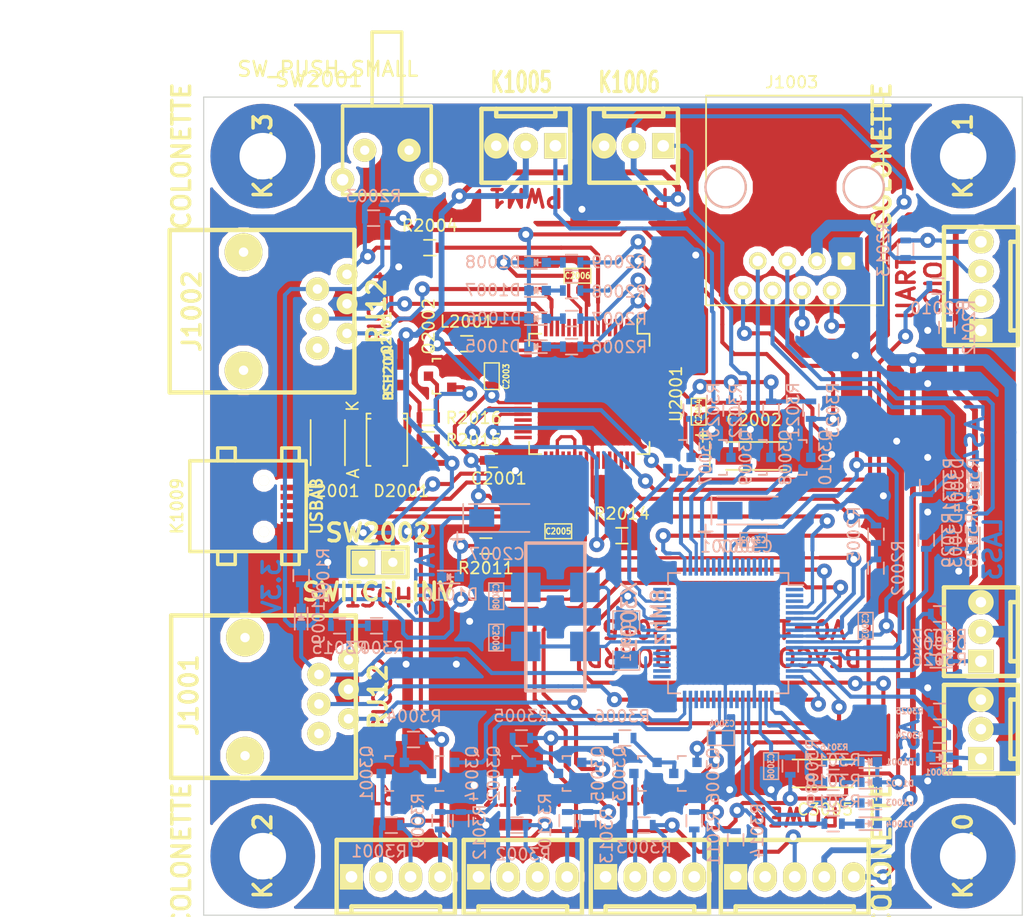
<source format=kicad_pcb>
(kicad_pcb (version 4) (host pcbnew 4.0.0-rc1-stable)
  (layers (0 F.Cu signal hide) (31 B.Cu signal hide) (34 B.Paste user) (35 F.Paste user) (36 B.SilkS user) (37 F.SilkS user) (38 B.Mask user) (39 F.Mask user) (44 Edge.Cuts user))
  (net 0 "")
  (net 1 +3V3)
  (net 2 GND)
  (net 3 "Net-(C2002-Pad1)")
  (net 4 "Net-(C3006-Pad1)")
  (net 5 "Net-(C3007-Pad1)")
  (net 6 "Net-(C3008-Pad1)")
  (net 7 "Net-(C3009-Pad1)")
  (net 8 /PIC32MX795F512H/BLEU32)
  (net 9 /PIC32MX795F512H/ROUGE32)
  (net 10 /PIC32MX795F512H/JAUNE32)
  (net 11 /PIC32MX795F512H/VERT32)
  (net 12 /IOIO/BLEU24)
  (net 13 +5V)
  (net 14 /IOIO/ROUGE24)
  (net 15 /IOIO/JAUNE24)
  (net 16 /IOIO/VERT24)
  (net 17 "Net-(D1009-Pad2)")
  (net 18 /IOIO/STATUS24)
  (net 19 "Net-(D2001-Pad1)")
  (net 20 +5VD)
  (net 21 "Net-(D3001-Pad2)")
  (net 22 /PIC32MX795F512H/LASER1)
  (net 23 "Net-(D3002-Pad2)")
  (net 24 /PIC32MX795F512H/LASER2)
  (net 25 "Net-(D3003-Pad2)")
  (net 26 /PIC32MX795F512H/LASER3)
  (net 27 "Net-(D3004-Pad2)")
  (net 28 /PIC32MX795F512H/LASER4)
  (net 29 /IOIO/VBUS)
  (net 30 /PIC32MX795F512H/PGD32)
  (net 31 /PIC32MX795F512H/PIC32RST)
  (net 32 /PIC32MX795F512H/PGC32)
  (net 33 /IOIO/PGD24)
  (net 34 /IOIO/RST24)
  (net 35 /IOIO/PGC24)
  (net 36 +12V)
  (net 37 /PIC32MX795F512H/OC1-5V)
  (net 38 /PIC32MX795F512H/OC3-5V)
  (net 39 /PIC32MX795F512H/OC4-5V)
  (net 40 /PIC32MX795F512H/OC5-5V)
  (net 41 /IOIO/D-)
  (net 42 /IOIO/D+)
  (net 43 /IOIO/USBID)
  (net 44 "Net-(L2001-Pad2)")
  (net 45 /PIC32MX795F512H/TX232)
  (net 46 /PIC32MX795F512H/RX232)
  (net 47 /PIC32MX795F512H/TX332)
  (net 48 /PIC32MX795F512H/RX332)
  (net 49 /PIC32MX795F512H/TX432)
  (net 50 /PIC32MX795F512H/RX432)
  (net 51 /IOIO/TX424)
  (net 52 /IOIO/RX424)
  (net 53 /IOIO/RX124)
  (net 54 /PIC32MX795F512H/RX632)
  (net 55 "Net-(R2004-Pad2)")
  (net 56 /IOIO/TX1)
  (net 57 "Net-(R2006-Pad1)")
  (net 58 "Net-(R2007-Pad1)")
  (net 59 "Net-(R2008-Pad1)")
  (net 60 "Net-(R2009-Pad1)")
  (net 61 /IOIO/TX4)
  (net 62 "Net-(R2011-Pad1)")
  (net 63 /IOIO/HOST)
  (net 64 "Net-(R3009-Pad1)")
  (net 65 "Net-(R3010-Pad1)")
  (net 66 "Net-(R3011-Pad1)")
  (net 67 "Net-(R3015-Pad1)")
  (net 68 "Net-(R3016-Pad2)")
  (net 69 "Net-(R3017-Pad2)")
  (net 70 "Net-(R3018-Pad2)")
  (net 71 "Net-(R3019-Pad2)")
  (net 72 "Net-(R3024-Pad2)")
  (net 73 "Net-(R3026-Pad2)")
  (net 74 "Net-(R3028-Pad2)")
  (net 75 "Net-(R3030-Pad2)")
  (net 76 "Net-(K1010-Pad1)")
  (net 77 "Net-(K1011-Pad1)")
  (net 78 "Net-(K1012-Pad1)")
  (net 79 "Net-(K1013-Pad1)")
  (net 80 +BATT)
  (net 81 "Net-(Q3001-Pad1)")
  (net 82 "Net-(Q3002-Pad1)")
  (net 83 "Net-(Q3003-Pad1)")
  (net 84 "Net-(Q2002-Pad3)")
  (net 85 "Net-(Q3005-Pad1)")
  (net 86 "Net-(Q3004-Pad1)")
  (net 87 /PIC32MX795F512H/OC1)
  (net 88 "Net-(Q3006-Pad1)")
  (net 89 /PIC32MX795F512H/OC3)
  (net 90 /PIC32MX795F512H/OC4)
  (net 91 /PIC32MX795F512H/OC5)
  (net 92 "Net-(Q2001-PadG)")
  (module w_conn_pc:conn_usb_B_mini_smd (layer F.Cu) (at 74.96175 121.18975 270)
    (fp_text reference K1009 (at 0 6.10108 270) (layer F.SilkS) (effects (font (size 0.99822 0.99822) (thickness 0.19558))))
    (fp_text value USBAB (at 0 -5.90042 270) (layer F.SilkS) (effects (font (size 0.99822 0.99822) (thickness 0.19812))))
    (pad "" smd rect (at 4.42976 -3.6195 270) (size 2.1971 2.1971) (layers F.Cu F.Paste F.Mask) (net 2 GND))
    (pad 1 smd rect (at -1.59766 -3.8989 270) (size 0.49784 2.1971) (layers F.Cu F.Paste F.Mask) (net 29 /IOIO/VBUS))
    (pad 2 smd rect (at -0.79756 -3.8989 270) (size 0.49784 2.1971) (layers F.Cu F.Paste F.Mask) (net 41 /IOIO/D-))
    (pad 3 smd rect (at 0 -3.8989 270) (size 0.49784 2.1971) (layers F.Cu F.Paste F.Mask) (net 42 /IOIO/D+))
    (pad 4 smd rect (at 0.79756 -3.8989 270) (size 0.49784 2.1971) (layers F.Cu F.Paste F.Mask) (net 43 /IOIO/USBID))
    (pad 5 smd rect (at 1.59766 -3.8989 270) (size 0.49784 2.1971) (layers F.Cu F.Paste F.Mask) (net 2 GND))
    (pad "" np_thru_hole circle (at -2.1971 -1.3716 270) (size 0.89916 0.89916) (drill 0.89916) (layers *.Cu *.Mask F.SilkS))
    (pad "" np_thru_hole circle (at 2.19964 -1.3716 270) (size 0.89916 0.89916) (drill 0.89916) (layers *.Cu *.Mask F.SilkS))
    (pad "" smd rect (at -4.42976 -3.6195 270) (size 2.1971 2.1971) (layers F.Cu F.Paste F.Mask) (net 2 GND))
    (pad "" smd rect (at -4.42976 1.8796 270) (size 2.1971 2.1971) (layers F.Cu F.Paste F.Mask) (net 2 GND))
    (pad "" smd rect (at 4.42976 1.8796 270) (size 2.1971 2.1971) (layers F.Cu F.Paste F.Mask) (net 2 GND))
  )
  (module Capacitors_Tantalum_SMD:TantalC_SizeA_EIA-3216_HandSoldering (layer F.Cu) (at 118.64975 116.87175)
    (fp_text reference C2002 (at -0.20066 -3.0988) (layer F.SilkS))
    (fp_text value 10U/10V)
    (fp_text user + (at -4.59994 -1.80086) (layer F.SilkS))
    (pad 2 smd rect (at 1.99898 0) (size 2.99974 1.50114) (layers F.Cu F.Paste F.Mask) (net 2 GND))
    (pad 1 smd rect (at -1.99898 0) (size 2.99974 1.50114) (layers F.Cu F.Paste F.Mask) (net 3 "Net-(C2002-Pad1)"))
  )
  (module CEN-PCB:SM0603_Capa (layer F.Cu) (at 95.91675 110.01375 90)
    (fp_text reference C2003 (at -0.03175 1.23825 90) (layer F.SilkS) (effects (font (size 0.508 0.4572) (thickness 0.1143))))
    (fp_text value 100n hide)
    (pad 1 smd rect (at -0.762 0 90) (size 0.635 1.143) (layers F.Cu F.Paste F.Mask) (net 1 +3V3))
    (pad 2 smd rect (at 0.762 0 90) (size 0.635 1.143) (layers F.Cu F.Paste F.Mask) (net 2 GND))
  )
  (module CEN-PCB:SM0603_Capa (layer F.Cu) (at 113.69675 113.06175 270)
    (fp_text reference C2004 (at 0 0 270) (layer F.SilkS) (effects (font (size 0.508 0.4572) (thickness 0.1143))))
    (fp_text value 100n hide)
    (pad 1 smd rect (at -0.762 0 270) (size 0.635 1.143) (layers F.Cu F.Paste F.Mask) (net 1 +3V3))
    (pad 2 smd rect (at 0.762 0 270) (size 0.635 1.143) (layers F.Cu F.Paste F.Mask) (net 2 GND))
  )
  (module CEN-PCB:SM0603_Capa (layer F.Cu) (at 101.63175 123.34875 180)
    (fp_text reference C2005 (at 0 0 180) (layer F.SilkS) (effects (font (size 0.508 0.4572) (thickness 0.1143))))
    (fp_text value 100n hide)
    (pad 1 smd rect (at -0.762 0 180) (size 0.635 1.143) (layers F.Cu F.Paste F.Mask) (net 1 +3V3))
    (pad 2 smd rect (at 0.762 0 180) (size 0.635 1.143) (layers F.Cu F.Paste F.Mask) (net 2 GND))
  )
  (module CEN-PCB:SM0603_Capa (layer F.Cu) (at 103.28275 101.37775)
    (fp_text reference C2006 (at 0 0) (layer F.SilkS) (effects (font (size 0.508 0.4572) (thickness 0.1143))))
    (fp_text value 100n hide)
    (pad 1 smd rect (at -0.762 0) (size 0.635 1.143) (layers F.Cu F.Paste F.Mask) (net 1 +3V3))
    (pad 2 smd rect (at 0.762 0) (size 0.635 1.143) (layers F.Cu F.Paste F.Mask) (net 2 GND))
  )
  (module CEN-PCB:SM0603_Capa (layer B.Cu) (at 118.39575 124.11075)
    (fp_text reference C3002 (at 0 0) (layer B.SilkS) (effects (font (size 0.508 0.4572) (thickness 0.1143)) (justify mirror)))
    (fp_text value 100n hide)
    (pad 1 smd rect (at -0.762 0) (size 0.635 1.143) (layers B.Cu B.Paste B.Mask) (net 1 +3V3))
    (pad 2 smd rect (at 0.762 0) (size 0.635 1.143) (layers B.Cu B.Paste B.Mask) (net 2 GND))
  )
  (module CEN-PCB:SM0603_Capa (layer B.Cu) (at 128.04775 131.47675 90)
    (fp_text reference C3003 (at 0 0 90) (layer B.SilkS) (effects (font (size 0.508 0.4572) (thickness 0.1143)) (justify mirror)))
    (fp_text value 100n hide)
    (pad 1 smd rect (at -0.762 0 90) (size 0.635 1.143) (layers B.Cu B.Paste B.Mask) (net 1 +3V3))
    (pad 2 smd rect (at 0.762 0 90) (size 0.635 1.143) (layers B.Cu B.Paste B.Mask) (net 2 GND))
  )
  (module CEN-PCB:SM0603_Capa (layer B.Cu) (at 115.60175 141.12875)
    (fp_text reference C3004 (at 0.09525 -1.23825) (layer B.SilkS) (effects (font (size 0.508 0.4572) (thickness 0.1143)) (justify mirror)))
    (fp_text value 100n hide)
    (pad 1 smd rect (at -0.762 0) (size 0.635 1.143) (layers B.Cu B.Paste B.Mask) (net 1 +3V3))
    (pad 2 smd rect (at 0.762 0) (size 0.635 1.143) (layers B.Cu B.Paste B.Mask) (net 2 GND))
  )
  (module Capacitors_Tantalum_SMD:TantalC_SizeA_EIA-3216_HandSoldering (layer F.Cu) (at 124.36475 144.17675 180)
    (fp_text reference C3005 (at -0.20066 -3.0988 180) (layer F.SilkS))
    (fp_text value 10u/10V)
    (fp_text user + (at -4.59994 -1.80086 180) (layer F.SilkS))
    (pad 2 smd rect (at 1.99898 0 180) (size 2.99974 1.50114) (layers F.Cu F.Paste F.Mask) (net 2 GND))
    (pad 1 smd rect (at -1.99898 0 180) (size 2.99974 1.50114) (layers F.Cu F.Paste F.Mask) (net 1 +3V3))
  )
  (module CEN-PCB:SM0603_Capa (layer B.Cu) (at 119.91975 143.54175 270)
    (fp_text reference C3006 (at 0 0 270) (layer B.SilkS) (effects (font (size 0.508 0.4572) (thickness 0.1143)) (justify mirror)))
    (fp_text value 100n hide)
    (pad 1 smd rect (at -0.762 0 270) (size 0.635 1.143) (layers B.Cu B.Paste B.Mask) (net 4 "Net-(C3006-Pad1)"))
    (pad 2 smd rect (at 0.762 0 270) (size 0.635 1.143) (layers B.Cu B.Paste B.Mask) (net 2 GND))
  )
  (module CEN-PCB:SM0603_Capa (layer B.Cu) (at 96.29775 128.93675 270)
    (fp_text reference C3008 (at 0 0 270) (layer B.SilkS) (effects (font (size 0.508 0.4572) (thickness 0.1143)) (justify mirror)))
    (fp_text value 22p hide)
    (pad 1 smd rect (at -0.762 0 270) (size 0.635 1.143) (layers B.Cu B.Paste B.Mask) (net 6 "Net-(C3008-Pad1)"))
    (pad 2 smd rect (at 0.762 0 270) (size 0.635 1.143) (layers B.Cu B.Paste B.Mask) (net 2 GND))
  )
  (module CEN-PCB:SM0603_Capa (layer B.Cu) (at 96.29775 132.49275 90)
    (fp_text reference C3009 (at 0 0 90) (layer B.SilkS) (effects (font (size 0.508 0.4572) (thickness 0.1143)) (justify mirror)))
    (fp_text value 22p hide)
    (pad 1 smd rect (at -0.762 0 90) (size 0.635 1.143) (layers B.Cu B.Paste B.Mask) (net 7 "Net-(C3009-Pad1)"))
    (pad 2 smd rect (at 0.762 0 90) (size 0.635 1.143) (layers B.Cu B.Paste B.Mask) (net 2 GND))
  )
  (module LEDs:LED-0603 (layer B.Cu) (at 128.30175 143.16075 180)
    (fp_text reference D1001 (at -2.69875 -0.03175 180) (layer B.SilkS) (effects (font (size 0.5 0.5) (thickness 0.125)) (justify mirror)))
    (fp_text value BLEU)
    (pad 2 smd rect (at 0.7493 0) (size 0.79756 0.79756) (layers B.Cu B.Paste B.Mask) (net 8 /PIC32MX795F512H/BLEU32))
    (pad 1 smd rect (at -0.7493 0) (size 0.79756 0.79756) (layers B.Cu B.Paste B.Mask) (net 1 +3V3))
  )
  (module LEDs:LED-0603 (layer B.Cu) (at 128.30175 144.93875 180)
    (fp_text reference D1002 (at -2.69875 -0.09525 180) (layer B.SilkS) (effects (font (size 0.5 0.5) (thickness 0.125)) (justify mirror)))
    (fp_text value ROUGE)
    (pad 2 smd rect (at 0.7493 0) (size 0.79756 0.79756) (layers B.Cu B.Paste B.Mask) (net 9 /PIC32MX795F512H/ROUGE32))
    (pad 1 smd rect (at -0.7493 0) (size 0.79756 0.79756) (layers B.Cu B.Paste B.Mask) (net 1 +3V3))
  )
  (module LEDs:LED-0603 (layer B.Cu) (at 128.30175 146.71675 180)
    (fp_text reference D1003 (at -2.69875 0.03175 180) (layer B.SilkS) (effects (font (size 0.5 0.5) (thickness 0.125)) (justify mirror)))
    (fp_text value JAUNE)
    (pad 2 smd rect (at 0.7493 0) (size 0.79756 0.79756) (layers B.Cu B.Paste B.Mask) (net 10 /PIC32MX795F512H/JAUNE32))
    (pad 1 smd rect (at -0.7493 0) (size 0.79756 0.79756) (layers B.Cu B.Paste B.Mask) (net 1 +3V3))
  )
  (module LEDs:LED-0603 (layer B.Cu) (at 128.30175 148.49475 180)
    (fp_text reference D1004 (at -2.69875 -0.03175 180) (layer B.SilkS) (effects (font (size 0.5 0.5) (thickness 0.125)) (justify mirror)))
    (fp_text value VERT)
    (pad 2 smd rect (at 0.7493 0) (size 0.79756 0.79756) (layers B.Cu B.Paste B.Mask) (net 11 /PIC32MX795F512H/VERT32))
    (pad 1 smd rect (at -0.7493 0) (size 0.79756 0.79756) (layers B.Cu B.Paste B.Mask) (net 1 +3V3))
  )
  (module LEDs:LED-0603 (layer B.Cu) (at 99.85375 107.47375)
    (fp_text reference D1005 (at -3.84175 -0.03175) (layer B.SilkS) (effects (justify mirror)))
    (fp_text value BLEU)
    (pad 2 smd rect (at 0.7493 0 180) (size 0.79756 0.79756) (layers B.Cu B.Paste B.Mask) (net 12 /IOIO/BLEU24))
    (pad 1 smd rect (at -0.7493 0 180) (size 0.79756 0.79756) (layers B.Cu B.Paste B.Mask) (net 1 +3V3))
  )
  (module LEDs:LED-0603 (layer B.Cu) (at 99.85375 105.06075)
    (fp_text reference D1006 (at -3.77825 -0.03175) (layer B.SilkS) (effects (justify mirror)))
    (fp_text value ROUGE)
    (pad 2 smd rect (at 0.7493 0 180) (size 0.79756 0.79756) (layers B.Cu B.Paste B.Mask) (net 14 /IOIO/ROUGE24))
    (pad 1 smd rect (at -0.7493 0 180) (size 0.79756 0.79756) (layers B.Cu B.Paste B.Mask) (net 1 +3V3))
  )
  (module LEDs:LED-0603 (layer B.Cu) (at 99.85375 102.64775)
    (fp_text reference D1007 (at -3.84175 -0.03175) (layer B.SilkS) (effects (justify mirror)))
    (fp_text value JAUNE)
    (pad 2 smd rect (at 0.7493 0 180) (size 0.79756 0.79756) (layers B.Cu B.Paste B.Mask) (net 15 /IOIO/JAUNE24))
    (pad 1 smd rect (at -0.7493 0 180) (size 0.79756 0.79756) (layers B.Cu B.Paste B.Mask) (net 1 +3V3))
  )
  (module LEDs:LED-0603 (layer B.Cu) (at 99.85375 100.23475)
    (fp_text reference D1008 (at -3.84175 -0.03175) (layer B.SilkS) (effects (justify mirror)))
    (fp_text value VERT)
    (pad 2 smd rect (at 0.7493 0 180) (size 0.79756 0.79756) (layers B.Cu B.Paste B.Mask) (net 16 /IOIO/VERT24))
    (pad 1 smd rect (at -0.7493 0 180) (size 0.79756 0.79756) (layers B.Cu B.Paste B.Mask) (net 1 +3V3))
  )
  (module LEDs:LED-0603 (layer B.Cu) (at 79.53375 130.71475 90)
    (fp_text reference D1009 (at 0 1.5 90) (layer B.SilkS) (effects (justify mirror)))
    (fp_text value VERT)
    (pad 2 smd rect (at 0.7493 0 270) (size 0.79756 0.79756) (layers B.Cu B.Paste B.Mask) (net 17 "Net-(D1009-Pad2)"))
    (pad 1 smd rect (at -0.7493 0 270) (size 0.79756 0.79756) (layers B.Cu B.Paste B.Mask) (net 1 +3V3))
  )
  (module LEDs:LED-0603 (layer B.Cu) (at 92.36075 127.28575)
    (fp_text reference D1010 (at 0 1.5) (layer B.SilkS) (effects (justify mirror)))
    (fp_text value VERT)
    (pad 2 smd rect (at 0.7493 0 180) (size 0.79756 0.79756) (layers B.Cu B.Paste B.Mask) (net 18 /IOIO/STATUS24))
    (pad 1 smd rect (at -0.7493 0 180) (size 0.79756 0.79756) (layers B.Cu B.Paste B.Mask) (net 1 +3V3))
  )
  (module LEDs:LED-0603 (layer B.Cu) (at 134.39775 142.77975 180)
    (fp_text reference D3001 (at 0.03175 -1.30175 180) (layer B.SilkS) (effects (font (size 0.5 0.5) (thickness 0.125)) (justify mirror)))
    (fp_text value JAUNE)
    (pad 2 smd rect (at 0.7493 0) (size 0.79756 0.79756) (layers B.Cu B.Paste B.Mask) (net 21 "Net-(D3001-Pad2)"))
    (pad 1 smd rect (at -0.7493 0) (size 0.79756 0.79756) (layers B.Cu B.Paste B.Mask) (net 22 /PIC32MX795F512H/LASER1))
  )
  (module LEDs:LED-0603 (layer B.Cu) (at 134.39775 134.52475 180)
    (fp_text reference D3002 (at 0 1.5 180) (layer B.SilkS) (effects (justify mirror)))
    (fp_text value JAUNE)
    (pad 2 smd rect (at 0.7493 0) (size 0.79756 0.79756) (layers B.Cu B.Paste B.Mask) (net 23 "Net-(D3002-Pad2)"))
    (pad 1 smd rect (at -0.7493 0) (size 0.79756 0.79756) (layers B.Cu B.Paste B.Mask) (net 24 /PIC32MX795F512H/LASER2))
  )
  (module LEDs:LED-0603 (layer B.Cu) (at 137.31875 124.11075 270)
    (fp_text reference D3003 (at 0 1.5 270) (layer B.SilkS) (effects (justify mirror)))
    (fp_text value JAUNE)
    (pad 2 smd rect (at 0.7493 0 90) (size 0.79756 0.79756) (layers B.Cu B.Paste B.Mask) (net 25 "Net-(D3003-Pad2)"))
    (pad 1 smd rect (at -0.7493 0 90) (size 0.79756 0.79756) (layers B.Cu B.Paste B.Mask) (net 26 /PIC32MX795F512H/LASER3))
  )
  (module LEDs:LED-0603 (layer B.Cu) (at 137.44575 119.41175 270)
    (fp_text reference D3004 (at 0 1.5 270) (layer B.SilkS) (effects (justify mirror)))
    (fp_text value JAUNE)
    (pad 2 smd rect (at 0.7493 0 90) (size 0.79756 0.79756) (layers B.Cu B.Paste B.Mask) (net 27 "Net-(D3004-Pad2)"))
    (pad 1 smd rect (at -0.7493 0 90) (size 0.79756 0.79756) (layers B.Cu B.Paste B.Mask) (net 28 /PIC32MX795F512H/LASER4))
  )
  (module Resistors_SMD:R_2010 (layer F.Cu) (at 81.81975 115.72875 90)
    (fp_text reference F2001 (at -4.15925 0.41275 180) (layer F.SilkS))
    (fp_text value FUSE)
    (pad 1 smd rect (at -2.45 0 90) (size 1 2.5) (layers F.Cu F.Paste F.Mask) (net 29 /IOIO/VBUS))
    (pad 2 smd rect (at 2.45 0 90) (size 1 2.5) (layers F.Cu F.Paste F.Mask) (net 19 "Net-(D2001-Pad1)"))
  )
  (module 4deb-mod-library:RJ12 (layer F.Cu) (at 83.59775 137.57275 270)
    (fp_text reference J1001 (at -0.127 13.716 270) (layer F.SilkS) (effects (font (thickness 0.3048))))
    (fp_text value RJ12 (at 0 -2.54 270) (layer F.SilkS) (effects (font (thickness 0.3048))))
    (pad 4 thru_hole circle (at 0.635 2.54 270) (size 2 2) (drill 0.8128) (layers *.Cu *.Mask F.SilkS) (net 30 /PIC32MX795F512H/PGD32))
    (pad 2 thru_hole circle (at -1.905 2.54 270) (size 2 2) (drill 0.8128) (layers *.Cu *.Mask F.SilkS) (net 1 +3V3))
    (pad 6 thru_hole circle (at 3.175 2.54 270) (size 2 2) (drill 0.8128) (layers *.Cu *.Mask F.SilkS))
    (pad 1 thru_hole circle (at -3.175 0 270) (size 1.8 1.8) (drill 0.8128) (layers *.Cu *.Mask F.SilkS) (net 31 /PIC32MX795F512H/PIC32RST))
    (pad 3 thru_hole circle (at -0.635 0 270) (size 1.8 1.8) (drill 0.8128) (layers *.Cu *.Mask F.SilkS) (net 2 GND))
    (pad 5 thru_hole circle (at 1.905 0 270) (size 1.8 1.8) (drill 0.8128) (layers *.Cu *.Mask F.SilkS) (net 32 /PIC32MX795F512H/PGC32))
    (pad 8 thru_hole circle (at 5.08 8.89 270) (size 3.2512 3.2512) (drill 0.8128) (layers *.Cu *.Mask F.SilkS))
    (pad 7 thru_hole circle (at -5.08 8.89 270) (size 3.2512 3.2512) (drill 0.8128) (layers *.Cu *.Mask F.SilkS))
  )
  (module 4deb-mod-library:RJ12 (layer F.Cu) (at 83.47075 104.42575 270)
    (fp_text reference J1002 (at 0 13.335 270) (layer F.SilkS) (effects (font (thickness 0.3048))))
    (fp_text value RJ12 (at 0 -2.54 270) (layer F.SilkS) (effects (font (thickness 0.3048))))
    (pad 4 thru_hole circle (at 0.635 2.54 270) (size 2 2) (drill 0.8128) (layers *.Cu *.Mask F.SilkS) (net 33 /IOIO/PGD24))
    (pad 2 thru_hole circle (at -1.905 2.54 270) (size 2 2) (drill 0.8128) (layers *.Cu *.Mask F.SilkS) (net 1 +3V3))
    (pad 6 thru_hole circle (at 3.175 2.54 270) (size 2 2) (drill 0.8128) (layers *.Cu *.Mask F.SilkS))
    (pad 1 thru_hole circle (at -3.175 0 270) (size 1.8 1.8) (drill 0.8128) (layers *.Cu *.Mask F.SilkS) (net 34 /IOIO/RST24))
    (pad 3 thru_hole circle (at -0.635 0 270) (size 1.8 1.8) (drill 0.8128) (layers *.Cu *.Mask F.SilkS) (net 2 GND))
    (pad 5 thru_hole circle (at 1.905 0 270) (size 1.8 1.8) (drill 0.8128) (layers *.Cu *.Mask F.SilkS) (net 35 /IOIO/PGC24))
    (pad 8 thru_hole circle (at 5.08 8.89 270) (size 3.2512 3.2512) (drill 0.8128) (layers *.Cu *.Mask F.SilkS))
    (pad 7 thru_hole circle (at -5.08 8.89 270) (size 3.2512 3.2512) (drill 0.8128) (layers *.Cu *.Mask F.SilkS))
  )
  (module Resistors_SMD:R_0603 (layer F.Cu) (at 93.75775 107.21975)
    (fp_text reference L2001 (at 0 -1.9) (layer F.SilkS))
    (fp_text value 30Ohms)
    (pad 1 smd rect (at -0.75 0) (size 0.5 0.9) (layers F.Cu F.Paste F.Mask) (net 1 +3V3))
    (pad 2 smd rect (at 0.75 0) (size 0.5 0.9) (layers F.Cu F.Paste F.Mask) (net 44 "Net-(L2001-Pad2)"))
  )
  (module 4deb-mod-library:KK-4 (layer F.Cu) (at 91.47175 153.06675 180)
    (fp_text reference P1002 (at 3.81 -4.826 180) (layer F.SilkS) (effects (font (size 1.73482 1.08712) (thickness 0.27178))))
    (fp_text value CONN_4 hide)
    (pad 1 thru_hole rect (at 7.62 0 180) (size 1.99898 2.2) (drill 1.00076) (layers *.Cu *.Mask F.SilkS) (net 2 GND))
    (pad 2 thru_hole oval (at 5.08 0 180) (size 1.99898 2.5) (drill 1.00076) (layers *.Cu *.Mask F.SilkS) (net 45 /PIC32MX795F512H/TX232))
    (pad 3 thru_hole oval (at 2.54 0 180) (size 1.99898 2.5) (drill 1.00076) (layers *.Cu *.Mask F.SilkS) (net 20 +5VD))
    (pad 4 thru_hole oval (at 0 0 180) (size 1.99898 2.5) (drill 1.00076) (layers *.Cu *.Mask F.SilkS) (net 46 /PIC32MX795F512H/RX232))
  )
  (module 4deb-mod-library:KK-4 (layer F.Cu) (at 102.39375 153.06675 180)
    (fp_text reference P1003 (at 3.81 -4.826 180) (layer F.SilkS) (effects (font (size 1.73482 1.08712) (thickness 0.27178))))
    (fp_text value CONN_4 hide)
    (pad 1 thru_hole rect (at 7.62 0 180) (size 1.99898 2.2) (drill 1.00076) (layers *.Cu *.Mask F.SilkS) (net 2 GND))
    (pad 2 thru_hole oval (at 5.08 0 180) (size 1.99898 2.5) (drill 1.00076) (layers *.Cu *.Mask F.SilkS) (net 47 /PIC32MX795F512H/TX332))
    (pad 3 thru_hole oval (at 2.54 0 180) (size 1.99898 2.5) (drill 1.00076) (layers *.Cu *.Mask F.SilkS) (net 20 +5VD))
    (pad 4 thru_hole oval (at 0 0 180) (size 1.99898 2.5) (drill 1.00076) (layers *.Cu *.Mask F.SilkS) (net 48 /PIC32MX795F512H/RX332))
  )
  (module 4deb-mod-library:KK-4 (layer F.Cu) (at 113.31575 153.06675 180)
    (fp_text reference P1004 (at 3.81 -4.826 180) (layer F.SilkS) (effects (font (size 1.73482 1.08712) (thickness 0.27178))))
    (fp_text value CONN_4 hide)
    (pad 1 thru_hole rect (at 7.62 0 180) (size 1.99898 2.2) (drill 1.00076) (layers *.Cu *.Mask F.SilkS) (net 2 GND))
    (pad 2 thru_hole oval (at 5.08 0 180) (size 1.99898 2.5) (drill 1.00076) (layers *.Cu *.Mask F.SilkS) (net 49 /PIC32MX795F512H/TX432))
    (pad 3 thru_hole oval (at 2.54 0 180) (size 1.99898 2.5) (drill 1.00076) (layers *.Cu *.Mask F.SilkS) (net 20 +5VD))
    (pad 4 thru_hole oval (at 0 0 180) (size 1.99898 2.5) (drill 1.00076) (layers *.Cu *.Mask F.SilkS) (net 50 /PIC32MX795F512H/RX432))
  )
  (module 4deb-mod-library:KK-4 (layer F.Cu) (at 137.95375 98.45675 270)
    (fp_text reference P1005 (at 3.81 -5.461 270) (layer F.SilkS) (effects (font (size 1.73482 1.08712) (thickness 0.27178))))
    (fp_text value CONN_4 hide)
    (pad 1 thru_hole rect (at 7.62 0 270) (size 1.99898 1.99898) (drill 1.00076) (layers *.Cu *.Mask F.SilkS) (net 2 GND))
    (pad 2 thru_hole oval (at 5.08 0 270) (size 1.99898 2.2) (drill 1.00076) (layers *.Cu *.Mask F.SilkS) (net 51 /IOIO/TX424))
    (pad 3 thru_hole oval (at 2.54 0 270) (size 1.99898 2.2) (drill 1.00076) (layers *.Cu *.Mask F.SilkS) (net 20 +5VD))
    (pad 4 thru_hole oval (at 0 0 270) (size 1.99898 2.2) (drill 1.00076) (layers *.Cu *.Mask F.SilkS) (net 52 /IOIO/RX424))
  )
  (module Resistors_SMD:R_0603 (layer B.Cu) (at 79.53375 127.15875 90)
    (fp_text reference R1001 (at 0 1.9 90) (layer B.SilkS) (effects (justify mirror)))
    (fp_text value 680)
    (pad 1 smd rect (at -0.75 0 90) (size 0.5 0.9) (layers B.Cu B.Paste B.Mask) (net 17 "Net-(D1009-Pad2)"))
    (pad 2 smd rect (at 0.75 0 90) (size 0.5 0.9) (layers B.Cu B.Paste B.Mask) (net 2 GND))
  )
  (module Resistors_SMD:R_0603 (layer B.Cu) (at 128.93675 126.52375 90)
    (fp_text reference R2002 (at 0 1.9 90) (layer B.SilkS) (effects (justify mirror)))
    (fp_text value 22k)
    (pad 1 smd rect (at -0.75 0 90) (size 0.5 0.9) (layers B.Cu B.Paste B.Mask) (net 2 GND))
    (pad 2 smd rect (at 0.75 0 90) (size 0.5 0.9) (layers B.Cu B.Paste B.Mask) (net 54 /PIC32MX795F512H/RX632))
  )
  (module Resistors_SMD:R_0603 (layer B.Cu) (at 85.75675 96.42475 180)
    (fp_text reference R2003 (at 0 1.9 180) (layer B.SilkS) (effects (justify mirror)))
    (fp_text value 10k)
    (pad 1 smd rect (at -0.75 0 180) (size 0.5 0.9) (layers B.Cu B.Paste B.Mask) (net 1 +3V3))
    (pad 2 smd rect (at 0.75 0 180) (size 0.5 0.9) (layers B.Cu B.Paste B.Mask) (net 34 /IOIO/RST24))
  )
  (module Resistors_SMD:R_0603 (layer F.Cu) (at 90.58275 98.96475)
    (fp_text reference R2004 (at 0 -1.9) (layer F.SilkS))
    (fp_text value 470)
    (pad 1 smd rect (at -0.75 0) (size 0.5 0.9) (layers F.Cu F.Paste F.Mask) (net 34 /IOIO/RST24))
    (pad 2 smd rect (at 0.75 0) (size 0.5 0.9) (layers F.Cu F.Paste F.Mask) (net 55 "Net-(R2004-Pad2)"))
  )
  (module Resistors_SMD:R_0603 (layer B.Cu) (at 128.93675 123.60275 270)
    (fp_text reference R2005 (at 0 1.9 270) (layer B.SilkS) (effects (justify mirror)))
    (fp_text value 12k)
    (pad 1 smd rect (at -0.75 0 270) (size 0.5 0.9) (layers B.Cu B.Paste B.Mask) (net 56 /IOIO/TX1))
    (pad 2 smd rect (at 0.75 0 270) (size 0.5 0.9) (layers B.Cu B.Paste B.Mask) (net 54 /PIC32MX795F512H/RX632))
  )
  (module Resistors_SMD:R_0603 (layer B.Cu) (at 102.77475 107.47375 180)
    (fp_text reference R2006 (at -4.09575 -0.03175 180) (layer B.SilkS) (effects (justify mirror)))
    (fp_text value 1.5k)
    (pad 1 smd rect (at -0.75 0 180) (size 0.5 0.9) (layers B.Cu B.Paste B.Mask) (net 57 "Net-(R2006-Pad1)"))
    (pad 2 smd rect (at 0.75 0 180) (size 0.5 0.9) (layers B.Cu B.Paste B.Mask) (net 12 /IOIO/BLEU24))
  )
  (module Resistors_SMD:R_0603 (layer B.Cu) (at 102.77475 105.06075 180)
    (fp_text reference R2007 (at -4.09575 -0.03175 180) (layer B.SilkS) (effects (justify mirror)))
    (fp_text value 1.5k)
    (pad 1 smd rect (at -0.75 0 180) (size 0.5 0.9) (layers B.Cu B.Paste B.Mask) (net 58 "Net-(R2007-Pad1)"))
    (pad 2 smd rect (at 0.75 0 180) (size 0.5 0.9) (layers B.Cu B.Paste B.Mask) (net 14 /IOIO/ROUGE24))
  )
  (module Resistors_SMD:R_0603 (layer B.Cu) (at 102.77475 102.64775 180)
    (fp_text reference R2008 (at -4.09575 -0.09525 180) (layer B.SilkS) (effects (justify mirror)))
    (fp_text value 1.5k)
    (pad 1 smd rect (at -0.75 0 180) (size 0.5 0.9) (layers B.Cu B.Paste B.Mask) (net 59 "Net-(R2008-Pad1)"))
    (pad 2 smd rect (at 0.75 0 180) (size 0.5 0.9) (layers B.Cu B.Paste B.Mask) (net 15 /IOIO/JAUNE24))
  )
  (module Resistors_SMD:R_0603 (layer B.Cu) (at 102.77475 100.23475 180)
    (fp_text reference R2009 (at -4.09575 0.03175 180) (layer B.SilkS) (effects (justify mirror)))
    (fp_text value 1.5k)
    (pad 1 smd rect (at -0.75 0 180) (size 0.5 0.9) (layers B.Cu B.Paste B.Mask) (net 60 "Net-(R2009-Pad1)"))
    (pad 2 smd rect (at 0.75 0 180) (size 0.5 0.9) (layers B.Cu B.Paste B.Mask) (net 16 /IOIO/VERT24))
  )
  (module Resistors_SMD:R_0603 (layer B.Cu) (at 134.27075 102.26675)
    (fp_text reference R2010 (at 0 1.9) (layer B.SilkS) (effects (justify mirror)))
    (fp_text value 12k)
    (pad 1 smd rect (at -0.75 0) (size 0.5 0.9) (layers B.Cu B.Paste B.Mask) (net 61 /IOIO/TX4))
    (pad 2 smd rect (at 0.75 0) (size 0.5 0.9) (layers B.Cu B.Paste B.Mask) (net 51 /IOIO/TX424))
  )
  (module Resistors_SMD:R_0603 (layer F.Cu) (at 95.40875 124.61875 180)
    (fp_text reference R2011 (at 0 -1.9 180) (layer F.SilkS))
    (fp_text value 1.5k)
    (pad 1 smd rect (at -0.75 0 180) (size 0.5 0.9) (layers F.Cu F.Paste F.Mask) (net 62 "Net-(R2011-Pad1)"))
    (pad 2 smd rect (at 0.75 0 180) (size 0.5 0.9) (layers F.Cu F.Paste F.Mask) (net 18 /IOIO/STATUS24))
  )
  (module Resistors_SMD:R_0603 (layer B.Cu) (at 135.03275 105.82275 90)
    (fp_text reference R2012 (at 0 1.9 90) (layer B.SilkS) (effects (justify mirror)))
    (fp_text value 22k)
    (pad 1 smd rect (at -0.75 0 90) (size 0.5 0.9) (layers B.Cu B.Paste B.Mask) (net 2 GND))
    (pad 2 smd rect (at 0.75 0 90) (size 0.5 0.9) (layers B.Cu B.Paste B.Mask) (net 51 /IOIO/TX424))
  )
  (module Resistors_SMD:R_0603 (layer B.Cu) (at 131.47675 99.09175 270)
    (fp_text reference R2013 (at 0 1.9 270) (layer B.SilkS) (effects (justify mirror)))
    (fp_text value 4.7k)
    (pad 1 smd rect (at -0.75 0 270) (size 0.5 0.9) (layers B.Cu B.Paste B.Mask) (net 52 /IOIO/RX424))
    (pad 2 smd rect (at 0.75 0 270) (size 0.5 0.9) (layers B.Cu B.Paste B.Mask) (net 20 +5VD))
  )
  (module Resistors_SMD:R_0603 (layer B.Cu) (at 87.28075 148.62175)
    (fp_text reference R3001 (at -1.04775 2.25425) (layer B.SilkS) (effects (justify mirror)))
    (fp_text value 10k)
    (pad 1 smd rect (at -0.75 0) (size 0.5 0.9) (layers B.Cu B.Paste B.Mask) (net 45 /PIC32MX795F512H/TX232))
    (pad 2 smd rect (at 0.75 0) (size 0.5 0.9) (layers B.Cu B.Paste B.Mask) (net 20 +5VD))
  )
  (module Resistors_SMD:R_0603 (layer B.Cu) (at 98.07575 148.62175)
    (fp_text reference R3002 (at 0.53975 2.50825) (layer B.SilkS) (effects (justify mirror)))
    (fp_text value 10k)
    (pad 1 smd rect (at -0.75 0) (size 0.5 0.9) (layers B.Cu B.Paste B.Mask) (net 47 /PIC32MX795F512H/TX332))
    (pad 2 smd rect (at 0.75 0) (size 0.5 0.9) (layers B.Cu B.Paste B.Mask) (net 20 +5VD))
  )
  (module Resistors_SMD:R_0603 (layer B.Cu) (at 108.99775 148.62175)
    (fp_text reference R3003 (at 0 1.9) (layer B.SilkS) (effects (justify mirror)))
    (fp_text value 10k)
    (pad 1 smd rect (at -0.75 0) (size 0.5 0.9) (layers B.Cu B.Paste B.Mask) (net 49 /PIC32MX795F512H/TX432))
    (pad 2 smd rect (at 0.75 0) (size 0.5 0.9) (layers B.Cu B.Paste B.Mask) (net 20 +5VD))
  )
  (module Resistors_SMD:R_0603 (layer B.Cu) (at 89.18575 141.25575 180)
    (fp_text reference R3004 (at -0.03175 2.00025 180) (layer B.SilkS) (effects (justify mirror)))
    (fp_text value 10k)
    (pad 1 smd rect (at -0.75 0 180) (size 0.5 0.9) (layers B.Cu B.Paste B.Mask) (net 20 +5VD))
    (pad 2 smd rect (at 0.75 0 180) (size 0.5 0.9) (layers B.Cu B.Paste B.Mask) (net 81 "Net-(Q3001-Pad1)"))
  )
  (module Resistors_SMD:R_0603 (layer B.Cu) (at 98.45675 141.12875 180)
    (fp_text reference R3005 (at 0 1.9 180) (layer B.SilkS) (effects (justify mirror)))
    (fp_text value 10k)
    (pad 1 smd rect (at -0.75 0 180) (size 0.5 0.9) (layers B.Cu B.Paste B.Mask) (net 20 +5VD))
    (pad 2 smd rect (at 0.75 0 180) (size 0.5 0.9) (layers B.Cu B.Paste B.Mask) (net 82 "Net-(Q3002-Pad1)"))
  )
  (module Resistors_SMD:R_0603 (layer B.Cu) (at 107.34675 141.12875)
    (fp_text reference R3006 (at -0.22225 -1.87325) (layer B.SilkS) (effects (justify mirror)))
    (fp_text value 10k)
    (pad 1 smd rect (at -0.75 0) (size 0.5 0.9) (layers B.Cu B.Paste B.Mask) (net 20 +5VD))
    (pad 2 smd rect (at 0.75 0) (size 0.5 0.9) (layers B.Cu B.Paste B.Mask) (net 83 "Net-(Q3003-Pad1)"))
  )
  (module Resistors_SMD:R_0603 (layer B.Cu) (at 86.01075 131.47675)
    (fp_text reference R3007 (at 0 1.9) (layer B.SilkS) (effects (justify mirror)))
    (fp_text value 10k)
    (pad 1 smd rect (at -0.75 0) (size 0.5 0.9) (layers B.Cu B.Paste B.Mask) (net 31 /PIC32MX795F512H/PIC32RST))
    (pad 2 smd rect (at 0.75 0) (size 0.5 0.9) (layers B.Cu B.Paste B.Mask) (net 1 +3V3))
  )
  (module Resistors_SMD:R_0603 (layer B.Cu) (at 121.57075 143.54175 90)
    (fp_text reference R3008 (at 0 1.9 90) (layer B.SilkS) (effects (justify mirror)))
    (fp_text value 0)
    (pad 1 smd rect (at -0.75 0 90) (size 0.5 0.9) (layers B.Cu B.Paste B.Mask) (net 1 +3V3))
    (pad 2 smd rect (at 0.75 0 90) (size 0.5 0.9) (layers B.Cu B.Paste B.Mask) (net 4 "Net-(C3006-Pad1)"))
  )
  (module Resistors_SMD:R_0603 (layer B.Cu) (at 91.47175 148.24075 270)
    (fp_text reference R3009 (at 0 1.9 270) (layer B.SilkS) (effects (justify mirror)))
    (fp_text value 12k)
    (pad 1 smd rect (at -0.75 0 270) (size 0.5 0.9) (layers B.Cu B.Paste B.Mask) (net 64 "Net-(R3009-Pad1)"))
    (pad 2 smd rect (at 0.75 0 270) (size 0.5 0.9) (layers B.Cu B.Paste B.Mask) (net 46 /PIC32MX795F512H/RX232))
  )
  (module Resistors_SMD:R_0603 (layer B.Cu) (at 102.39375 148.24075 270)
    (fp_text reference R3010 (at 0 1.9 270) (layer B.SilkS) (effects (justify mirror)))
    (fp_text value 12k)
    (pad 1 smd rect (at -0.75 0 270) (size 0.5 0.9) (layers B.Cu B.Paste B.Mask) (net 65 "Net-(R3010-Pad1)"))
    (pad 2 smd rect (at 0.75 0 270) (size 0.5 0.9) (layers B.Cu B.Paste B.Mask) (net 48 /PIC32MX795F512H/RX332))
  )
  (module Resistors_SMD:R_0603 (layer B.Cu) (at 113.31575 148.24075 270)
    (fp_text reference R3011 (at 1.49225 -1.68275 270) (layer B.SilkS) (effects (justify mirror)))
    (fp_text value 12k)
    (pad 1 smd rect (at -0.75 0 270) (size 0.5 0.9) (layers B.Cu B.Paste B.Mask) (net 66 "Net-(R3011-Pad1)"))
    (pad 2 smd rect (at 0.75 0 270) (size 0.5 0.9) (layers B.Cu B.Paste B.Mask) (net 50 /PIC32MX795F512H/RX432))
  )
  (module Resistors_SMD:R_0603 (layer B.Cu) (at 93.24975 148.24075 270)
    (fp_text reference R3012 (at 0.98425 -1.61925 270) (layer B.SilkS) (effects (justify mirror)))
    (fp_text value 22k)
    (pad 1 smd rect (at -0.75 0 270) (size 0.5 0.9) (layers B.Cu B.Paste B.Mask) (net 64 "Net-(R3009-Pad1)"))
    (pad 2 smd rect (at 0.75 0 270) (size 0.5 0.9) (layers B.Cu B.Paste B.Mask) (net 2 GND))
  )
  (module Resistors_SMD:R_0603 (layer B.Cu) (at 104.17175 148.24075 270)
    (fp_text reference R3013 (at 1.30175 -1.61925 270) (layer B.SilkS) (effects (justify mirror)))
    (fp_text value 22k)
    (pad 1 smd rect (at -0.75 0 270) (size 0.5 0.9) (layers B.Cu B.Paste B.Mask) (net 65 "Net-(R3010-Pad1)"))
    (pad 2 smd rect (at 0.75 0 270) (size 0.5 0.9) (layers B.Cu B.Paste B.Mask) (net 2 GND))
  )
  (module Resistors_SMD:R_0603 (layer B.Cu) (at 116.87175 149.89175 270)
    (fp_text reference R3014 (at -0.79375 -1.87325 270) (layer B.SilkS) (effects (justify mirror)))
    (fp_text value 22k)
    (pad 1 smd rect (at -0.75 0 270) (size 0.5 0.9) (layers B.Cu B.Paste B.Mask) (net 66 "Net-(R3011-Pad1)"))
    (pad 2 smd rect (at 0.75 0 270) (size 0.5 0.9) (layers B.Cu B.Paste B.Mask) (net 2 GND))
  )
  (module Resistors_SMD:R_0603 (layer B.Cu) (at 82.83575 131.47675)
    (fp_text reference R3015 (at 0 1.9) (layer B.SilkS) (effects (justify mirror)))
    (fp_text value 470)
    (pad 1 smd rect (at -0.75 0) (size 0.5 0.9) (layers B.Cu B.Paste B.Mask) (net 67 "Net-(R3015-Pad1)"))
    (pad 2 smd rect (at 0.75 0) (size 0.5 0.9) (layers B.Cu B.Paste B.Mask) (net 31 /PIC32MX795F512H/PIC32RST))
  )
  (module Resistors_SMD:R_0603 (layer B.Cu) (at 125.25375 143.16075 180)
    (fp_text reference R3016 (at -0.09525 1.23825 180) (layer B.SilkS) (effects (font (size 0.5 0.5) (thickness 0.125)) (justify mirror)))
    (fp_text value 680)
    (pad 1 smd rect (at -0.75 0 180) (size 0.5 0.9) (layers B.Cu B.Paste B.Mask) (net 8 /PIC32MX795F512H/BLEU32))
    (pad 2 smd rect (at 0.75 0 180) (size 0.5 0.9) (layers B.Cu B.Paste B.Mask) (net 68 "Net-(R3016-Pad2)"))
  )
  (module Resistors_SMD:R_0603 (layer B.Cu) (at 125.25375 144.93875 180)
    (fp_text reference R3017 (at 0 1.9 180) (layer B.SilkS) (effects (justify mirror)))
    (fp_text value 680)
    (pad 1 smd rect (at -0.75 0 180) (size 0.5 0.9) (layers B.Cu B.Paste B.Mask) (net 9 /PIC32MX795F512H/ROUGE32))
    (pad 2 smd rect (at 0.75 0 180) (size 0.5 0.9) (layers B.Cu B.Paste B.Mask) (net 69 "Net-(R3017-Pad2)"))
  )
  (module Resistors_SMD:R_0603 (layer B.Cu) (at 125.25375 146.71675 180)
    (fp_text reference R3018 (at 0 1.9 180) (layer B.SilkS) (effects (justify mirror)))
    (fp_text value 680)
    (pad 1 smd rect (at -0.75 0 180) (size 0.5 0.9) (layers B.Cu B.Paste B.Mask) (net 10 /PIC32MX795F512H/JAUNE32))
    (pad 2 smd rect (at 0.75 0 180) (size 0.5 0.9) (layers B.Cu B.Paste B.Mask) (net 70 "Net-(R3018-Pad2)"))
  )
  (module Resistors_SMD:R_0603 (layer B.Cu) (at 125.25375 148.49475 180)
    (fp_text reference R3019 (at 0 1.9 180) (layer B.SilkS) (effects (justify mirror)))
    (fp_text value 680)
    (pad 1 smd rect (at -0.75 0 180) (size 0.5 0.9) (layers B.Cu B.Paste B.Mask) (net 11 /PIC32MX795F512H/VERT32))
    (pad 2 smd rect (at 0.75 0 180) (size 0.5 0.9) (layers B.Cu B.Paste B.Mask) (net 71 "Net-(R3019-Pad2)"))
  )
  (module Resistors_SMD:R_0603 (layer B.Cu) (at 113.06175 112.93475 90)
    (fp_text reference R3020 (at 0 1.9 90) (layer B.SilkS) (effects (justify mirror)))
    (fp_text value 10k)
    (pad 1 smd rect (at -0.75 0 90) (size 0.5 0.9) (layers B.Cu B.Paste B.Mask) (net 37 /PIC32MX795F512H/OC1-5V))
    (pad 2 smd rect (at 0.75 0 90) (size 0.5 0.9) (layers B.Cu B.Paste B.Mask) (net 13 +5V))
  )
  (module Resistors_SMD:R_0603 (layer B.Cu) (at 119.91975 112.93475 90)
    (fp_text reference R3021 (at 0 1.9 90) (layer B.SilkS) (effects (justify mirror)))
    (fp_text value 10k)
    (pad 1 smd rect (at -0.75 0 90) (size 0.5 0.9) (layers B.Cu B.Paste B.Mask) (net 39 /PIC32MX795F512H/OC4-5V))
    (pad 2 smd rect (at 0.75 0 90) (size 0.5 0.9) (layers B.Cu B.Paste B.Mask) (net 13 +5V))
  )
  (module Resistors_SMD:R_0603 (layer B.Cu) (at 116.49075 112.93475 90)
    (fp_text reference R3022 (at -0.024262 0.394 90) (layer B.SilkS) (effects (justify mirror)))
    (fp_text value 10k)
    (pad 1 smd rect (at -0.75 0 90) (size 0.5 0.9) (layers B.Cu B.Paste B.Mask) (net 38 /PIC32MX795F512H/OC3-5V))
    (pad 2 smd rect (at 0.75 0 90) (size 0.5 0.9) (layers B.Cu B.Paste B.Mask) (net 13 +5V))
  )
  (module Resistors_SMD:R_0603 (layer B.Cu) (at 123.34875 112.93475 90)
    (fp_text reference R3023 (at 0 1.9 90) (layer B.SilkS) (effects (justify mirror)))
    (fp_text value 10k)
    (pad 1 smd rect (at -0.75 0 90) (size 0.5 0.9) (layers B.Cu B.Paste B.Mask) (net 40 /PIC32MX795F512H/OC5-5V))
    (pad 2 smd rect (at 0.75 0 90) (size 0.5 0.9) (layers B.Cu B.Paste B.Mask) (net 13 +5V))
  )
  (module Resistors_SMD:R_0603 (layer B.Cu) (at 134.39775 140.87475)
    (fp_text reference R3024 (at -2.57175 0.03175) (layer B.SilkS) (effects (font (size 0.5 0.5) (thickness 0.125)) (justify mirror)))
    (fp_text value 1.5k)
    (pad 1 smd rect (at -0.75 0) (size 0.5 0.9) (layers B.Cu B.Paste B.Mask) (net 21 "Net-(D3001-Pad2)"))
    (pad 2 smd rect (at 0.75 0) (size 0.5 0.9) (layers B.Cu B.Paste B.Mask) (net 72 "Net-(R3024-Pad2)"))
  )
  (module Resistors_SMD:R_0603 (layer B.Cu) (at 134.39775 138.84275)
    (fp_text reference R3025 (at -2.57175 -0.03175) (layer B.SilkS) (effects (font (size 0.5 0.5) (thickness 0.125)) (justify mirror)))
    (fp_text value 1.5k)
    (pad 1 smd rect (at -0.75 0) (size 0.5 0.9) (layers B.Cu B.Paste B.Mask) (net 72 "Net-(R3024-Pad2)"))
    (pad 2 smd rect (at 0.75 0) (size 0.5 0.9) (layers B.Cu B.Paste B.Mask) (net 2 GND))
  )
  (module Resistors_SMD:R_0603 (layer B.Cu) (at 134.39775 132.49275)
    (fp_text reference R3026 (at 0 1.9) (layer B.SilkS) (effects (justify mirror)))
    (fp_text value 1.5k)
    (pad 1 smd rect (at -0.75 0) (size 0.5 0.9) (layers B.Cu B.Paste B.Mask) (net 23 "Net-(D3002-Pad2)"))
    (pad 2 smd rect (at 0.75 0) (size 0.5 0.9) (layers B.Cu B.Paste B.Mask) (net 73 "Net-(R3026-Pad2)"))
  )
  (module Resistors_SMD:R_0603 (layer B.Cu) (at 134.39775 130.46075)
    (fp_text reference R3027 (at 0 1.9) (layer B.SilkS) (effects (justify mirror)))
    (fp_text value 1.5k)
    (pad 1 smd rect (at -0.75 0) (size 0.5 0.9) (layers B.Cu B.Paste B.Mask) (net 73 "Net-(R3026-Pad2)"))
    (pad 2 smd rect (at 0.75 0) (size 0.5 0.9) (layers B.Cu B.Paste B.Mask) (net 2 GND))
  )
  (module Resistors_SMD:R_0603 (layer B.Cu) (at 135.28675 124.11075 90)
    (fp_text reference R3028 (at 0 1.9 90) (layer B.SilkS) (effects (justify mirror)))
    (fp_text value 1.5k)
    (pad 1 smd rect (at -0.75 0 90) (size 0.5 0.9) (layers B.Cu B.Paste B.Mask) (net 25 "Net-(D3003-Pad2)"))
    (pad 2 smd rect (at 0.75 0 90) (size 0.5 0.9) (layers B.Cu B.Paste B.Mask) (net 74 "Net-(R3028-Pad2)"))
  )
  (module Resistors_SMD:R_0603 (layer B.Cu) (at 133.25475 124.11075 90)
    (fp_text reference R3029 (at 0 1.9 90) (layer B.SilkS) (effects (justify mirror)))
    (fp_text value 1.5k)
    (pad 1 smd rect (at -0.75 0 90) (size 0.5 0.9) (layers B.Cu B.Paste B.Mask) (net 74 "Net-(R3028-Pad2)"))
    (pad 2 smd rect (at 0.75 0 90) (size 0.5 0.9) (layers B.Cu B.Paste B.Mask) (net 2 GND))
  )
  (module Resistors_SMD:R_0603 (layer B.Cu) (at 135.41375 119.41175 90)
    (fp_text reference R3030 (at 0 1.9 90) (layer B.SilkS) (effects (justify mirror)))
    (fp_text value 1.5k)
    (pad 1 smd rect (at -0.75 0 90) (size 0.5 0.9) (layers B.Cu B.Paste B.Mask) (net 27 "Net-(D3004-Pad2)"))
    (pad 2 smd rect (at 0.75 0 90) (size 0.5 0.9) (layers B.Cu B.Paste B.Mask) (net 75 "Net-(R3030-Pad2)"))
  )
  (module Resistors_SMD:R_0603 (layer B.Cu) (at 133.38175 119.41175 90)
    (fp_text reference R3031 (at 0 1.9 90) (layer B.SilkS) (effects (justify mirror)))
    (fp_text value 1.5k)
    (pad 1 smd rect (at -0.75 0 90) (size 0.5 0.9) (layers B.Cu B.Paste B.Mask) (net 75 "Net-(R3030-Pad2)"))
    (pad 2 smd rect (at 0.75 0 90) (size 0.5 0.9) (layers B.Cu B.Paste B.Mask) (net 2 GND))
  )
  (module Housings_QFP:TQFP-64_10x10mm_Pitch0.5mm (layer F.Cu) (at 104.29875 111.53775 270)
    (fp_text reference U2001 (at 0 -7.45 270) (layer F.SilkS))
    (fp_text value PIC24FJ256GB206)
    (pad 1 smd rect (at -5.7 -3.75 270) (size 1.5 0.3) (layers F.Cu F.Paste F.Mask))
    (pad 2 smd rect (at -5.7 -3.25 270) (size 1.5 0.3) (layers F.Cu F.Paste F.Mask))
    (pad 3 smd rect (at -5.7 -2.75 270) (size 1.5 0.3) (layers F.Cu F.Paste F.Mask))
    (pad 4 smd rect (at -5.7 -2.25 270) (size 1.5 0.3) (layers F.Cu F.Paste F.Mask))
    (pad 5 smd rect (at -5.7 -1.75 270) (size 1.5 0.3) (layers F.Cu F.Paste F.Mask))
    (pad 6 smd rect (at -5.7 -1.25 270) (size 1.5 0.3) (layers F.Cu F.Paste F.Mask))
    (pad 7 smd rect (at -5.7 -0.75 270) (size 1.5 0.3) (layers F.Cu F.Paste F.Mask) (net 55 "Net-(R2004-Pad2)"))
    (pad 8 smd rect (at -5.7 -0.25 270) (size 1.5 0.3) (layers F.Cu F.Paste F.Mask))
    (pad 9 smd rect (at -5.7 0.25 270) (size 1.5 0.3) (layers F.Cu F.Paste F.Mask) (net 2 GND))
    (pad 10 smd rect (at -5.7 0.75 270) (size 1.5 0.3) (layers F.Cu F.Paste F.Mask) (net 1 +3V3))
    (pad 11 smd rect (at -5.7 1.25 270) (size 1.5 0.3) (layers F.Cu F.Paste F.Mask))
    (pad 12 smd rect (at -5.7 1.75 270) (size 1.5 0.3) (layers F.Cu F.Paste F.Mask))
    (pad 13 smd rect (at -5.7 2.25 270) (size 1.5 0.3) (layers F.Cu F.Paste F.Mask))
    (pad 14 smd rect (at -5.7 2.75 270) (size 1.5 0.3) (layers F.Cu F.Paste F.Mask))
    (pad 15 smd rect (at -5.7 3.25 270) (size 1.5 0.3) (layers F.Cu F.Paste F.Mask) (net 35 /IOIO/PGC24))
    (pad 16 smd rect (at -5.7 3.75 270) (size 1.5 0.3) (layers F.Cu F.Paste F.Mask) (net 33 /IOIO/PGD24))
    (pad 17 smd rect (at -3.75 5.7) (size 1.5 0.3) (layers F.Cu F.Paste F.Mask))
    (pad 18 smd rect (at -3.25 5.7) (size 1.5 0.3) (layers F.Cu F.Paste F.Mask))
    (pad 19 smd rect (at -2.75 5.7) (size 1.5 0.3) (layers F.Cu F.Paste F.Mask) (net 44 "Net-(L2001-Pad2)"))
    (pad 20 smd rect (at -2.25 5.7) (size 1.5 0.3) (layers F.Cu F.Paste F.Mask) (net 2 GND))
    (pad 21 smd rect (at -1.75 5.7) (size 1.5 0.3) (layers F.Cu F.Paste F.Mask))
    (pad 22 smd rect (at -1.25 5.7) (size 1.5 0.3) (layers F.Cu F.Paste F.Mask))
    (pad 23 smd rect (at -0.75 5.7) (size 1.5 0.3) (layers F.Cu F.Paste F.Mask))
    (pad 24 smd rect (at -0.25 5.7) (size 1.5 0.3) (layers F.Cu F.Paste F.Mask))
    (pad 25 smd rect (at 0.25 5.7) (size 1.5 0.3) (layers F.Cu F.Paste F.Mask) (net 2 GND))
    (pad 26 smd rect (at 0.75 5.7) (size 1.5 0.3) (layers F.Cu F.Paste F.Mask) (net 1 +3V3))
    (pad 27 smd rect (at 1.25 5.7) (size 1.5 0.3) (layers F.Cu F.Paste F.Mask) (net 52 /IOIO/RX424))
    (pad 28 smd rect (at 1.75 5.7) (size 1.5 0.3) (layers F.Cu F.Paste F.Mask) (net 61 /IOIO/TX4))
    (pad 29 smd rect (at 2.25 5.7) (size 1.5 0.3) (layers F.Cu F.Paste F.Mask))
    (pad 30 smd rect (at 2.75 5.7) (size 1.5 0.3) (layers F.Cu F.Paste F.Mask))
    (pad 31 smd rect (at 3.25 5.7) (size 1.5 0.3) (layers F.Cu F.Paste F.Mask))
    (pad 32 smd rect (at 3.75 5.7) (size 1.5 0.3) (layers F.Cu F.Paste F.Mask))
    (pad 33 smd rect (at 5.7 3.75 270) (size 1.5 0.3) (layers F.Cu F.Paste F.Mask) (net 43 /IOIO/USBID))
    (pad 34 smd rect (at 5.7 3.25 270) (size 1.5 0.3) (layers F.Cu F.Paste F.Mask) (net 29 /IOIO/VBUS))
    (pad 35 smd rect (at 5.7 2.75 270) (size 1.5 0.3) (layers F.Cu F.Paste F.Mask) (net 1 +3V3))
    (pad 36 smd rect (at 5.7 2.25 270) (size 1.5 0.3) (layers F.Cu F.Paste F.Mask) (net 41 /IOIO/D-))
    (pad 37 smd rect (at 5.7 1.75 270) (size 1.5 0.3) (layers F.Cu F.Paste F.Mask) (net 42 /IOIO/D+))
    (pad 38 smd rect (at 5.7 1.25 270) (size 1.5 0.3) (layers F.Cu F.Paste F.Mask) (net 1 +3V3))
    (pad 39 smd rect (at 5.7 0.75 270) (size 1.5 0.3) (layers F.Cu F.Paste F.Mask) (net 62 "Net-(R2011-Pad1)"))
    (pad 40 smd rect (at 5.7 0.25 270) (size 1.5 0.3) (layers F.Cu F.Paste F.Mask) (net 63 /IOIO/HOST))
    (pad 41 smd rect (at 5.7 -0.25 270) (size 1.5 0.3) (layers F.Cu F.Paste F.Mask) (net 2 GND))
    (pad 42 smd rect (at 5.7 -0.75 270) (size 1.5 0.3) (layers F.Cu F.Paste F.Mask))
    (pad 43 smd rect (at 5.7 -1.25 270) (size 1.5 0.3) (layers F.Cu F.Paste F.Mask))
    (pad 44 smd rect (at 5.7 -1.75 270) (size 1.5 0.3) (layers F.Cu F.Paste F.Mask))
    (pad 45 smd rect (at 5.7 -2.25 270) (size 1.5 0.3) (layers F.Cu F.Paste F.Mask) (net 53 /IOIO/RX124))
    (pad 46 smd rect (at 5.7 -2.75 270) (size 1.5 0.3) (layers F.Cu F.Paste F.Mask) (net 56 /IOIO/TX1))
    (pad 47 smd rect (at 5.7 -3.25 270) (size 1.5 0.3) (layers F.Cu F.Paste F.Mask))
    (pad 48 smd rect (at 5.7 -3.75 270) (size 1.5 0.3) (layers F.Cu F.Paste F.Mask))
    (pad 49 smd rect (at 3.75 -5.7) (size 1.5 0.3) (layers F.Cu F.Paste F.Mask))
    (pad 50 smd rect (at 3.25 -5.7) (size 1.5 0.3) (layers F.Cu F.Paste F.Mask))
    (pad 51 smd rect (at 2.75 -5.7) (size 1.5 0.3) (layers F.Cu F.Paste F.Mask))
    (pad 52 smd rect (at 2.25 -5.7) (size 1.5 0.3) (layers F.Cu F.Paste F.Mask))
    (pad 53 smd rect (at 1.75 -5.7) (size 1.5 0.3) (layers F.Cu F.Paste F.Mask))
    (pad 54 smd rect (at 1.25 -5.7) (size 1.5 0.3) (layers F.Cu F.Paste F.Mask))
    (pad 55 smd rect (at 0.75 -5.7) (size 1.5 0.3) (layers F.Cu F.Paste F.Mask))
    (pad 56 smd rect (at 0.25 -5.7) (size 1.5 0.3) (layers F.Cu F.Paste F.Mask) (net 3 "Net-(C2002-Pad1)"))
    (pad 57 smd rect (at -0.25 -5.7) (size 1.5 0.3) (layers F.Cu F.Paste F.Mask) (net 1 +3V3))
    (pad 58 smd rect (at -0.75 -5.7) (size 1.5 0.3) (layers F.Cu F.Paste F.Mask))
    (pad 59 smd rect (at -1.25 -5.7) (size 1.5 0.3) (layers F.Cu F.Paste F.Mask))
    (pad 60 smd rect (at -1.75 -5.7) (size 1.5 0.3) (layers F.Cu F.Paste F.Mask) (net 60 "Net-(R2009-Pad1)"))
    (pad 61 smd rect (at -2.25 -5.7) (size 1.5 0.3) (layers F.Cu F.Paste F.Mask) (net 59 "Net-(R2008-Pad1)"))
    (pad 62 smd rect (at -2.75 -5.7) (size 1.5 0.3) (layers F.Cu F.Paste F.Mask) (net 58 "Net-(R2007-Pad1)"))
    (pad 63 smd rect (at -3.25 -5.7) (size 1.5 0.3) (layers F.Cu F.Paste F.Mask) (net 57 "Net-(R2006-Pad1)"))
    (pad 64 smd rect (at -3.75 -5.7) (size 1.5 0.3) (layers F.Cu F.Paste F.Mask))
  )
  (module Housings_QFP:TQFP-64_10x10mm_Pitch0.5mm (layer B.Cu) (at 116.23675 132.11175 180)
    (fp_text reference U3001 (at 0 7.45 180) (layer B.SilkS) (effects (justify mirror)))
    (fp_text value PIC32MX795F512H)
    (pad 1 smd rect (at -5.7 3.75 180) (size 1.5 0.3) (layers B.Cu B.Paste B.Mask))
    (pad 2 smd rect (at -5.7 3.25 180) (size 1.5 0.3) (layers B.Cu B.Paste B.Mask))
    (pad 3 smd rect (at -5.7 2.75 180) (size 1.5 0.3) (layers B.Cu B.Paste B.Mask))
    (pad 4 smd rect (at -5.7 2.25 180) (size 1.5 0.3) (layers B.Cu B.Paste B.Mask) (net 53 /IOIO/RX124))
    (pad 5 smd rect (at -5.7 1.75 180) (size 1.5 0.3) (layers B.Cu B.Paste B.Mask) (net 65 "Net-(R3010-Pad1)"))
    (pad 6 smd rect (at -5.7 1.25 180) (size 1.5 0.3) (layers B.Cu B.Paste B.Mask) (net 85 "Net-(Q3005-Pad1)"))
    (pad 7 smd rect (at -5.7 0.75 180) (size 1.5 0.3) (layers B.Cu B.Paste B.Mask) (net 67 "Net-(R3015-Pad1)"))
    (pad 8 smd rect (at -5.7 0.25 180) (size 1.5 0.3) (layers B.Cu B.Paste B.Mask) (net 54 /PIC32MX795F512H/RX632))
    (pad 9 smd rect (at -5.7 -0.25 180) (size 1.5 0.3) (layers B.Cu B.Paste B.Mask) (net 2 GND))
    (pad 10 smd rect (at -5.7 -0.75 180) (size 1.5 0.3) (layers B.Cu B.Paste B.Mask) (net 1 +3V3))
    (pad 11 smd rect (at -5.7 -1.25 180) (size 1.5 0.3) (layers B.Cu B.Paste B.Mask) (net 75 "Net-(R3030-Pad2)"))
    (pad 12 smd rect (at -5.7 -1.75 180) (size 1.5 0.3) (layers B.Cu B.Paste B.Mask) (net 74 "Net-(R3028-Pad2)"))
    (pad 13 smd rect (at -5.7 -2.25 180) (size 1.5 0.3) (layers B.Cu B.Paste B.Mask) (net 73 "Net-(R3026-Pad2)"))
    (pad 14 smd rect (at -5.7 -2.75 180) (size 1.5 0.3) (layers B.Cu B.Paste B.Mask) (net 72 "Net-(R3024-Pad2)"))
    (pad 15 smd rect (at -5.7 -3.25 180) (size 1.5 0.3) (layers B.Cu B.Paste B.Mask) (net 32 /PIC32MX795F512H/PGC32))
    (pad 16 smd rect (at -5.7 -3.75 180) (size 1.5 0.3) (layers B.Cu B.Paste B.Mask) (net 30 /PIC32MX795F512H/PGD32))
    (pad 17 smd rect (at -3.75 -5.7 90) (size 1.5 0.3) (layers B.Cu B.Paste B.Mask) (net 68 "Net-(R3016-Pad2)"))
    (pad 18 smd rect (at -3.25 -5.7 90) (size 1.5 0.3) (layers B.Cu B.Paste B.Mask) (net 69 "Net-(R3017-Pad2)"))
    (pad 19 smd rect (at -2.75 -5.7 90) (size 1.5 0.3) (layers B.Cu B.Paste B.Mask) (net 4 "Net-(C3006-Pad1)"))
    (pad 20 smd rect (at -2.25 -5.7 90) (size 1.5 0.3) (layers B.Cu B.Paste B.Mask) (net 2 GND))
    (pad 21 smd rect (at -1.75 -5.7 90) (size 1.5 0.3) (layers B.Cu B.Paste B.Mask) (net 70 "Net-(R3018-Pad2)"))
    (pad 22 smd rect (at -1.25 -5.7 90) (size 1.5 0.3) (layers B.Cu B.Paste B.Mask) (net 71 "Net-(R3019-Pad2)"))
    (pad 23 smd rect (at -0.75 -5.7 90) (size 1.5 0.3) (layers B.Cu B.Paste B.Mask))
    (pad 24 smd rect (at -0.25 -5.7 90) (size 1.5 0.3) (layers B.Cu B.Paste B.Mask))
    (pad 25 smd rect (at 0.25 -5.7 90) (size 1.5 0.3) (layers B.Cu B.Paste B.Mask) (net 2 GND))
    (pad 26 smd rect (at 0.75 -5.7 90) (size 1.5 0.3) (layers B.Cu B.Paste B.Mask) (net 1 +3V3))
    (pad 27 smd rect (at 1.25 -5.7 90) (size 1.5 0.3) (layers B.Cu B.Paste B.Mask))
    (pad 28 smd rect (at 1.75 -5.7 90) (size 1.5 0.3) (layers B.Cu B.Paste B.Mask))
    (pad 29 smd rect (at 2.25 -5.7 90) (size 1.5 0.3) (layers B.Cu B.Paste B.Mask))
    (pad 30 smd rect (at 2.75 -5.7 90) (size 1.5 0.3) (layers B.Cu B.Paste B.Mask))
    (pad 31 smd rect (at 3.25 -5.7 90) (size 1.5 0.3) (layers B.Cu B.Paste B.Mask) (net 64 "Net-(R3009-Pad1)"))
    (pad 32 smd rect (at 3.75 -5.7 90) (size 1.5 0.3) (layers B.Cu B.Paste B.Mask) (net 86 "Net-(Q3004-Pad1)"))
    (pad 33 smd rect (at 5.7 -3.75 180) (size 1.5 0.3) (layers B.Cu B.Paste B.Mask))
    (pad 34 smd rect (at 5.7 -3.25 180) (size 1.5 0.3) (layers B.Cu B.Paste B.Mask))
    (pad 35 smd rect (at 5.7 -2.75 180) (size 1.5 0.3) (layers B.Cu B.Paste B.Mask))
    (pad 36 smd rect (at 5.7 -2.25 180) (size 1.5 0.3) (layers B.Cu B.Paste B.Mask))
    (pad 37 smd rect (at 5.7 -1.75 180) (size 1.5 0.3) (layers B.Cu B.Paste B.Mask))
    (pad 38 smd rect (at 5.7 -1.25 180) (size 1.5 0.3) (layers B.Cu B.Paste B.Mask) (net 1 +3V3))
    (pad 39 smd rect (at 5.7 -0.75 180) (size 1.5 0.3) (layers B.Cu B.Paste B.Mask) (net 7 "Net-(C3009-Pad1)"))
    (pad 40 smd rect (at 5.7 -0.25 180) (size 1.5 0.3) (layers B.Cu B.Paste B.Mask) (net 6 "Net-(C3008-Pad1)"))
    (pad 41 smd rect (at 5.7 0.25 180) (size 1.5 0.3) (layers B.Cu B.Paste B.Mask) (net 2 GND))
    (pad 42 smd rect (at 5.7 0.75 180) (size 1.5 0.3) (layers B.Cu B.Paste B.Mask))
    (pad 43 smd rect (at 5.7 1.25 180) (size 1.5 0.3) (layers B.Cu B.Paste B.Mask) (net 66 "Net-(R3011-Pad1)"))
    (pad 44 smd rect (at 5.7 1.75 180) (size 1.5 0.3) (layers B.Cu B.Paste B.Mask))
    (pad 45 smd rect (at 5.7 2.25 180) (size 1.5 0.3) (layers B.Cu B.Paste B.Mask))
    (pad 46 smd rect (at 5.7 2.75 180) (size 1.5 0.3) (layers B.Cu B.Paste B.Mask) (net 87 /PIC32MX795F512H/OC1))
    (pad 47 smd rect (at 5.7 3.25 180) (size 1.5 0.3) (layers B.Cu B.Paste B.Mask))
    (pad 48 smd rect (at 5.7 3.75 180) (size 1.5 0.3) (layers B.Cu B.Paste B.Mask))
    (pad 49 smd rect (at 3.75 5.7 90) (size 1.5 0.3) (layers B.Cu B.Paste B.Mask) (net 88 "Net-(Q3006-Pad1)"))
    (pad 50 smd rect (at 3.25 5.7 90) (size 1.5 0.3) (layers B.Cu B.Paste B.Mask) (net 89 /PIC32MX795F512H/OC3))
    (pad 51 smd rect (at 2.75 5.7 90) (size 1.5 0.3) (layers B.Cu B.Paste B.Mask) (net 90 /PIC32MX795F512H/OC4))
    (pad 52 smd rect (at 2.25 5.7 90) (size 1.5 0.3) (layers B.Cu B.Paste B.Mask) (net 91 /PIC32MX795F512H/OC5))
    (pad 53 smd rect (at 1.75 5.7 90) (size 1.5 0.3) (layers B.Cu B.Paste B.Mask))
    (pad 54 smd rect (at 1.25 5.7 90) (size 1.5 0.3) (layers B.Cu B.Paste B.Mask))
    (pad 55 smd rect (at 0.75 5.7 90) (size 1.5 0.3) (layers B.Cu B.Paste B.Mask))
    (pad 56 smd rect (at 0.25 5.7 90) (size 1.5 0.3) (layers B.Cu B.Paste B.Mask) (net 5 "Net-(C3007-Pad1)"))
    (pad 57 smd rect (at -0.25 5.7 90) (size 1.5 0.3) (layers B.Cu B.Paste B.Mask) (net 1 +3V3))
    (pad 58 smd rect (at -0.75 5.7 90) (size 1.5 0.3) (layers B.Cu B.Paste B.Mask))
    (pad 59 smd rect (at -1.25 5.7 90) (size 1.5 0.3) (layers B.Cu B.Paste B.Mask))
    (pad 60 smd rect (at -1.75 5.7 90) (size 1.5 0.3) (layers B.Cu B.Paste B.Mask))
    (pad 61 smd rect (at -2.25 5.7 90) (size 1.5 0.3) (layers B.Cu B.Paste B.Mask))
    (pad 62 smd rect (at -2.75 5.7 90) (size 1.5 0.3) (layers B.Cu B.Paste B.Mask))
    (pad 63 smd rect (at -3.25 5.7 90) (size 1.5 0.3) (layers B.Cu B.Paste B.Mask))
    (pad 64 smd rect (at -3.75 5.7 90) (size 1.5 0.3) (layers B.Cu B.Paste B.Mask))
  )
  (module CEN-PCB:QTZ (layer B.Cu) (at 101.37775 130.71475 90)
    (fp_text reference X3001 (at 0 6.35 90) (layer B.SilkS) (effects (font (size 1.27 1.27) (thickness 0.2032)) (justify mirror)))
    (fp_text value 8Mhz (at 0 8.89 90) (layer B.SilkS) (effects (font (size 1.27 1.27) (thickness 0.2032)) (justify mirror)))
    (pad 1 smd rect (at -2.54 2.54 90) (size 2.54 2.54) (layers B.Cu B.Paste B.Mask) (net 7 "Net-(C3009-Pad1)"))
    (pad 2 smd rect (at 2.54 2.54 90) (size 2.54 2.54) (layers B.Cu B.Paste B.Mask) (net 6 "Net-(C3008-Pad1)"))
    (pad 2 smd rect (at 2.54 -2.54 90) (size 2.54 2.54) (layers B.Cu B.Paste B.Mask) (net 6 "Net-(C3008-Pad1)"))
    (pad 1 smd rect (at -2.54 -2.54 90) (size 2.54 2.54) (layers B.Cu B.Paste B.Mask) (net 7 "Net-(C3009-Pad1)"))
  )
  (module CEN-PCB:COLONETTE (layer F.Cu) (at 136.42975 151.28875 90)
    (fp_text reference K1010 (at 0 0 90) (layer F.SilkS) (effects (font (thickness 0.3048))))
    (fp_text value COLONETTE (at 0 -6.985 90) (layer F.SilkS) (effects (font (thickness 0.3048))))
    (pad 1 thru_hole circle (at 0 0 90) (size 8.99922 8.99922) (drill 4.0005) (layers *.Cu) (net 76 "Net-(K1010-Pad1)"))
    (pad 1 thru_hole circle (at 0 0 90) (size 2 2) (drill 0.6) (layers *.Cu *.Mask F.SilkS) (net 76 "Net-(K1010-Pad1)"))
  )
  (module CEN-PCB:COLONETTE (layer F.Cu) (at 136.42975 91.09075 90)
    (fp_text reference K1011 (at 0 0 90) (layer F.SilkS) (effects (font (thickness 0.3048))))
    (fp_text value COLONETTE (at 0 -6.985 90) (layer F.SilkS) (effects (font (thickness 0.3048))))
    (pad 1 thru_hole circle (at 0 0 90) (size 8.99922 8.99922) (drill 4.0005) (layers *.Cu) (net 77 "Net-(K1011-Pad1)"))
    (pad 1 thru_hole circle (at 0 0 90) (size 2 2) (drill 0.6) (layers *.Cu *.Mask F.SilkS) (net 77 "Net-(K1011-Pad1)"))
  )
  (module CEN-PCB:COLONETTE (layer F.Cu) (at 76.23175 151.28875 90)
    (fp_text reference K1012 (at 0 0 90) (layer F.SilkS) (effects (font (thickness 0.3048))))
    (fp_text value COLONETTE (at 0 -6.985 90) (layer F.SilkS) (effects (font (thickness 0.3048))))
    (pad 1 thru_hole circle (at 0 0 90) (size 8.99922 8.99922) (drill 4.0005) (layers *.Cu) (net 78 "Net-(K1012-Pad1)"))
    (pad 1 thru_hole circle (at 0 0 90) (size 2 2) (drill 0.6) (layers *.Cu *.Mask F.SilkS) (net 78 "Net-(K1012-Pad1)"))
  )
  (module CEN-PCB:COLONETTE (layer F.Cu) (at 76.23175 91.09075 90)
    (fp_text reference K1013 (at 0 0 90) (layer F.SilkS) (effects (font (thickness 0.3048))))
    (fp_text value COLONETTE (at 0 -6.985 90) (layer F.SilkS) (effects (font (thickness 0.3048))))
    (pad 1 thru_hole circle (at 0 0 90) (size 8.99922 8.99922) (drill 4.0005) (layers *.Cu) (net 79 "Net-(K1013-Pad1)"))
    (pad 1 thru_hole circle (at 0 0 90) (size 2 2) (drill 0.6) (layers *.Cu *.Mask F.SilkS) (net 79 "Net-(K1013-Pad1)"))
  )
  (module CEN-PCB:SW (layer F.Cu) (at 83.08975 90.58275)
    (fp_text reference SW2001 (at -2.032 -6.096) (layer F.SilkS) (effects (font (size 1.27 1.27) (thickness 0.2032))))
    (fp_text value SW_PUSH_SMALL (at -1.27 -6.985) (layer F.SilkS) (effects (font (size 1.27 1.27) (thickness 0.2032))))
    (pad 1 thru_hole circle (at 1.905 0) (size 2 2) (drill 0.8001) (layers *.Cu *.Mask F.SilkS) (net 34 /IOIO/RST24))
    (pad 2 thru_hole circle (at 5.715 0) (size 2 2) (drill 0.8001) (layers *.Cu *.Mask F.SilkS) (net 2 GND))
    (pad 3 thru_hole circle (at 0 2.54) (size 1.99898 1.99898) (drill 1.00076) (layers *.Cu *.Mask F.SilkS))
    (pad 4 thru_hole circle (at 7.62 2.54) (size 1.99898 1.99898) (drill 1.00076) (layers *.Cu *.Mask F.SilkS))
  )
  (module Connect:RJ45_8 (layer F.Cu) (at 121.95175 93.75775 180)
    (fp_text reference J1003 (at 0.254 9.017 180) (layer F.SilkS))
    (fp_text value RJ45)
    (pad Hole np_thru_hole circle (at 5.93852 0 180) (size 3.64998 3.64998) (drill 3.2512) (layers *.Cu *.SilkS *.Mask))
    (pad Hole np_thru_hole circle (at -5.9309 0 180) (size 3.64998 3.64998) (drill 3.2512) (layers *.Cu *.SilkS *.Mask))
    (pad 1 thru_hole rect (at -4.445 -6.35 180) (size 1.50114 1.50114) (drill 0.89916) (layers *.Cu *.Mask F.SilkS) (net 2 GND))
    (pad 2 thru_hole circle (at -3.175 -8.89 180) (size 1.50114 1.50114) (drill 0.89916) (layers *.Cu *.Mask F.SilkS) (net 20 +5VD))
    (pad 3 thru_hole circle (at -1.905 -6.35 180) (size 1.50114 1.50114) (drill 0.89916) (layers *.Cu *.Mask F.SilkS) (net 36 +12V))
    (pad 4 thru_hole circle (at -0.635 -8.89 180) (size 1.50114 1.50114) (drill 0.89916) (layers *.Cu *.Mask F.SilkS) (net 80 +BATT))
    (pad 5 thru_hole circle (at 0.635 -6.35 180) (size 1.50114 1.50114) (drill 0.89916) (layers *.Cu *.Mask F.SilkS) (net 26 /PIC32MX795F512H/LASER3))
    (pad 6 thru_hole circle (at 1.905 -8.89 180) (size 1.50114 1.50114) (drill 0.89916) (layers *.Cu *.Mask F.SilkS) (net 28 /PIC32MX795F512H/LASER4))
    (pad 7 thru_hole circle (at 3.175 -6.35 180) (size 1.50114 1.50114) (drill 0.89916) (layers *.Cu *.Mask F.SilkS) (net 39 /PIC32MX795F512H/OC4-5V))
    (pad 8 thru_hole circle (at 4.445 -8.89 180) (size 1.50114 1.50114) (drill 0.89916) (layers *.Cu *.Mask F.SilkS) (net 40 /PIC32MX795F512H/OC5-5V))
  )
  (module TO_SOT_Packages_SMD:SOT-23 (layer B.Cu) (at 122.33275 116.99875 90)
    (fp_text reference Q3010 (at 0 2.25 90) (layer B.SilkS) (effects (justify mirror)))
    (fp_text value 2N7002)
    (pad 1 smd rect (at -0.95 -1.00076 90) (size 0.8001 0.8001) (layers B.Cu B.Paste B.Mask) (net 91 /PIC32MX795F512H/OC5))
    (pad 2 smd rect (at 0.95 -1.00076 90) (size 0.8001 0.8001) (layers B.Cu B.Paste B.Mask) (net 2 GND))
    (pad 3 smd rect (at 0 0.99822 90) (size 0.8001 0.8001) (layers B.Cu B.Paste B.Mask) (net 40 /PIC32MX795F512H/OC5-5V))
  )
  (module TO_SOT_Packages_SMD:SOT-23 (layer B.Cu) (at 115.47475 116.99875 90)
    (fp_text reference Q3009 (at 0 2.25 90) (layer B.SilkS) (effects (justify mirror)))
    (fp_text value 2N7002)
    (pad 1 smd rect (at -0.95 -1.00076 90) (size 0.8001 0.8001) (layers B.Cu B.Paste B.Mask) (net 89 /PIC32MX795F512H/OC3))
    (pad 2 smd rect (at 0.95 -1.00076 90) (size 0.8001 0.8001) (layers B.Cu B.Paste B.Mask) (net 2 GND))
    (pad 3 smd rect (at 0 0.99822 90) (size 0.8001 0.8001) (layers B.Cu B.Paste B.Mask) (net 38 /PIC32MX795F512H/OC3-5V))
  )
  (module TO_SOT_Packages_SMD:SOT-23 (layer B.Cu) (at 118.90375 116.99875 90)
    (fp_text reference Q3008 (at 0 2.25 90) (layer B.SilkS) (effects (justify mirror)))
    (fp_text value 2N7002)
    (pad 1 smd rect (at -0.95 -1.00076 90) (size 0.8001 0.8001) (layers B.Cu B.Paste B.Mask) (net 90 /PIC32MX795F512H/OC4))
    (pad 2 smd rect (at 0.95 -1.00076 90) (size 0.8001 0.8001) (layers B.Cu B.Paste B.Mask) (net 2 GND))
    (pad 3 smd rect (at 0 0.99822 90) (size 0.8001 0.8001) (layers B.Cu B.Paste B.Mask) (net 39 /PIC32MX795F512H/OC4-5V))
  )
  (module TO_SOT_Packages_SMD:SOT-23 (layer B.Cu) (at 112.04575 116.99875 90)
    (fp_text reference Q3007 (at 0 2.25 90) (layer B.SilkS) (effects (justify mirror)))
    (fp_text value 2N7002)
    (pad 1 smd rect (at -0.95 -1.00076 90) (size 0.8001 0.8001) (layers B.Cu B.Paste B.Mask) (net 87 /PIC32MX795F512H/OC1))
    (pad 2 smd rect (at 0.95 -1.00076 90) (size 0.8001 0.8001) (layers B.Cu B.Paste B.Mask) (net 2 GND))
    (pad 3 smd rect (at 0 0.99822 90) (size 0.8001 0.8001) (layers B.Cu B.Paste B.Mask) (net 37 /PIC32MX795F512H/OC1-5V))
  )
  (module TO_SOT_Packages_SMD:SOT-23 (layer B.Cu) (at 112.55375 144.17675 270)
    (fp_text reference Q3006 (at 0.15875 -2.38125 450) (layer B.SilkS) (effects (justify mirror)))
    (fp_text value 2N7002)
    (pad 1 smd rect (at -0.95 -1.00076 270) (size 0.8001 0.8001) (layers B.Cu B.Paste B.Mask) (net 88 "Net-(Q3006-Pad1)"))
    (pad 2 smd rect (at 0.95 -1.00076 270) (size 0.8001 0.8001) (layers B.Cu B.Paste B.Mask) (net 2 GND))
    (pad 3 smd rect (at 0 0.99822 270) (size 0.8001 0.8001) (layers B.Cu B.Paste B.Mask) (net 83 "Net-(Q3003-Pad1)"))
  )
  (module TO_SOT_Packages_SMD:SOT-23 (layer B.Cu) (at 102.64775 144.17675 270)
    (fp_text reference Q3005 (at 0.03175 -2.38125 270) (layer B.SilkS) (effects (justify mirror)))
    (fp_text value 2N7002)
    (pad 1 smd rect (at -0.95 -1.00076 270) (size 0.8001 0.8001) (layers B.Cu B.Paste B.Mask) (net 85 "Net-(Q3005-Pad1)"))
    (pad 2 smd rect (at 0.95 -1.00076 270) (size 0.8001 0.8001) (layers B.Cu B.Paste B.Mask) (net 2 GND))
    (pad 3 smd rect (at 0 0.99822 270) (size 0.8001 0.8001) (layers B.Cu B.Paste B.Mask) (net 82 "Net-(Q3002-Pad1)"))
  )
  (module TO_SOT_Packages_SMD:SOT-23 (layer B.Cu) (at 91.72575 144.17675 270)
    (fp_text reference Q3004 (at 0.03175 -2.50825 270) (layer B.SilkS) (effects (justify mirror)))
    (fp_text value 2N7002)
    (pad 1 smd rect (at -0.95 -1.00076 270) (size 0.8001 0.8001) (layers B.Cu B.Paste B.Mask) (net 86 "Net-(Q3004-Pad1)"))
    (pad 2 smd rect (at 0.95 -1.00076 270) (size 0.8001 0.8001) (layers B.Cu B.Paste B.Mask) (net 2 GND))
    (pad 3 smd rect (at 0 0.99822 270) (size 0.8001 0.8001) (layers B.Cu B.Paste B.Mask) (net 81 "Net-(Q3001-Pad1)"))
  )
  (module TO_SOT_Packages_SMD:SOT-23 (layer B.Cu) (at 98.32975 144.17675 270)
    (fp_text reference Q3002 (at 0 2.25 270) (layer B.SilkS) (effects (justify mirror)))
    (fp_text value 2N7002)
    (pad 1 smd rect (at -0.95 -1.00076 270) (size 0.8001 0.8001) (layers B.Cu B.Paste B.Mask) (net 82 "Net-(Q3002-Pad1)"))
    (pad 2 smd rect (at 0.95 -1.00076 270) (size 0.8001 0.8001) (layers B.Cu B.Paste B.Mask) (net 2 GND))
    (pad 3 smd rect (at 0 0.99822 270) (size 0.8001 0.8001) (layers B.Cu B.Paste B.Mask) (net 47 /PIC32MX795F512H/TX332))
  )
  (module TO_SOT_Packages_SMD:SOT-23 (layer B.Cu) (at 87.40775 144.17675 270)
    (fp_text reference Q3001 (at 0 2.25 270) (layer B.SilkS) (effects (justify mirror)))
    (fp_text value 2N7002)
    (pad 1 smd rect (at -0.95 -1.00076 270) (size 0.8001 0.8001) (layers B.Cu B.Paste B.Mask) (net 81 "Net-(Q3001-Pad1)"))
    (pad 2 smd rect (at 0.95 -1.00076 270) (size 0.8001 0.8001) (layers B.Cu B.Paste B.Mask) (net 2 GND))
    (pad 3 smd rect (at 0 0.99822 270) (size 0.8001 0.8001) (layers B.Cu B.Paste B.Mask) (net 45 /PIC32MX795F512H/TX232))
  )
  (module TO_SOT_Packages_SMD:SOT-23 (layer B.Cu) (at 109.12475 144.17675 270)
    (fp_text reference Q3003 (at 0 2.25 270) (layer B.SilkS) (effects (justify mirror)))
    (fp_text value 2N7002)
    (pad 1 smd rect (at -0.95 -1.00076 270) (size 0.8001 0.8001) (layers B.Cu B.Paste B.Mask) (net 83 "Net-(Q3003-Pad1)"))
    (pad 2 smd rect (at 0.95 -1.00076 270) (size 0.8001 0.8001) (layers B.Cu B.Paste B.Mask) (net 2 GND))
    (pad 3 smd rect (at 0 0.99822 270) (size 0.8001 0.8001) (layers B.Cu B.Paste B.Mask) (net 49 /PIC32MX795F512H/TX432))
  )
  (module TO_SOT_Packages_SMD:SOT-23 (layer F.Cu) (at 91.47175 110.01375 90)
    (fp_text reference Q2002 (at 4.28625 -0.98425 90) (layer F.SilkS))
    (fp_text value 2N7002)
    (pad 1 smd rect (at -0.95 1.00076 90) (size 0.8001 0.8001) (layers F.Cu F.Paste F.Mask) (net 63 /IOIO/HOST))
    (pad 2 smd rect (at 0.95 1.00076 90) (size 0.8001 0.8001) (layers F.Cu F.Paste F.Mask) (net 2 GND))
    (pad 3 smd rect (at 0 -0.99822 90) (size 0.8001 0.8001) (layers F.Cu F.Paste F.Mask) (net 84 "Net-(Q2002-Pad3)"))
  )
  (module CEN-PCB:KK-5 (layer F.Cu) (at 124.49175 153.06675 180)
    (fp_text reference P1001 (at 2.54 -4.826 180) (layer F.SilkS) (effects (font (size 1.73482 1.08712) (thickness 0.27178))))
    (fp_text value CONN_5 hide)
    (pad 5 thru_hole oval (at -2.54 0 180) (size 1.99898 2.5) (drill 1.00076) (layers *.Cu *.Mask F.SilkS) (net 80 +BATT))
    (pad 1 thru_hole rect (at 7.62 0 180) (size 1.99898 2.2) (drill 1.00076) (layers *.Cu *.Mask F.SilkS) (net 2 GND))
    (pad 2 thru_hole oval (at 5.08 0 180) (size 1.99898 2.5) (drill 1.00076) (layers *.Cu *.Mask F.SilkS) (net 1 +3V3))
    (pad 3 thru_hole oval (at 2.54 0 180) (size 1.99898 2.5) (drill 1.00076) (layers *.Cu *.Mask F.SilkS) (net 20 +5VD))
    (pad 4 thru_hole oval (at 0 0 180) (size 1.99898 2.5) (drill 1.00076) (layers *.Cu *.Mask F.SilkS) (net 36 +12V))
  )
  (module CEN-PCB:KK-3 (layer F.Cu) (at 105.56875 90.20175)
    (fp_text reference K1006 (at 2.159 -5.461) (layer F.SilkS) (effects (font (size 1.73482 1.08712) (thickness 0.27178))))
    (fp_text value CONN_3 hide)
    (pad 1 thru_hole rect (at 5.08 0) (size 1.89992 2.2) (drill 1.00076) (layers *.Cu *.Mask F.SilkS) (net 38 /PIC32MX795F512H/OC3-5V))
    (pad 2 thru_hole oval (at 2.54 0) (size 2.10058 2.2) (drill 0.89916) (layers *.Cu *.Mask F.SilkS) (net 20 +5VD))
    (pad 3 thru_hole oval (at 0 0) (size 2.10058 2.2) (drill 0.89916) (layers *.Cu *.Mask F.SilkS) (net 2 GND))
  )
  (module CEN-PCB:KK-3 (layer F.Cu) (at 96.29775 90.20175)
    (fp_text reference K1005 (at 2.159 -5.461) (layer F.SilkS) (effects (font (size 1.73482 1.08712) (thickness 0.27178))))
    (fp_text value CONN_3 hide)
    (pad 1 thru_hole rect (at 5.08 0) (size 1.89992 2.2) (drill 1.00076) (layers *.Cu *.Mask F.SilkS) (net 37 /PIC32MX795F512H/OC1-5V))
    (pad 2 thru_hole oval (at 2.54 0) (size 2.10058 2.2) (drill 0.89916) (layers *.Cu *.Mask F.SilkS) (net 20 +5VD))
    (pad 3 thru_hole oval (at 0 0) (size 2.10058 2.2) (drill 0.89916) (layers *.Cu *.Mask F.SilkS) (net 2 GND))
  )
  (module CEN-PCB:KK-3 (layer F.Cu) (at 137.95375 129.44475 270)
    (fp_text reference K1002 (at 2.159 -5.461 270) (layer F.SilkS) (effects (font (size 1.73482 1.08712) (thickness 0.27178))))
    (fp_text value CONN_3 hide)
    (pad 1 thru_hole rect (at 5.08 0 270) (size 1.99898 2.2) (drill 1.00076) (layers *.Cu *.Mask F.SilkS) (net 24 /PIC32MX795F512H/LASER2))
    (pad 2 thru_hole oval (at 2.54 0 270) (size 2.10058 2.2) (drill 0.89916) (layers *.Cu *.Mask F.SilkS) (net 36 +12V))
    (pad 3 thru_hole oval (at 0 0 270) (size 2.10058 2.2) (drill 0.89916) (layers *.Cu *.Mask F.SilkS) (net 2 GND))
  )
  (module CEN-PCB:KK-3 (layer F.Cu) (at 137.95375 137.82675 270)
    (fp_text reference K1001 (at 2.159 -5.461 270) (layer F.SilkS) (effects (font (size 1.73482 1.08712) (thickness 0.27178))))
    (fp_text value CONN_3 hide)
    (pad 1 thru_hole rect (at 5.08 0 270) (size 1.99898 2.2) (drill 1.00076) (layers *.Cu *.Mask F.SilkS) (net 22 /PIC32MX795F512H/LASER1))
    (pad 2 thru_hole oval (at 2.54 0 270) (size 2.10058 2.2) (drill 0.89916) (layers *.Cu *.Mask F.SilkS) (net 36 +12V))
    (pad 3 thru_hole oval (at 0 0 270) (size 2.10058 2.2) (drill 0.89916) (layers *.Cu *.Mask F.SilkS) (net 2 GND))
  )
  (module CEN-PCB:SM1206 (layer B.Cu) (at 107.47375 132.74675 90)
    (fp_text reference C3001 (at 0 0 90) (layer B.SilkS) (effects (font (size 0.762 0.762) (thickness 0.127)) (justify mirror)))
    (fp_text value 100n hide)
    (pad 1 smd rect (at -1.651 0 90) (size 1.524 2.032) (layers B.Cu B.Paste B.Mask) (net 1 +3V3))
    (pad 2 smd rect (at 1.651 0 90) (size 1.524 2.032) (layers B.Cu B.Paste B.Mask) (net 2 GND))
  )
  (module Capacitors_SMD:C_0603 (layer F.Cu) (at 96.04375 117.25275)
    (fp_text reference C2001 (at 0.47625 1.55575) (layer F.SilkS))
    (fp_text value 100n)
    (pad 1 smd rect (at -0.75 0) (size 0.8 0.75) (layers F.Cu F.Paste F.Mask) (net 1 +3V3))
    (pad 2 smd rect (at 0.75 0) (size 0.8 0.75) (layers F.Cu F.Paste F.Mask) (net 2 GND))
  )
  (module Diodes_SMD:SMA_Standard (layer F.Cu) (at 86.89975 115.47475 270)
    (fp_text reference D2001 (at 4.41325 -1.23825 360) (layer F.SilkS))
    (fp_text value B340A)
    (fp_text user K (at -2.9 2.95 270) (layer F.SilkS))
    (fp_text user A (at 2.9 2.9 270) (layer F.SilkS))
    (pad 1 smd rect (at -1.99898 0 270) (size 2.49936 1.80086) (layers F.Cu F.Paste F.Mask) (net 19 "Net-(D2001-Pad1)"))
    (pad 2 smd rect (at 1.99898 0 270) (size 2.49936 1.80086) (layers F.Cu F.Paste F.Mask) (net 20 +5VD))
  )
  (module CEN-PCB:SOT23GDS (layer F.Cu) (at 87.02675 109.88675 270)
    (fp_text reference Q2001 (at -3.58775 0.15875 270) (layer F.SilkS) (effects (font (size 0.762 0.762) (thickness 0.1905))))
    (fp_text value BSH202 (at 0 0 270) (layer F.SilkS) (effects (font (size 0.762 0.762) (thickness 0.1905))))
    (pad S smd rect (at -0.889 -1.016 270) (size 0.9144 0.9144) (layers F.Cu F.Paste F.Mask) (net 20 +5VD))
    (pad G smd rect (at 0.889 -1.016 270) (size 0.9144 0.9144) (layers F.Cu F.Paste F.Mask) (net 92 "Net-(Q2001-PadG)"))
    (pad D smd rect (at 0 1.016 270) (size 0.9144 0.9144) (layers F.Cu F.Paste F.Mask) (net 19 "Net-(D2001-Pad1)"))
  )
  (module CEN-PCB:CAVALIER (layer F.Cu) (at 84.86775 126.01575)
    (fp_text reference SW2002 (at 1.27 -2.54) (layer F.SilkS) (effects (font (thickness 0.3048))))
    (fp_text value SWITCH_INV (at 1.27 2.54) (layer F.SilkS) (effects (font (thickness 0.3048))))
    (pad 1 thru_hole rect (at 0 0) (size 1.99898 1.99898) (drill 0.8001) (layers *.Cu *.Mask F.SilkS) (net 2 GND))
    (pad 2 thru_hole rect (at 2.54 0) (size 1.99898 1.99898) (drill 0.8001) (layers *.Cu *.Mask F.SilkS) (net 43 /IOIO/USBID))
  )
  (module Resistors_SMD:R_0603 (layer F.Cu) (at 107.09275 123.72975)
    (fp_text reference R2014 (at 0 -1.9) (layer F.SilkS))
    (fp_text value 100k)
    (pad 1 smd rect (at -0.75 0) (size 0.5 0.9) (layers F.Cu F.Paste F.Mask) (net 63 /IOIO/HOST))
    (pad 2 smd rect (at 0.75 0) (size 0.5 0.9) (layers F.Cu F.Paste F.Mask) (net 2 GND))
  )
  (module Resistors_SMD:R_0603 (layer F.Cu) (at 90.45575 115.47475)
    (fp_text reference R2015 (at 3.90525 0.03175) (layer F.SilkS))
    (fp_text value 8.2k)
    (pad 1 smd rect (at -0.75 0) (size 0.5 0.9) (layers F.Cu F.Paste F.Mask) (net 92 "Net-(Q2001-PadG)"))
    (pad 2 smd rect (at 0.75 0) (size 0.5 0.9) (layers F.Cu F.Paste F.Mask) (net 20 +5VD))
  )
  (module Resistors_SMD:R_0603 (layer F.Cu) (at 90.45575 113.56975)
    (fp_text reference R2016 (at 3.90525 0.03175) (layer F.SilkS))
    (fp_text value 2.2k)
    (pad 1 smd rect (at -0.75 0) (size 0.5 0.9) (layers F.Cu F.Paste F.Mask) (net 92 "Net-(Q2001-PadG)"))
    (pad 2 smd rect (at 0.75 0) (size 0.5 0.9) (layers F.Cu F.Paste F.Mask) (net 84 "Net-(Q2002-Pad3)"))
  )
  (module Capacitors_Tantalum_SMD:TantalC_SizeA_EIA-3216_Wave (layer B.Cu) (at 117.88775 121.57075)
    (fp_text reference C3007 (at -0.20066 3.0988) (layer B.SilkS) (effects (justify mirror)))
    (fp_text value 10u/10V)
    (fp_text user + (at -3.59918 1.80086) (layer B.SilkS) (effects (justify mirror)))
    (pad 2 smd rect (at 1.50114 0) (size 2.14884 1.50114) (layers B.Cu B.Paste B.Mask) (net 2 GND))
    (pad 1 smd rect (at -1.50114 0) (size 2.14884 1.50114) (layers B.Cu B.Paste B.Mask) (net 5 "Net-(C3007-Pad1)"))
  )
  (module Capacitors_Tantalum_SMD:TantalC_SizeA_EIA-3216_Wave (layer B.Cu) (at 96.55175 122.20575)
    (fp_text reference C2007 (at -0.20066 3.0988) (layer B.SilkS) (effects (justify mirror)))
    (fp_text value 10U/10V)
    (fp_text user + (at -3.59918 1.80086) (layer B.SilkS) (effects (justify mirror)))
    (pad 2 smd rect (at 1.50114 0) (size 2.14884 1.50114) (layers B.Cu B.Paste B.Mask) (net 2 GND))
    (pad 1 smd rect (at -1.50114 0) (size 2.14884 1.50114) (layers B.Cu B.Paste B.Mask) (net 1 +3V3))
  )
  (gr_text "BEACON_MAIN_BOARD\nV0-10  DEC 2015\nF4DEB" (at 115.85575 131.73075 180) (layer F.Cu) (effects (font (size 1.5 1.5) (thickness 0.3))))
  (gr_text HOST (at 86.26475 128.93675 180) (layer F.Cu) (effects (font (size 1.5 1.5) (thickness 0.3))))
  (gr_text PIC24 (at 86.13775 104.29875 90) (layer F.Cu) (effects (font (size 1.5 1.5) (thickness 0.3))))
  (gr_text PIC32 (at 86.51875 137.44575 90) (layer F.Cu) (effects (font (size 1.5 1.5) (thickness 0.3))))
  (gr_text "UART\nIOIO" (at 132.74675 102.39375 90) (layer F.Cu) (effects (font (size 1.5 1.5) (thickness 0.3))))
  (gr_text STATUS (at 90.20175 126.65075 90) (layer B.Cu) (effects (font (size 1.5 1.5) (thickness 0.3)) (justify mirror)))
  (gr_text LAS1 (at 131.85775 141.00175 90) (layer B.Cu) (effects (font (size 1.5 1.5) (thickness 0.3)) (justify mirror)))
  (gr_text "LAS4\n" (at 137.44575 114.96675 90) (layer B.Cu) (effects (font (size 1.5 1.5) (thickness 0.3)) (justify mirror)))
  (gr_text LAS3 (at 138.96975 124.87275 90) (layer B.Cu) (effects (font (size 1.5 1.5) (thickness 0.3)) (justify mirror)))
  (gr_text 3.3V (at 76.99375 128.17475 90) (layer B.Cu) (effects (font (size 1.5 1.5) (thickness 0.3)) (justify mirror)))
  (gr_text PWM2 (at 107.98175 94.64675 180) (layer F.Cu) (effects (font (size 1.5 1.5) (thickness 0.3))))
  (gr_text PWM1 (at 98.83775 94.64675 180) (layer F.Cu) (effects (font (size 1.5 1.5) (thickness 0.3))))
  (gr_text POWER (at 121.95175 147.85975 180) (layer F.Cu) (effects (font (size 1.5 1.5) (thickness 0.3))))
  (gr_line (start 141.50975 156.36875) (end 141.50975 86.01075) (angle 90) (layer Edge.Cuts) (width 0.1))
  (gr_line (start 71.15175 156.36875) (end 141.50975 156.36875) (angle 90) (layer Edge.Cuts) (width 0.1))
  (gr_line (start 71.15175 86.01075) (end 71.15175 156.36875) (angle 90) (layer Edge.Cuts) (width 0.1))
  (gr_line (start 141.50975 86.01075) (end 71.15175 86.01075) (angle 90) (layer Edge.Cuts) (width 0.1))
  (gr_text UART2 (at 87.28075 145.95475 180) (layer F.Cu) (effects (font (size 1.5 1.5) (thickness 0.3))))
  (gr_text UART3 (at 98.58375 146.08175 180) (layer F.Cu) (effects (font (size 1.5 1.5) (thickness 0.3))))
  (gr_text UART4 (at 109.50575 145.95475 180) (layer F.Cu) (effects (font (size 1.5 1.5) (thickness 0.3))))
  (segment (start 116.99875 147.35175) (end 116.99875 147.22475) (width 0.35) (layer F.Cu) (net 1))
  (segment (start 121.18975 146.71675) (end 121.57075 146.33575) (width 0.35) (layer F.Cu) (net 1))
  (segment (start 117.50675 146.71675) (end 121.18975 146.71675) (width 0.35) (layer F.Cu) (net 1))
  (segment (start 116.99875 147.22475) (end 117.50675 146.71675) (width 0.35) (layer F.Cu) (net 1))
  (segment (start 116.23675 148.87575) (end 114.58575 148.87575) (width 0.35) (layer F.Cu) (net 1))
  (segment (start 116.87175 148.24075) (end 116.23675 148.87575) (width 0.35) (layer F.Cu) (net 1))
  (segment (start 116.87175 147.47875) (end 116.87175 148.24075) (width 0.35) (layer F.Cu) (net 1))
  (segment (start 116.99875 147.35175) (end 116.87175 147.47875) (width 0.35) (layer F.Cu) (net 1))
  (via (at 116.99875 147.35175) (size 1.3) (drill 0.6) (layers F.Cu B.Cu) (net 1))
  (segment (start 130.84175 144.93875) (end 130.84175 132.49275) (width 0.35) (layer F.Cu) (net 1))
  (via (at 129.82575 131.47675) (size 1.3) (drill 0.6) (layers F.Cu B.Cu) (net 1))
  (segment (start 130.84175 132.49275) (end 129.82575 131.47675) (width 0.35) (layer F.Cu) (net 1))
  (via (at 127.28575 117.63375) (size 1.3) (drill 0.6) (layers F.Cu B.Cu) (net 1))
  (segment (start 122.33275 111.66475) (end 123.47575 112.80775) (width 0.35) (layer F.Cu) (net 1))
  (segment (start 123.47575 112.80775) (end 123.47575 114.07775) (width 0.35) (layer F.Cu) (net 1))
  (segment (start 123.47575 114.07775) (end 124.61875 115.22075) (width 0.35) (layer F.Cu) (net 1))
  (segment (start 124.61875 115.22075) (end 126.77775 115.22075) (width 0.35) (layer F.Cu) (net 1))
  (segment (start 126.77775 115.22075) (end 127.28575 115.72875) (width 0.35) (layer F.Cu) (net 1))
  (segment (start 127.28575 115.72875) (end 127.28575 117.63375) (width 0.35) (layer F.Cu) (net 1))
  (segment (start 121.31675 111.66475) (end 122.33275 111.66475) (width 0.35) (layer F.Cu) (net 1))
  (via (at 115.22075 143.03375) (size 1.3) (drill 0.6) (layers F.Cu B.Cu) (net 1))
  (segment (start 115.22075 143.03375) (end 114.07775 144.17675) (width 0.35) (layer F.Cu) (net 1))
  (segment (start 114.07775 144.17675) (end 114.07775 148.36775) (width 0.35) (layer F.Cu) (net 1))
  (segment (start 114.07775 148.36775) (end 114.58575 148.87575) (width 0.35) (layer F.Cu) (net 1))
  (segment (start 126.36373 144.17675) (end 126.36373 145.98777) (width 0.35) (layer F.Cu) (net 1))
  (segment (start 126.36373 145.98777) (end 126.01575 146.33575) (width 0.35) (layer F.Cu) (net 1))
  (segment (start 126.01575 146.33575) (end 121.57075 146.33575) (width 0.35) (layer F.Cu) (net 1))
  (segment (start 94.13875 117.25275) (end 94.13875 116.99875) (width 0.35) (layer F.Cu) (net 1))
  (segment (start 95.40875 111.66475) (end 95.91675 111.66475) (width 0.35) (layer F.Cu) (net 1))
  (segment (start 92.74175 114.33175) (end 95.40875 111.66475) (width 0.35) (layer F.Cu) (net 1))
  (segment (start 92.74175 115.60175) (end 92.74175 114.33175) (width 0.35) (layer F.Cu) (net 1))
  (segment (start 94.13875 116.99875) (end 92.74175 115.60175) (width 0.35) (layer F.Cu) (net 1))
  (segment (start 94.77375 120.30075) (end 95.66275 120.30075) (width 0.35) (layer F.Cu) (net 1))
  (segment (start 101.25075 119.79275) (end 101.12375 119.91975) (width 0.35) (layer F.Cu) (net 1))
  (segment (start 100.36175 120.68175) (end 101.25075 119.79275) (width 0.35) (layer F.Cu) (net 1))
  (segment (start 96.04375 120.68175) (end 100.36175 120.68175) (width 0.35) (layer F.Cu) (net 1))
  (segment (start 95.66275 120.30075) (end 96.04375 120.68175) (width 0.35) (layer F.Cu) (net 1))
  (segment (start 95.29375 117.25275) (end 95.28175 117.25275) (width 0.35) (layer F.Cu) (net 1))
  (segment (start 95.28175 117.25275) (end 94.13875 117.25275) (width 0.35) (layer F.Cu) (net 1))
  (via (at 94.13875 117.25275) (size 1.3) (drill 0.6) (layers F.Cu B.Cu) (net 1))
  (via (at 121.57075 146.33575) (size 1.3) (drill 0.6) (layers F.Cu B.Cu) (net 1))
  (segment (start 115.72875 105.56875) (end 115.72875 104.17175) (width 0.35) (layer F.Cu) (net 1))
  (segment (start 121.31675 109.88675) (end 119.53875 108.10875) (width 0.35) (layer F.Cu) (net 1))
  (segment (start 119.53875 108.10875) (end 116.74475 108.10875) (width 0.35) (layer F.Cu) (net 1))
  (segment (start 116.74475 108.10875) (end 115.72875 107.09275) (width 0.35) (layer F.Cu) (net 1))
  (segment (start 115.72875 107.09275) (end 115.72875 105.56875) (width 0.35) (layer F.Cu) (net 1))
  (segment (start 113.69675 112.29975) (end 120.68175 112.29975) (width 0.35) (layer F.Cu) (net 1))
  (segment (start 120.68175 112.29975) (end 121.31675 111.66475) (width 0.35) (layer F.Cu) (net 1))
  (segment (start 121.31675 111.66475) (end 121.31675 109.88675) (width 0.35) (layer F.Cu) (net 1))
  (segment (start 106.96575 97.82175) (end 98.83775 97.82175) (width 0.35) (layer F.Cu) (net 1))
  (segment (start 107.47375 97.31375) (end 106.96575 97.82175) (width 0.35) (layer F.Cu) (net 1))
  (segment (start 108.87075 97.31375) (end 107.47375 97.31375) (width 0.35) (layer F.Cu) (net 1))
  (segment (start 115.72875 104.17175) (end 108.87075 97.31375) (width 0.35) (layer F.Cu) (net 1))
  (segment (start 101.54875 117.23775) (end 101.54875 119.49475) (width 0.28) (layer F.Cu) (net 1))
  (segment (start 101.54875 119.49475) (end 101.12375 119.91975) (width 0.28) (layer F.Cu) (net 1))
  (via (at 94.77375 120.30075) (size 1.3) (drill 0.6) (layers F.Cu B.Cu) (net 1))
  (segment (start 102.39375 123.34875) (end 102.39375 122.71375) (width 0.35) (layer F.Cu) (net 1))
  (segment (start 103.04875 122.05875) (end 102.77475 122.33275) (width 0.28) (layer F.Cu) (net 1))
  (segment (start 103.04875 122.05875) (end 103.04875 117.23775) (width 0.28) (layer F.Cu) (net 1))
  (segment (start 102.39375 122.71375) (end 102.77475 122.33275) (width 0.35) (layer F.Cu) (net 1))
  (segment (start 102.52075 101.37775) (end 98.07575 101.37775) (width 0.35) (layer F.Cu) (net 1))
  (via (at 96.93275 100.23475) (size 1.3) (drill 0.6) (layers F.Cu B.Cu) (net 1))
  (segment (start 98.07575 101.37775) (end 96.93275 100.23475) (width 0.35) (layer F.Cu) (net 1))
  (segment (start 103.54875 105.83775) (end 103.54875 104.18375) (width 0.28) (layer F.Cu) (net 1))
  (segment (start 102.52075 103.15575) (end 102.52075 101.37775) (width 0.28) (layer F.Cu) (net 1))
  (segment (start 103.54875 104.18375) (end 102.52075 103.15575) (width 0.28) (layer F.Cu) (net 1))
  (segment (start 98.59875 112.28775) (end 96.53975 112.28775) (width 0.28) (layer F.Cu) (net 1))
  (segment (start 96.53975 112.28775) (end 95.91675 111.66475) (width 0.28) (layer F.Cu) (net 1))
  (segment (start 95.91675 110.77575) (end 95.91675 111.66475) (width 0.35) (layer F.Cu) (net 1))
  (via (at 95.91675 111.66475) (size 1.3) (drill 0.6) (layers F.Cu B.Cu) (net 1))
  (via (at 88.29675 96.42475) (size 1.3) (drill 0.6) (layers F.Cu B.Cu) (net 1))
  (segment (start 88.29675 96.42475) (end 89.31275 97.44075) (width 0.35) (layer F.Cu) (net 1))
  (segment (start 89.31275 97.44075) (end 98.45675 97.44075) (width 0.35) (layer F.Cu) (net 1))
  (segment (start 98.45675 97.44075) (end 98.83775 97.82175) (width 0.35) (layer F.Cu) (net 1))
  (via (at 98.83775 97.82175) (size 1.3) (drill 0.6) (layers F.Cu B.Cu) (net 1))
  (segment (start 109.99875 111.28775) (end 112.16875 111.28775) (width 0.28) (layer F.Cu) (net 1))
  (segment (start 91.21775 107.21975) (end 93.00775 107.21975) (width 0.35) (layer F.Cu) (net 1))
  (via (at 91.21775 107.21975) (size 1.3) (drill 0.6) (layers F.Cu B.Cu) (net 1))
  (segment (start 130.07975 144.17675) (end 126.36373 144.17675) (width 0.35) (layer F.Cu) (net 1))
  (segment (start 130.84175 144.93875) (end 130.07975 144.17675) (width 0.35) (layer F.Cu) (net 1))
  (via (at 130.84175 144.93875) (size 1.3) (drill 0.6) (layers F.Cu B.Cu) (net 1))
  (segment (start 101.54875 117.23775) (end 101.54875 115.55775) (width 0.28) (layer F.Cu) (net 1))
  (segment (start 103.04875 115.49475) (end 103.04875 117.23775) (width 0.28) (layer F.Cu) (net 1))
  (segment (start 102.77475 115.22075) (end 103.04875 115.49475) (width 0.28) (layer F.Cu) (net 1))
  (segment (start 101.88575 115.22075) (end 102.77475 115.22075) (width 0.28) (layer F.Cu) (net 1))
  (segment (start 101.54875 115.55775) (end 101.88575 115.22075) (width 0.28) (layer F.Cu) (net 1))
  (segment (start 113.69675 112.31175) (end 113.19275 112.31175) (width 0.35) (layer F.Cu) (net 1))
  (segment (start 113.19275 112.31175) (end 112.16875 111.28775) (width 0.35) (layer F.Cu) (net 1))
  (segment (start 112.16875 111.28775) (end 112.17275 111.28375) (width 0.28) (layer F.Cu) (net 1))
  (segment (start 83.59775 128.04775) (end 86.39175 128.04775) (width 0.35) (layer B.Cu) (net 1))
  (segment (start 91.61145 130.660048) (end 91.61145 127.28575) (width 0.35) (layer B.Cu) (net 1))
  (segment (start 91.302748 130.96875) (end 91.61145 130.660048) (width 0.35) (layer B.Cu) (net 1))
  (segment (start 89.31275 130.96875) (end 91.302748 130.96875) (width 0.35) (layer B.Cu) (net 1))
  (segment (start 86.39175 128.04775) (end 89.31275 130.96875) (width 0.35) (layer B.Cu) (net 1))
  (segment (start 86.76075 133.50875) (end 93.88475 133.50875) (width 0.35) (layer B.Cu) (net 1))
  (segment (start 93.88475 133.50875) (end 95.91675 135.54075) (width 0.35) (layer B.Cu) (net 1))
  (segment (start 119.66575 122.96775) (end 120.93575 122.96775) (width 0.35) (layer B.Cu) (net 1))
  (segment (start 127.28575 118.64975) (end 127.28575 117.63375) (width 0.35) (layer B.Cu) (net 1))
  (segment (start 125.63475 120.30075) (end 127.28575 118.64975) (width 0.35) (layer B.Cu) (net 1))
  (segment (start 123.60275 120.30075) (end 125.63475 120.30075) (width 0.35) (layer B.Cu) (net 1))
  (segment (start 120.93575 122.96775) (end 123.60275 120.30075) (width 0.35) (layer B.Cu) (net 1))
  (segment (start 119.41175 153.06675) (end 119.41175 149.00275) (width 0.35) (layer B.Cu) (net 1))
  (segment (start 117.76075 147.35175) (end 116.99875 147.35175) (width 0.35) (layer B.Cu) (net 1))
  (segment (start 119.41175 149.00275) (end 117.76075 147.35175) (width 0.35) (layer B.Cu) (net 1))
  (segment (start 130.71475 123.34875) (end 130.71475 118.39575) (width 0.35) (layer B.Cu) (net 1))
  (segment (start 129.95275 117.63375) (end 127.28575 117.63375) (width 0.35) (layer B.Cu) (net 1))
  (segment (start 130.71475 118.39575) (end 129.95275 117.63375) (width 0.35) (layer B.Cu) (net 1))
  (segment (start 130.71475 123.34875) (end 130.71475 128.30175) (width 0.35) (layer B.Cu) (net 1))
  (segment (start 130.71475 128.30175) (end 130.46075 128.55575) (width 0.35) (layer B.Cu) (net 1))
  (segment (start 129.82575 129.19075) (end 130.46075 128.55575) (width 0.35) (layer B.Cu) (net 1))
  (segment (start 129.82575 131.47675) (end 129.82575 129.19075) (width 0.35) (layer B.Cu) (net 1))
  (segment (start 117.63375 124.11075) (end 117.63375 123.34875) (width 0.35) (layer B.Cu) (net 1))
  (segment (start 117.63375 123.34875) (end 118.01475 122.96775) (width 0.35) (layer B.Cu) (net 1))
  (segment (start 118.01475 122.96775) (end 119.66575 122.96775) (width 0.35) (layer B.Cu) (net 1))
  (segment (start 129.31775 132.23875) (end 129.82575 131.73075) (width 0.35) (layer B.Cu) (net 1))
  (segment (start 129.82575 131.73075) (end 129.82575 131.47675) (width 0.35) (layer B.Cu) (net 1))
  (segment (start 129.31775 132.23875) (end 128.04775 132.23875) (width 0.35) (layer B.Cu) (net 1))
  (segment (start 114.83975 141.12875) (end 114.83975 142.65275) (width 0.35) (layer B.Cu) (net 1))
  (segment (start 114.83975 142.65275) (end 115.22075 143.03375) (width 0.35) (layer B.Cu) (net 1))
  (segment (start 94.13875 117.25275) (end 94.77375 117.88775) (width 0.35) (layer B.Cu) (net 1))
  (segment (start 94.77375 117.88775) (end 94.77375 120.30075) (width 0.35) (layer B.Cu) (net 1))
  (segment (start 121.57075 144.29175) (end 121.57075 146.33575) (width 0.35) (layer B.Cu) (net 1))
  (segment (start 79.53375 131.46405) (end 78.63205 131.46405) (width 0.35) (layer B.Cu) (net 1))
  (segment (start 78.64475 102.52075) (end 80.93075 102.52075) (width 0.35) (layer B.Cu) (net 1))
  (segment (start 78.13675 103.02875) (end 78.64475 102.52075) (width 0.35) (layer B.Cu) (net 1))
  (segment (start 78.13675 130.96875) (end 78.13675 103.02875) (width 0.35) (layer B.Cu) (net 1))
  (segment (start 78.63205 131.46405) (end 78.13675 130.96875) (width 0.35) (layer B.Cu) (net 1))
  (segment (start 91.21775 107.21975) (end 91.21775 106.33075) (width 0.35) (layer B.Cu) (net 1))
  (segment (start 92.48775 105.06075) (end 99.10445 105.06075) (width 0.35) (layer B.Cu) (net 1))
  (segment (start 91.21775 106.33075) (end 92.48775 105.06075) (width 0.35) (layer B.Cu) (net 1))
  (segment (start 94.55277 122.20575) (end 94.55277 120.52173) (width 0.35) (layer B.Cu) (net 1))
  (segment (start 94.55277 120.52173) (end 94.77375 120.30075) (width 0.35) (layer B.Cu) (net 1))
  (segment (start 81.05775 135.66775) (end 84.74075 135.66775) (width 0.35) (layer B.Cu) (net 1))
  (segment (start 86.76075 133.64775) (end 86.76075 133.50875) (width 0.35) (layer B.Cu) (net 1))
  (segment (start 86.76075 133.50875) (end 86.76075 131.47675) (width 0.35) (layer B.Cu) (net 1))
  (segment (start 84.74075 135.66775) (end 86.76075 133.64775) (width 0.35) (layer B.Cu) (net 1))
  (segment (start 79.53375 131.46405) (end 80.30845 131.46405) (width 0.35) (layer B.Cu) (net 1))
  (segment (start 80.93075 128.93675) (end 81.81975 128.04775) (width 0.35) (layer B.Cu) (net 1))
  (segment (start 80.93075 130.84175) (end 80.93075 128.93675) (width 0.35) (layer B.Cu) (net 1))
  (segment (start 80.30845 131.46405) (end 80.93075 130.84175) (width 0.35) (layer B.Cu) (net 1))
  (segment (start 96.93275 100.23475) (end 99.10445 100.23475) (width 0.35) (layer B.Cu) (net 1))
  (segment (start 91.47175 107.21975) (end 91.21775 107.21975) (width 0.35) (layer B.Cu) (net 1))
  (segment (start 95.91675 111.66475) (end 91.47175 107.21975) (width 0.35) (layer B.Cu) (net 1))
  (segment (start 86.50675 96.42475) (end 88.29675 96.42475) (width 0.35) (layer B.Cu) (net 1))
  (segment (start 98.83775 97.82175) (end 99.10445 98.08845) (width 0.35) (layer B.Cu) (net 1))
  (segment (start 99.10445 98.08845) (end 99.10445 100.23475) (width 0.35) (layer B.Cu) (net 1))
  (segment (start 99.10445 102.64775) (end 99.10445 100.23475) (width 0.35) (layer B.Cu) (net 1))
  (segment (start 99.10445 105.06075) (end 99.10445 102.64775) (width 0.35) (layer B.Cu) (net 1))
  (segment (start 99.10445 107.47375) (end 99.10445 105.06075) (width 0.35) (layer B.Cu) (net 1))
  (segment (start 103.66375 135.54075) (end 106.33075 135.54075) (width 0.35) (layer B.Cu) (net 1))
  (segment (start 95.91675 135.54075) (end 103.66375 135.54075) (width 0.35) (layer B.Cu) (net 1))
  (segment (start 106.33075 135.54075) (end 107.47375 134.39775) (width 0.35) (layer B.Cu) (net 1))
  (segment (start 91.61145 127.28575) (end 91.61145 122.95505) (width 0.35) (layer B.Cu) (net 1))
  (segment (start 92.36075 122.20575) (end 94.55277 122.20575) (width 0.35) (layer B.Cu) (net 1))
  (segment (start 91.61145 122.95505) (end 92.36075 122.20575) (width 0.35) (layer B.Cu) (net 1))
  (segment (start 83.59775 128.04775) (end 81.81975 128.04775) (width 0.35) (layer B.Cu) (net 1))
  (segment (start 80.93075 102.52075) (end 84.48675 102.52075) (width 0.35) (layer B.Cu) (net 1))
  (segment (start 84.48675 102.52075) (end 86.50675 100.50075) (width 0.35) (layer B.Cu) (net 1))
  (segment (start 86.50675 100.50075) (end 86.50675 96.42475) (width 0.35) (layer B.Cu) (net 1))
  (segment (start 129.05105 144.93875) (end 130.84175 144.93875) (width 0.35) (layer B.Cu) (net 1))
  (segment (start 125.12675 132.86175) (end 127.42475 132.86175) (width 0.28) (layer B.Cu) (net 1))
  (segment (start 121.93675 132.86175) (end 125.12675 132.86175) (width 0.28) (layer B.Cu) (net 1))
  (segment (start 127.42475 132.86175) (end 128.04775 132.23875) (width 0.28) (layer B.Cu) (net 1))
  (segment (start 79.53375 131.46405) (end 79.53375 134.14375) (width 0.35) (layer B.Cu) (net 1))
  (segment (start 79.53375 134.14375) (end 81.05775 135.66775) (width 0.35) (layer B.Cu) (net 1))
  (segment (start 129.05105 144.93875) (end 129.05105 143.16075) (width 0.35) (layer B.Cu) (net 1))
  (segment (start 129.05105 146.71675) (end 129.05105 144.93875) (width 0.35) (layer B.Cu) (net 1))
  (segment (start 129.05105 148.49475) (end 129.05105 146.71675) (width 0.35) (layer B.Cu) (net 1))
  (segment (start 115.48675 137.81175) (end 115.48675 139.71975) (width 0.25) (layer B.Cu) (net 1))
  (segment (start 114.83975 140.36675) (end 114.83975 141.12875) (width 0.25) (layer B.Cu) (net 1))
  (segment (start 115.48675 139.71975) (end 114.83975 140.36675) (width 0.25) (layer B.Cu) (net 1))
  (segment (start 121.93675 132.86175) (end 125.36875 132.86175) (width 0.25) (layer B.Cu) (net 1))
  (segment (start 116.48675 126.41175) (end 116.48675 124.74975) (width 0.28) (layer B.Cu) (net 1))
  (segment (start 117.12575 124.11075) (end 117.63375 124.11075) (width 0.28) (layer B.Cu) (net 1))
  (segment (start 116.48675 124.74975) (end 117.12575 124.11075) (width 0.28) (layer B.Cu) (net 1))
  (segment (start 110.53675 133.36175) (end 108.89075 133.36175) (width 0.28) (layer B.Cu) (net 1))
  (segment (start 108.89075 133.36175) (end 108.00575 134.24675) (width 0.28) (layer B.Cu) (net 1))
  (segment (start 108.00575 134.24675) (end 107.47375 134.24675) (width 0.28) (layer B.Cu) (net 1))
  (segment (start 81.81975 126.01575) (end 81.81975 131.22275) (width 0.35) (layer F.Cu) (net 2))
  (segment (start 88.55075 132.23875) (end 88.55075 134.77875) (width 0.35) (layer F.Cu) (net 2))
  (segment (start 88.16975 131.85775) (end 88.55075 132.23875) (width 0.35) (layer F.Cu) (net 2))
  (segment (start 82.45475 131.85775) (end 88.16975 131.85775) (width 0.35) (layer F.Cu) (net 2))
  (segment (start 81.81975 131.22275) (end 82.45475 131.85775) (width 0.35) (layer F.Cu) (net 2))
  (segment (start 88.42375 105.06075) (end 87.91575 105.06075) (width 0.35) (layer F.Cu) (net 2))
  (via (at 87.91575 100.61575) (size 1.3) (drill 0.6) (layers F.Cu B.Cu) (net 2))
  (segment (start 87.28075 101.25075) (end 87.91575 100.61575) (width 0.35) (layer F.Cu) (net 2))
  (segment (start 87.28075 104.42575) (end 87.28075 101.25075) (width 0.35) (layer F.Cu) (net 2))
  (segment (start 87.91575 105.06075) (end 87.28075 104.42575) (width 0.35) (layer F.Cu) (net 2))
  (via (at 88.55075 134.77875) (size 1.3) (drill 0.6) (layers F.Cu B.Cu) (net 2))
  (segment (start 110.14075 96.29775) (end 113.44275 99.59975) (width 0.5) (layer F.Cu) (net 2))
  (segment (start 104.29875 96.29775) (end 110.14075 96.29775) (width 0.5) (layer F.Cu) (net 2))
  (segment (start 103.66375 95.66275) (end 104.29875 96.29775) (width 0.5) (layer F.Cu) (net 2))
  (via (at 103.66375 95.66275) (size 1.3) (drill 0.6) (layers F.Cu B.Cu) (net 2))
  (segment (start 94.39275 145.19275) (end 94.39275 147.60575) (width 0.35) (layer F.Cu) (net 2))
  (segment (start 94.39275 147.60575) (end 95.40875 148.62175) (width 0.35) (layer F.Cu) (net 2))
  (segment (start 78.58125 125.61951) (end 81.42351 125.61951) (width 0.35) (layer F.Cu) (net 2))
  (segment (start 81.42351 125.61951) (end 81.81975 126.01575) (width 0.35) (layer F.Cu) (net 2))
  (segment (start 120.64873 116.87175) (end 120.64873 115.50777) (width 0.35) (layer F.Cu) (net 2))
  (segment (start 120.64873 115.50777) (end 121.57075 114.58575) (width 0.35) (layer F.Cu) (net 2))
  (segment (start 115.60175 103.02875) (end 115.60175 101.75875) (width 0.35) (layer F.Cu) (net 2))
  (segment (start 117.76075 105.18775) (end 115.60175 103.02875) (width 0.35) (layer F.Cu) (net 2))
  (segment (start 127.15875 108.23575) (end 122.71375 108.23575) (width 0.35) (layer F.Cu) (net 2))
  (segment (start 119.66575 105.18775) (end 118.26875 105.18775) (width 0.35) (layer F.Cu) (net 2))
  (segment (start 122.71375 108.23575) (end 119.66575 105.18775) (width 0.35) (layer F.Cu) (net 2))
  (via (at 127.15875 108.23575) (size 1.3) (drill 0.6) (layers F.Cu B.Cu) (net 2))
  (segment (start 118.26875 105.18775) (end 117.76075 105.18775) (width 0.35) (layer F.Cu) (net 2))
  (segment (start 115.60175 101.75875) (end 113.44275 99.59975) (width 0.35) (layer F.Cu) (net 2))
  (via (at 113.44275 99.59975) (size 1.3) (drill 0.6) (layers F.Cu B.Cu) (net 2))
  (segment (start 130.71475 119.15775) (end 130.71475 115.60175) (width 0.35) (layer F.Cu) (net 2))
  (segment (start 129.57175 120.30075) (end 130.71475 119.15775) (width 0.35) (layer F.Cu) (net 2))
  (via (at 129.57175 120.30075) (size 1.3) (drill 0.6) (layers F.Cu B.Cu) (net 2))
  (via (at 130.71475 115.60175) (size 1.3) (drill 0.6) (layers F.Cu B.Cu) (net 2))
  (segment (start 97.94875 118.14175) (end 97.18675 117.25275) (width 0.35) (layer F.Cu) (net 2))
  (via (at 97.94875 118.14175) (size 1.3) (drill 0.6) (layers F.Cu B.Cu) (net 2))
  (segment (start 97.18675 117.25275) (end 96.79375 117.25275) (width 0.35) (layer F.Cu) (net 2))
  (segment (start 119.91975 145.57375) (end 116.36375 145.57375) (width 0.35) (layer F.Cu) (net 2))
  (via (at 116.36375 145.57375) (size 1.3) (drill 0.6) (layers F.Cu B.Cu) (net 2))
  (segment (start 119.91975 145.57375) (end 121.31675 144.17675) (width 0.35) (layer F.Cu) (net 2))
  (via (at 119.91975 145.57375) (size 1.3) (drill 0.6) (layers F.Cu B.Cu) (net 2))
  (segment (start 121.31675 144.17675) (end 122.36577 144.17675) (width 0.35) (layer F.Cu) (net 2))
  (segment (start 92.47251 109.06375) (end 92.29975 109.06375) (width 0.35) (layer F.Cu) (net 2))
  (segment (start 92.29975 109.06375) (end 91.59875 108.36275) (width 0.35) (layer F.Cu) (net 2))
  (segment (start 89.05875 105.06075) (end 88.42375 105.06075) (width 0.35) (layer F.Cu) (net 2))
  (segment (start 89.82075 105.82275) (end 89.05875 105.06075) (width 0.35) (layer F.Cu) (net 2))
  (segment (start 89.82075 107.47375) (end 89.82075 105.82275) (width 0.35) (layer F.Cu) (net 2))
  (segment (start 90.70975 108.36275) (end 89.82075 107.47375) (width 0.35) (layer F.Cu) (net 2))
  (segment (start 91.59875 108.36275) (end 90.70975 108.36275) (width 0.35) (layer F.Cu) (net 2))
  (segment (start 113.69675 113.81175) (end 114.06575 113.81175) (width 0.35) (layer F.Cu) (net 2))
  (segment (start 114.06575 113.81175) (end 114.83975 114.58575) (width 0.35) (layer F.Cu) (net 2))
  (segment (start 114.83975 114.58575) (end 118.14175 114.58575) (width 0.35) (layer F.Cu) (net 2))
  (via (at 114.83975 114.58575) (size 1.3) (drill 0.6) (layers F.Cu B.Cu) (net 2))
  (via (at 118.14175 114.58575) (size 1.3) (drill 0.6) (layers F.Cu B.Cu) (net 2))
  (segment (start 121.57075 114.58575) (end 118.14175 114.58575) (width 0.35) (layer F.Cu) (net 2))
  (via (at 121.57075 114.58575) (size 1.3) (drill 0.6) (layers F.Cu B.Cu) (net 2))
  (segment (start 92.86875 131.85775) (end 93.24975 131.85775) (width 0.35) (layer F.Cu) (net 2))
  (segment (start 93.24975 131.85775) (end 94.01175 131.09575) (width 0.35) (layer F.Cu) (net 2))
  (segment (start 94.01175 131.09575) (end 93.24975 131.85775) (width 0.35) (layer F.Cu) (net 2))
  (via (at 94.01175 131.09575) (size 1.3) (drill 0.6) (layers F.Cu B.Cu) (net 2))
  (segment (start 92.86875 134.77875) (end 92.86875 131.85775) (width 0.35) (layer F.Cu) (net 2))
  (segment (start 91.59875 130.58775) (end 91.59875 123.85675) (width 0.35) (layer F.Cu) (net 2))
  (segment (start 92.86875 131.85775) (end 91.59875 130.58775) (width 0.35) (layer F.Cu) (net 2))
  (segment (start 100.86975 123.34875) (end 92.10675 123.34875) (width 0.35) (layer F.Cu) (net 2))
  (segment (start 92.10675 123.34875) (end 91.59875 123.85675) (width 0.35) (layer F.Cu) (net 2))
  (segment (start 73.08215 116.75999) (end 78.58125 116.75999) (width 0.35) (layer F.Cu) (net 2))
  (segment (start 73.08215 125.61951) (end 73.08215 116.75999) (width 0.35) (layer F.Cu) (net 2))
  (segment (start 78.58125 125.61951) (end 78.58125 123.06681) (width 0.35) (layer F.Cu) (net 2))
  (segment (start 78.58125 123.06681) (end 78.86065 122.78741) (width 0.35) (layer F.Cu) (net 2))
  (segment (start 73.08215 125.61951) (end 78.58125 125.61951) (width 0.35) (layer F.Cu) (net 2))
  (segment (start 104.04875 105.83775) (end 104.04875 101.38175) (width 0.28) (layer F.Cu) (net 2))
  (segment (start 104.04875 101.38175) (end 104.04475 101.37775) (width 0.28) (layer F.Cu) (net 2))
  (segment (start 107.84275 123.72975) (end 107.84275 122.82875) (width 0.35) (layer F.Cu) (net 2))
  (segment (start 107.84275 122.82875) (end 105.82275 120.80875) (width 0.35) (layer F.Cu) (net 2))
  (segment (start 105.82275 120.80875) (end 105.06075 120.80875) (width 0.35) (layer F.Cu) (net 2))
  (segment (start 105.06075 120.80875) (end 105.82275 120.80875) (width 0.28) (layer F.Cu) (net 2))
  (segment (start 104.54875 120.29675) (end 105.06075 120.80875) (width 0.28) (layer F.Cu) (net 2))
  (segment (start 104.54875 117.23775) (end 104.54875 120.29675) (width 0.28) (layer F.Cu) (net 2))
  (segment (start 105.82275 120.80875) (end 107.84275 122.82875) (width 0.28) (layer F.Cu) (net 2))
  (segment (start 96.80575 109.28775) (end 95.95275 109.28775) (width 0.35) (layer F.Cu) (net 2))
  (segment (start 95.95275 109.28775) (end 95.91675 109.25175) (width 0.35) (layer F.Cu) (net 2))
  (segment (start 124.99975 116.87175) (end 120.64873 116.87175) (width 0.5) (layer F.Cu) (net 2))
  (via (at 125.12675 116.74475) (size 1.3) (drill 0.6) (layers F.Cu B.Cu) (net 2))
  (segment (start 125.12675 116.74475) (end 124.99975 116.87175) (width 0.5) (layer F.Cu) (net 2))
  (segment (start 94.39275 139.47775) (end 94.39275 136.30275) (width 0.35) (layer F.Cu) (net 2))
  (via (at 92.86875 134.77875) (size 1.3) (drill 0.6) (layers F.Cu B.Cu) (net 2))
  (segment (start 94.39275 136.30275) (end 92.86875 134.77875) (width 0.35) (layer F.Cu) (net 2))
  (segment (start 94.39275 145.19275) (end 94.39275 139.47775) (width 0.35) (layer F.Cu) (net 2))
  (segment (start 78.86065 122.78741) (end 80.36941 122.78741) (width 0.35) (layer F.Cu) (net 2))
  (segment (start 81.81975 124.23775) (end 81.81975 126.01575) (width 0.35) (layer F.Cu) (net 2))
  (segment (start 80.36941 122.78741) (end 81.81975 124.23775) (width 0.35) (layer F.Cu) (net 2))
  (via (at 81.81975 126.01575) (size 1.3) (drill 0.6) (layers F.Cu B.Cu) (net 2))
  (segment (start 98.59875 109.28775) (end 96.80575 109.28775) (width 0.28) (layer F.Cu) (net 2))
  (segment (start 96.80575 109.28775) (end 94.28975 109.28775) (width 0.28) (layer F.Cu) (net 2))
  (segment (start 94.28975 109.28775) (end 94.26575 109.26375) (width 0.28) (layer F.Cu) (net 2))
  (segment (start 104.04875 105.83775) (end 104.04875 109.50175) (width 0.28) (layer F.Cu) (net 2))
  (segment (start 104.04875 109.50175) (end 102.13975 111.41075) (width 0.28) (layer F.Cu) (net 2))
  (segment (start 100.61575 111.41075) (end 102.13975 111.41075) (width 0.28) (layer F.Cu) (net 2))
  (segment (start 104.54875 113.81975) (end 104.54875 117.23775) (width 0.28) (layer F.Cu) (net 2))
  (segment (start 102.13975 111.41075) (end 104.54875 113.81975) (width 0.28) (layer F.Cu) (net 2))
  (segment (start 98.59875 109.28775) (end 100.14375 109.28775) (width 0.28) (layer F.Cu) (net 2))
  (segment (start 100.23875 111.78775) (end 98.59875 111.78775) (width 0.28) (layer F.Cu) (net 2))
  (segment (start 100.48875 111.53775) (end 100.61575 111.41075) (width 0.28) (layer F.Cu) (net 2))
  (segment (start 100.61575 111.41075) (end 100.23875 111.78775) (width 0.28) (layer F.Cu) (net 2))
  (segment (start 100.48875 109.63275) (end 100.48875 111.53775) (width 0.28) (layer F.Cu) (net 2))
  (segment (start 100.14375 109.28775) (end 100.48875 109.63275) (width 0.28) (layer F.Cu) (net 2))
  (segment (start 92.47251 109.06375) (end 94.06575 109.06375) (width 0.35) (layer F.Cu) (net 2))
  (segment (start 94.06575 109.06375) (end 94.26575 109.26375) (width 0.35) (layer F.Cu) (net 2))
  (segment (start 78.86065 122.78741) (end 78.84541 122.78741) (width 0.35) (layer F.Cu) (net 2))
  (via (at 95.40875 148.62175) (size 1.3) (drill 0.6) (layers F.Cu B.Cu) (net 2))
  (via (at 94.39275 145.19275) (size 1.3) (drill 0.6) (layers F.Cu B.Cu) (net 2))
  (segment (start 135.03275 106.57275) (end 133.87775 106.57275) (width 0.35) (layer B.Cu) (net 2))
  (segment (start 133.87775 106.57275) (end 133.38175 106.07675) (width 0.35) (layer B.Cu) (net 2))
  (segment (start 135.03275 106.57275) (end 137.45775 106.57275) (width 0.35) (layer B.Cu) (net 2))
  (segment (start 137.45775 106.57275) (end 137.95375 106.07675) (width 0.35) (layer B.Cu) (net 2))
  (segment (start 133.38175 136.81075) (end 135.14775 136.81075) (width 0.35) (layer B.Cu) (net 2))
  (segment (start 135.14775 136.81075) (end 136.16375 137.82675) (width 0.35) (layer B.Cu) (net 2))
  (segment (start 137.95375 137.82675) (end 136.16375 137.82675) (width 0.35) (layer B.Cu) (net 2))
  (segment (start 136.16375 137.82675) (end 135.14775 138.84275) (width 0.35) (layer B.Cu) (net 2))
  (segment (start 105.56875 90.20175) (end 105.56875 93.75775) (width 0.5) (layer B.Cu) (net 2))
  (segment (start 105.56875 93.75775) (end 103.66375 95.66275) (width 0.5) (layer B.Cu) (net 2))
  (segment (start 93.24975 148.99075) (end 93.24975 150.27275) (width 0.35) (layer B.Cu) (net 2))
  (segment (start 94.77375 151.79675) (end 94.77375 153.06675) (width 0.35) (layer B.Cu) (net 2))
  (segment (start 93.24975 150.27275) (end 94.77375 151.79675) (width 0.35) (layer B.Cu) (net 2))
  (segment (start 128.17475 108.23575) (end 127.15875 108.23575) (width 0.35) (layer B.Cu) (net 2))
  (segment (start 113.44275 99.59975) (end 113.44275 107.47375) (width 0.35) (layer B.Cu) (net 2))
  (segment (start 113.44275 107.47375) (end 111.04499 109.87151) (width 0.35) (layer B.Cu) (net 2))
  (segment (start 111.04499 116.04875) (end 111.04499 109.87151) (width 0.35) (layer B.Cu) (net 2))
  (segment (start 126.90475 120.30075) (end 129.57175 120.30075) (width 0.35) (layer B.Cu) (net 2))
  (segment (start 121.50725 123.79325) (end 123.98375 121.31675) (width 0.35) (layer B.Cu) (net 2))
  (segment (start 123.98375 121.31675) (end 125.88875 121.31675) (width 0.35) (layer B.Cu) (net 2))
  (segment (start 125.88875 121.31675) (end 126.90475 120.30075) (width 0.35) (layer B.Cu) (net 2))
  (segment (start 121.50725 124.17425) (end 121.50725 123.79325) (width 0.35) (layer B.Cu) (net 2))
  (segment (start 130.71475 115.60175) (end 130.71475 115.47475) (width 0.35) (layer B.Cu) (net 2))
  (segment (start 130.71475 115.47475) (end 130.71475 115.60175) (width 0.35) (layer B.Cu) (net 2))
  (segment (start 130.71475 115.60175) (end 130.71475 115.47475) (width 0.35) (layer B.Cu) (net 2))
  (segment (start 128.93675 127.27375) (end 128.93675 128.93675) (width 0.35) (layer B.Cu) (net 2))
  (segment (start 128.04775 129.82575) (end 128.04775 130.71475) (width 0.35) (layer B.Cu) (net 2))
  (segment (start 128.93675 128.93675) (end 128.04775 129.82575) (width 0.35) (layer B.Cu) (net 2))
  (segment (start 136.04875 126.77775) (end 136.04875 129.32975) (width 0.35) (layer B.Cu) (net 2))
  (segment (start 136.04875 129.32975) (end 136.16375 129.44475) (width 0.35) (layer B.Cu) (net 2))
  (segment (start 137.95375 129.44475) (end 136.16375 129.44475) (width 0.35) (layer B.Cu) (net 2))
  (segment (start 136.16375 129.44475) (end 135.14775 130.46075) (width 0.35) (layer B.Cu) (net 2))
  (segment (start 125.12675 116.74475) (end 125.12675 115.98275) (width 0.35) (layer B.Cu) (net 2))
  (segment (start 131.85775 115.47475) (end 133.38175 116.99875) (width 0.35) (layer B.Cu) (net 2))
  (segment (start 125.63475 115.47475) (end 130.71475 115.47475) (width 0.35) (layer B.Cu) (net 2))
  (segment (start 130.71475 115.47475) (end 131.85775 115.47475) (width 0.35) (layer B.Cu) (net 2))
  (segment (start 125.12675 115.98275) (end 125.63475 115.47475) (width 0.35) (layer B.Cu) (net 2))
  (segment (start 98.05289 122.20575) (end 98.05289 118.24589) (width 0.35) (layer B.Cu) (net 2))
  (segment (start 98.05289 118.24589) (end 97.94875 118.14175) (width 0.35) (layer B.Cu) (net 2))
  (segment (start 115.91675 145.12675) (end 113.55451 145.12675) (width 0.35) (layer B.Cu) (net 2))
  (segment (start 116.36375 145.57375) (end 115.91675 145.12675) (width 0.35) (layer B.Cu) (net 2))
  (segment (start 119.91975 144.30375) (end 119.91975 145.57375) (width 0.35) (layer B.Cu) (net 2))
  (segment (start 121.33199 114.82451) (end 121.57075 114.58575) (width 0.35) (layer B.Cu) (net 2))
  (segment (start 121.33199 116.04875) (end 121.33199 114.82451) (width 0.35) (layer B.Cu) (net 2))
  (segment (start 96.29775 129.69875) (end 95.40875 129.69875) (width 0.35) (layer B.Cu) (net 2))
  (segment (start 95.40875 129.69875) (end 94.01175 131.09575) (width 0.35) (layer B.Cu) (net 2))
  (segment (start 79.53375 126.40875) (end 81.42675 126.40875) (width 0.35) (layer B.Cu) (net 2))
  (segment (start 81.42675 126.40875) (end 81.81975 126.01575) (width 0.35) (layer B.Cu) (net 2))
  (segment (start 88.80475 90.58275) (end 88.80475 94.26575) (width 0.5) (layer B.Cu) (net 2))
  (segment (start 88.80475 94.26575) (end 90.07475 95.53575) (width 0.5) (layer B.Cu) (net 2))
  (segment (start 90.07475 95.53575) (end 90.07475 98.45675) (width 0.5) (layer B.Cu) (net 2))
  (segment (start 90.07475 98.45675) (end 87.91575 100.61575) (width 0.5) (layer B.Cu) (net 2))
  (segment (start 87.91575 100.61575) (end 85.62975 102.90175) (width 0.5) (layer B.Cu) (net 2))
  (segment (start 85.62975 102.90175) (end 84.74075 103.79075) (width 0.5) (layer B.Cu) (net 2))
  (segment (start 84.74075 103.79075) (end 83.47075 103.79075) (width 0.5) (layer B.Cu) (net 2))
  (segment (start 96.29775 90.20175) (end 96.29775 87.53475) (width 0.5) (layer B.Cu) (net 2))
  (segment (start 96.29775 87.53475) (end 96.29775 87.66175) (width 0.5) (layer B.Cu) (net 2))
  (segment (start 96.29775 87.66175) (end 96.29775 87.53475) (width 0.5) (layer B.Cu) (net 2))
  (segment (start 88.80475 90.58275) (end 88.80475 88.80475) (width 0.5) (layer B.Cu) (net 2))
  (segment (start 105.56875 88.04275) (end 105.56875 90.20175) (width 0.5) (layer B.Cu) (net 2))
  (segment (start 96.29775 87.53475) (end 105.06075 87.53475) (width 0.5) (layer B.Cu) (net 2))
  (segment (start 105.06075 87.53475) (end 105.56875 88.04275) (width 0.5) (layer B.Cu) (net 2))
  (segment (start 90.07475 87.53475) (end 96.29775 87.53475) (width 0.5) (layer B.Cu) (net 2))
  (segment (start 88.80475 88.80475) (end 90.07475 87.53475) (width 0.5) (layer B.Cu) (net 2))
  (segment (start 90.07475 98.45675) (end 86.64575 101.88575) (width 0.35) (layer B.Cu) (net 2))
  (segment (start 90.07475 95.53575) (end 90.07475 98.45675) (width 0.35) (layer B.Cu) (net 2))
  (segment (start 88.80475 94.26575) (end 90.07475 95.53575) (width 0.35) (layer B.Cu) (net 2))
  (segment (start 133.38175 110.64875) (end 130.58775 110.64875) (width 0.5) (layer B.Cu) (net 2))
  (segment (start 128.17475 101.88575) (end 126.39675 100.10775) (width 0.5) (layer B.Cu) (net 2))
  (segment (start 128.17475 108.23575) (end 128.17475 101.88575) (width 0.5) (layer B.Cu) (net 2))
  (segment (start 130.58775 110.64875) (end 128.17475 108.23575) (width 0.5) (layer B.Cu) (net 2))
  (segment (start 114.47399 116.04875) (end 114.47399 114.95151) (width 0.35) (layer B.Cu) (net 2))
  (segment (start 114.47399 114.95151) (end 114.83975 114.58575) (width 0.35) (layer B.Cu) (net 2))
  (segment (start 117.90299 114.82451) (end 117.90299 116.04875) (width 0.35) (layer B.Cu) (net 2))
  (segment (start 118.14175 114.58575) (end 117.90299 114.82451) (width 0.35) (layer B.Cu) (net 2))
  (segment (start 119.88673 121.57075) (end 120.55475 121.57075) (width 0.5) (layer B.Cu) (net 2))
  (segment (start 122.84075 119.28475) (end 124.74575 119.28475) (width 0.5) (layer B.Cu) (net 2))
  (segment (start 124.74575 119.28475) (end 125.12675 118.90375) (width 0.5) (layer B.Cu) (net 2))
  (segment (start 125.12675 118.90375) (end 125.12675 116.74475) (width 0.5) (layer B.Cu) (net 2))
  (segment (start 120.55475 121.57075) (end 122.84075 119.28475) (width 0.5) (layer B.Cu) (net 2))
  (segment (start 130.84175 153.95575) (end 130.84175 149.25675) (width 0.5) (layer B.Cu) (net 2))
  (segment (start 133.38175 146.71675) (end 133.38175 144.81175) (width 0.5) (layer B.Cu) (net 2))
  (segment (start 130.84175 149.25675) (end 133.38175 146.71675) (width 0.5) (layer B.Cu) (net 2))
  (segment (start 92.86875 134.77875) (end 88.55075 134.77875) (width 0.35) (layer B.Cu) (net 2))
  (segment (start 87.53475 134.77875) (end 86.26475 136.04875) (width 0.35) (layer B.Cu) (net 2))
  (segment (start 88.55075 134.77875) (end 87.53475 134.77875) (width 0.35) (layer B.Cu) (net 2))
  (segment (start 83.47075 103.79075) (end 84.74075 103.79075) (width 0.35) (layer B.Cu) (net 2))
  (segment (start 84.74075 103.79075) (end 86.64575 101.88575) (width 0.35) (layer B.Cu) (net 2))
  (segment (start 84.86775 126.01575) (end 81.81975 126.01575) (width 0.35) (layer B.Cu) (net 2))
  (segment (start 86.26475 136.04875) (end 85.37575 136.93775) (width 0.35) (layer B.Cu) (net 2))
  (segment (start 85.37575 136.93775) (end 83.59775 136.93775) (width 0.35) (layer B.Cu) (net 2))
  (segment (start 98.55073 122.20575) (end 98.55073 123.38177) (width 0.35) (layer B.Cu) (net 2))
  (segment (start 94.64675 128.93675) (end 95.40875 129.69875) (width 0.35) (layer B.Cu) (net 2))
  (segment (start 94.64675 127.28575) (end 94.64675 128.93675) (width 0.35) (layer B.Cu) (net 2))
  (segment (start 98.55073 123.38177) (end 94.64675 127.28575) (width 0.35) (layer B.Cu) (net 2))
  (segment (start 116.49075 155.09875) (end 129.69875 155.09875) (width 0.35) (layer B.Cu) (net 2))
  (segment (start 129.69875 155.09875) (end 130.84175 153.95575) (width 0.35) (layer B.Cu) (net 2))
  (segment (start 128.93675 127.27375) (end 128.71057 127.27375) (width 0.35) (layer B.Cu) (net 2))
  (segment (start 124.61875 132.36175) (end 126.27375 132.36175) (width 0.28) (layer B.Cu) (net 2))
  (segment (start 121.93675 132.36175) (end 122.96775 132.36175) (width 0.25) (layer B.Cu) (net 2))
  (segment (start 122.96775 132.36175) (end 124.36875 132.36175) (width 0.28) (layer B.Cu) (net 2))
  (segment (start 124.36875 132.36175) (end 124.61875 132.36175) (width 0.28) (layer B.Cu) (net 2))
  (segment (start 126.65075 131.34975) (end 127.28575 130.71475) (width 0.35) (layer B.Cu) (net 2))
  (segment (start 127.28575 130.71475) (end 128.04775 130.71475) (width 0.35) (layer B.Cu) (net 2))
  (segment (start 126.27375 132.36175) (end 126.65075 131.98475) (width 0.28) (layer B.Cu) (net 2))
  (segment (start 126.65075 131.98475) (end 126.65075 131.34975) (width 0.28) (layer B.Cu) (net 2))
  (segment (start 96.29775 131.73075) (end 96.29775 129.69875) (width 0.35) (layer B.Cu) (net 2))
  (segment (start 133.38175 116.99875) (end 133.38175 118.66175) (width 0.35) (layer B.Cu) (net 2))
  (segment (start 133.25475 121.82475) (end 133.25475 123.36075) (width 0.35) (layer B.Cu) (net 2))
  (segment (start 133.38175 121.69775) (end 133.25475 121.82475) (width 0.35) (layer B.Cu) (net 2))
  (segment (start 137.95375 128.68275) (end 137.95375 129.44475) (width 0.35) (layer B.Cu) (net 2))
  (segment (start 113.55451 145.12675) (end 115.53575 145.12675) (width 0.35) (layer B.Cu) (net 2))
  (segment (start 116.36375 144.43075) (end 116.36375 141.12875) (width 0.35) (layer B.Cu) (net 2))
  (segment (start 115.53575 145.12675) (end 115.66775 145.12675) (width 0.35) (layer B.Cu) (net 2))
  (segment (start 115.66775 145.12675) (end 116.36375 144.43075) (width 0.35) (layer B.Cu) (net 2))
  (segment (start 110.12551 145.12675) (end 110.58275 145.12675) (width 0.35) (layer B.Cu) (net 2))
  (segment (start 113.86951 145.82775) (end 113.55451 145.12675) (width 0.35) (layer B.Cu) (net 2))
  (segment (start 111.28375 145.82775) (end 113.86951 145.82775) (width 0.35) (layer B.Cu) (net 2))
  (segment (start 110.58275 145.12675) (end 111.28375 145.82775) (width 0.35) (layer B.Cu) (net 2))
  (segment (start 94.77375 153.06675) (end 94.77375 155.09875) (width 0.35) (layer B.Cu) (net 2))
  (segment (start 94.77375 155.09875) (end 94.77375 154.97175) (width 0.35) (layer B.Cu) (net 2))
  (segment (start 94.77375 154.97175) (end 94.77375 155.09875) (width 0.35) (layer B.Cu) (net 2))
  (segment (start 105.69575 153.06675) (end 105.69575 155.09875) (width 0.35) (layer B.Cu) (net 2))
  (segment (start 105.69575 155.09875) (end 105.69575 154.97175) (width 0.35) (layer B.Cu) (net 2))
  (segment (start 105.69575 154.97175) (end 105.69575 155.09875) (width 0.35) (layer B.Cu) (net 2))
  (segment (start 83.85175 153.06675) (end 83.85175 154.59075) (width 0.35) (layer B.Cu) (net 2))
  (segment (start 84.35975 155.09875) (end 94.77375 155.09875) (width 0.35) (layer B.Cu) (net 2))
  (segment (start 83.85175 154.59075) (end 84.35975 155.09875) (width 0.35) (layer B.Cu) (net 2))
  (segment (start 94.77375 155.09875) (end 105.69575 155.09875) (width 0.35) (layer B.Cu) (net 2))
  (segment (start 116.87175 154.71775) (end 116.87175 153.06675) (width 0.35) (layer B.Cu) (net 2))
  (segment (start 105.69575 155.09875) (end 116.49075 155.09875) (width 0.35) (layer B.Cu) (net 2))
  (segment (start 116.49075 155.09875) (end 116.87175 154.71775) (width 0.35) (layer B.Cu) (net 2))
  (segment (start 104.17175 148.99075) (end 106.46975 148.99075) (width 0.35) (layer B.Cu) (net 2))
  (segment (start 105.62975 145.12675) (end 103.64851 145.12675) (width 0.35) (layer B.Cu) (net 2))
  (segment (start 107.09275 146.58975) (end 105.62975 145.12675) (width 0.35) (layer B.Cu) (net 2))
  (segment (start 107.09275 148.36775) (end 107.09275 146.58975) (width 0.35) (layer B.Cu) (net 2))
  (segment (start 106.46975 148.99075) (end 107.09275 148.36775) (width 0.35) (layer B.Cu) (net 2))
  (segment (start 103.64851 145.12675) (end 103.47575 145.12675) (width 0.35) (layer B.Cu) (net 2))
  (segment (start 103.47575 145.12675) (end 102.64775 145.95475) (width 0.35) (layer B.Cu) (net 2))
  (segment (start 102.64775 145.95475) (end 100.15851 145.95475) (width 0.35) (layer B.Cu) (net 2))
  (segment (start 100.15851 145.95475) (end 99.33051 145.12675) (width 0.35) (layer B.Cu) (net 2))
  (segment (start 92.72651 145.12675) (end 94.32675 145.12675) (width 0.35) (layer B.Cu) (net 2))
  (segment (start 95.03975 148.99075) (end 93.24975 148.99075) (width 0.35) (layer B.Cu) (net 2))
  (segment (start 95.40875 148.62175) (end 95.03975 148.99075) (width 0.35) (layer B.Cu) (net 2))
  (segment (start 94.32675 145.12675) (end 94.39275 145.19275) (width 0.35) (layer B.Cu) (net 2))
  (segment (start 116.87175 153.06675) (end 116.87175 150.76875) (width 0.35) (layer B.Cu) (net 2))
  (segment (start 105.69575 153.06675) (end 105.69575 150.51475) (width 0.35) (layer B.Cu) (net 2))
  (segment (start 105.69575 150.51475) (end 104.17175 148.99075) (width 0.35) (layer B.Cu) (net 2))
  (segment (start 92.72651 145.12675) (end 92.68075 145.12675) (width 0.35) (layer B.Cu) (net 2))
  (segment (start 92.68075 145.12675) (end 91.72575 146.08175) (width 0.35) (layer B.Cu) (net 2))
  (segment (start 91.72575 146.08175) (end 89.18575 146.08175) (width 0.35) (layer B.Cu) (net 2))
  (segment (start 89.18575 146.08175) (end 88.40851 145.30451) (width 0.35) (layer B.Cu) (net 2))
  (segment (start 88.40851 145.30451) (end 88.40851 145.12675) (width 0.35) (layer B.Cu) (net 2))
  (segment (start 115.98675 137.81175) (end 115.98675 139.73575) (width 0.25) (layer B.Cu) (net 2))
  (segment (start 115.98675 139.73575) (end 116.36375 140.11275) (width 0.25) (layer B.Cu) (net 2))
  (segment (start 116.36375 140.11275) (end 116.36375 141.12875) (width 0.25) (layer B.Cu) (net 2))
  (segment (start 118.48675 137.81175) (end 118.48675 132.36175) (width 0.28) (layer B.Cu) (net 2))
  (segment (start 118.39575 132.49275) (end 118.39575 132.36175) (width 0.28) (layer B.Cu) (net 2))
  (segment (start 118.39575 132.45275) (end 118.39575 132.49275) (width 0.28) (layer B.Cu) (net 2))
  (segment (start 118.48675 132.36175) (end 118.39575 132.45275) (width 0.28) (layer B.Cu) (net 2))
  (segment (start 115.98675 137.81175) (end 115.98675 131.86175) (width 0.28) (layer B.Cu) (net 2))
  (segment (start 115.85575 131.73075) (end 115.85575 131.86175) (width 0.28) (layer B.Cu) (net 2))
  (segment (start 115.98675 131.86175) (end 115.85575 131.73075) (width 0.28) (layer B.Cu) (net 2))
  (segment (start 121.93675 132.36175) (end 118.39575 132.36175) (width 0.28) (layer B.Cu) (net 2))
  (segment (start 118.39575 132.36175) (end 116.99475 132.36175) (width 0.28) (layer B.Cu) (net 2))
  (segment (start 116.49075 131.85775) (end 116.49075 131.86175) (width 0.28) (layer B.Cu) (net 2))
  (segment (start 116.99475 132.36175) (end 116.49075 131.85775) (width 0.28) (layer B.Cu) (net 2))
  (segment (start 110.53675 131.86175) (end 115.85575 131.86175) (width 0.28) (layer B.Cu) (net 2))
  (segment (start 115.85575 131.86175) (end 116.49075 131.86175) (width 0.28) (layer B.Cu) (net 2))
  (segment (start 116.49075 131.86175) (end 116.48675 131.86175) (width 0.28) (layer B.Cu) (net 2))
  (segment (start 116.48675 131.86175) (end 121.69775 126.65075) (width 0.28) (layer B.Cu) (net 2))
  (segment (start 121.69775 126.65075) (end 121.69775 124.36475) (width 0.28) (layer B.Cu) (net 2))
  (segment (start 121.69775 124.36475) (end 121.50725 124.17425) (width 0.28) (layer B.Cu) (net 2))
  (segment (start 121.50725 124.17425) (end 121.44375 124.11075) (width 0.28) (layer B.Cu) (net 2))
  (segment (start 121.44375 124.11075) (end 119.15775 124.11075) (width 0.28) (layer B.Cu) (net 2))
  (segment (start 119.15775 122.29973) (end 119.88673 121.57075) (width 0.28) (layer B.Cu) (net 2))
  (segment (start 110.53675 131.86175) (end 108.87475 131.86175) (width 0.28) (layer B.Cu) (net 2))
  (segment (start 108.87475 131.86175) (end 108.25975 131.24675) (width 0.28) (layer B.Cu) (net 2))
  (segment (start 108.25975 131.24675) (end 107.47375 131.24675) (width 0.28) (layer B.Cu) (net 2))
  (via (at 133.38175 144.81175) (size 1.3) (drill 0.6) (layers F.Cu B.Cu) (net 2))
  (segment (start 133.38175 144.81175) (end 133.38175 136.81075) (width 0.35) (layer F.Cu) (net 2))
  (segment (start 136.04875 126.77775) (end 136.04875 123.09475) (width 0.35) (layer F.Cu) (net 2))
  (segment (start 136.04875 123.09475) (end 134.65175 121.69775) (width 0.35) (layer F.Cu) (net 2))
  (via (at 133.38175 136.81075) (size 1.3) (drill 0.6) (layers F.Cu B.Cu) (net 2))
  (via (at 136.04875 126.77775) (size 1.3) (drill 0.6) (layers F.Cu B.Cu) (net 2))
  (segment (start 133.25475 129.57175) (end 136.04875 126.77775) (width 0.35) (layer F.Cu) (net 2))
  (segment (start 133.38175 136.81075) (end 133.25475 136.68375) (width 0.35) (layer F.Cu) (net 2))
  (segment (start 133.25475 136.68375) (end 133.25475 129.57175) (width 0.35) (layer F.Cu) (net 2))
  (via (at 133.38175 110.64875) (size 1.3) (drill 0.6) (layers F.Cu B.Cu) (net 2))
  (segment (start 133.38175 116.99875) (end 133.38175 110.64875) (width 0.35) (layer F.Cu) (net 2))
  (segment (start 133.38175 110.64875) (end 133.38175 106.07675) (width 0.35) (layer F.Cu) (net 2))
  (via (at 133.38175 106.07675) (size 1.3) (drill 0.6) (layers F.Cu B.Cu) (net 2))
  (segment (start 134.65175 121.69775) (end 133.38175 121.69775) (width 0.35) (layer F.Cu) (net 2))
  (segment (start 133.38175 121.69775) (end 133.38175 116.99875) (width 0.35) (layer F.Cu) (net 2))
  (via (at 133.38175 116.99875) (size 1.3) (drill 0.6) (layers F.Cu B.Cu) (net 2))
  (via (at 133.38175 121.69775) (size 1.3) (drill 0.6) (layers F.Cu B.Cu) (net 2))
  (segment (start 116.65077 116.87175) (end 113.56975 116.87175) (width 0.35) (layer F.Cu) (net 3))
  (segment (start 112.55375 115.85575) (end 112.55375 113.31575) (width 0.35) (layer F.Cu) (net 3))
  (segment (start 113.56975 116.87175) (end 112.55375 115.85575) (width 0.35) (layer F.Cu) (net 3))
  (segment (start 109.99875 111.78775) (end 111.02575 111.78775) (width 0.28) (layer F.Cu) (net 3))
  (segment (start 111.02575 111.78775) (end 112.55375 113.31575) (width 0.28) (layer F.Cu) (net 3))
  (segment (start 116.65077 116.87175) (end 116.10975 116.87175) (width 0.35) (layer F.Cu) (net 3))
  (segment (start 119.91975 142.77975) (end 119.91975 141.63675) (width 0.35) (layer B.Cu) (net 4))
  (segment (start 119.91975 141.63675) (end 119.28475 141.00175) (width 0.35) (layer B.Cu) (net 4))
  (segment (start 119.91975 142.77975) (end 121.55875 142.77975) (width 0.35) (layer B.Cu) (net 4))
  (segment (start 121.55875 142.77975) (end 121.57075 142.79175) (width 0.35) (layer B.Cu) (net 4))
  (segment (start 119.91975 142.65275) (end 119.91975 142.52575) (width 0.35) (layer B.Cu) (net 4))
  (segment (start 118.98675 140.70375) (end 119.28475 141.00175) (width 0.28) (layer B.Cu) (net 4))
  (segment (start 118.98675 137.81175) (end 118.98675 140.70375) (width 0.28) (layer B.Cu) (net 4))
  (segment (start 115.98675 126.41175) (end 115.98675 121.66873) (width 0.28) (layer B.Cu) (net 5))
  (segment (start 115.98675 121.66873) (end 115.88877 121.57075) (width 0.28) (layer B.Cu) (net 5))
  (segment (start 103.91775 128.17475) (end 98.83775 128.17475) (width 0.35) (layer B.Cu) (net 6))
  (segment (start 98.83775 128.17475) (end 96.29775 128.17475) (width 0.35) (layer B.Cu) (net 6))
  (segment (start 110.53675 132.36175) (end 106.07275 132.36175) (width 0.28) (layer B.Cu) (net 6))
  (segment (start 105.69575 128.17475) (end 103.91775 128.17475) (width 0.28) (layer B.Cu) (net 6))
  (segment (start 105.94975 128.42875) (end 105.69575 128.17475) (width 0.28) (layer B.Cu) (net 6))
  (segment (start 105.94975 132.23875) (end 105.94975 128.42875) (width 0.28) (layer B.Cu) (net 6))
  (segment (start 106.07275 132.36175) (end 105.94975 132.23875) (width 0.28) (layer B.Cu) (net 6))
  (segment (start 105.18775 128.17475) (end 103.91775 128.17475) (width 0.28) (layer B.Cu) (net 6))
  (segment (start 103.91775 133.25475) (end 98.83775 133.25475) (width 0.35) (layer B.Cu) (net 7))
  (segment (start 98.83775 133.25475) (end 96.29775 133.25475) (width 0.35) (layer B.Cu) (net 7))
  (segment (start 110.53675 132.86175) (end 106.08875 132.86175) (width 0.28) (layer B.Cu) (net 7))
  (segment (start 105.69575 133.25475) (end 103.91775 133.25475) (width 0.28) (layer B.Cu) (net 7))
  (segment (start 106.08875 132.86175) (end 105.69575 133.25475) (width 0.28) (layer B.Cu) (net 7))
  (segment (start 126.00375 143.16075) (end 127.55245 143.16075) (width 0.35) (layer B.Cu) (net 8))
  (segment (start 126.00375 144.93875) (end 127.55245 144.93875) (width 0.35) (layer B.Cu) (net 9))
  (segment (start 126.00375 146.71675) (end 127.55245 146.71675) (width 0.35) (layer B.Cu) (net 10))
  (segment (start 126.00375 146.71675) (end 126.77775 146.71675) (width 0.35) (layer B.Cu) (net 10))
  (segment (start 126.77775 146.71675) (end 126.90475 146.58975) (width 0.35) (layer B.Cu) (net 10))
  (segment (start 126.00375 148.49475) (end 127.55245 148.49475) (width 0.35) (layer B.Cu) (net 11))
  (segment (start 100.60305 107.47375) (end 102.02475 107.47375) (width 0.35) (layer B.Cu) (net 12))
  (segment (start 116.49075 110.52175) (end 114.20475 110.52175) (width 0.35) (layer F.Cu) (net 13))
  (via (at 113.82375 110.90275) (size 1.3) (drill 0.6) (layers F.Cu B.Cu) (net 13))
  (segment (start 114.20475 110.52175) (end 113.82375 110.90275) (width 0.35) (layer F.Cu) (net 13))
  (segment (start 119.91975 110.52175) (end 116.49075 110.52175) (width 0.35) (layer F.Cu) (net 13))
  (via (at 119.91975 110.52175) (size 1.3) (drill 0.6) (layers F.Cu B.Cu) (net 13))
  (via (at 116.49075 110.52175) (size 1.3) (drill 0.6) (layers F.Cu B.Cu) (net 13))
  (segment (start 113.06175 111.66475) (end 113.06175 112.18475) (width 0.35) (layer B.Cu) (net 13))
  (segment (start 113.82375 110.90275) (end 113.06175 111.66475) (width 0.35) (layer B.Cu) (net 13))
  (segment (start 119.91975 112.18475) (end 119.91975 110.52175) (width 0.35) (layer B.Cu) (net 13))
  (segment (start 116.49075 110.52175) (end 116.49075 112.18475) (width 0.35) (layer B.Cu) (net 13))
  (segment (start 119.91975 112.18475) (end 123.34875 112.18475) (width 0.35) (layer B.Cu) (net 13))
  (segment (start 100.60305 105.06075) (end 102.02475 105.06075) (width 0.35) (layer B.Cu) (net 14))
  (segment (start 100.60305 102.64775) (end 102.02475 102.64775) (width 0.35) (layer B.Cu) (net 15))
  (segment (start 100.60305 100.23475) (end 102.02475 100.23475) (width 0.35) (layer B.Cu) (net 16))
  (segment (start 79.53375 129.96545) (end 79.53375 127.90875) (width 0.35) (layer B.Cu) (net 17))
  (segment (start 93.24975 124.61875) (end 94.65875 124.61875) (width 0.35) (layer F.Cu) (net 18))
  (via (at 93.24975 124.61875) (size 1.3) (drill 0.6) (layers F.Cu B.Cu) (net 18))
  (segment (start 93.11005 127.28575) (end 93.11005 124.75845) (width 0.35) (layer B.Cu) (net 18))
  (segment (start 93.11005 124.75845) (end 93.24975 124.61875) (width 0.35) (layer B.Cu) (net 18))
  (segment (start 86.01075 109.88675) (end 86.01075 112.58677) (width 0.35) (layer F.Cu) (net 19))
  (segment (start 86.01075 112.58677) (end 86.89975 113.47577) (width 0.35) (layer F.Cu) (net 19))
  (segment (start 81.81975 113.27875) (end 86.70273 113.27875) (width 0.35) (layer F.Cu) (net 19))
  (segment (start 86.70273 113.27875) (end 86.89975 113.47577) (width 0.35) (layer F.Cu) (net 19))
  (segment (start 88.04275 108.99775) (end 88.04275 106.96575) (width 0.5) (layer F.Cu) (net 20))
  (via (at 88.55075 106.45775) (size 1.3) (drill 0.6) (layers F.Cu B.Cu) (net 20))
  (segment (start 88.04275 106.96575) (end 88.55075 106.45775) (width 0.5) (layer F.Cu) (net 20))
  (segment (start 110.64875 92.48775) (end 105.31475 92.48775) (width 0.5) (layer F.Cu) (net 20))
  (segment (start 111.91875 93.75775) (end 110.64875 92.48775) (width 0.5) (layer F.Cu) (net 20))
  (segment (start 111.91875 94.77375) (end 111.91875 93.75775) (width 0.5) (layer F.Cu) (net 20))
  (via (at 111.91875 94.77375) (size 1.3) (drill 0.6) (layers F.Cu B.Cu) (net 20))
  (via (at 93.12275 94.51975) (size 1.3) (drill 0.6) (layers F.Cu B.Cu) (net 20))
  (segment (start 95.15475 92.48775) (end 93.12275 94.51975) (width 0.5) (layer F.Cu) (net 20))
  (segment (start 95.15475 92.48775) (end 105.31475 92.48775) (width 0.5) (layer F.Cu) (net 20))
  (segment (start 89.56675 148.24075) (end 91.59875 148.24075) (width 0.35) (layer F.Cu) (net 20))
  (segment (start 91.59875 148.24075) (end 91.47175 148.24075) (width 0.35) (layer F.Cu) (net 20))
  (segment (start 91.47175 148.24075) (end 91.59875 148.24075) (width 0.35) (layer F.Cu) (net 20))
  (segment (start 91.59875 141.25575) (end 91.59875 148.24075) (width 0.35) (layer F.Cu) (net 20))
  (segment (start 91.59875 148.24075) (end 91.59875 149.00275) (width 0.35) (layer F.Cu) (net 20))
  (segment (start 91.59875 149.00275) (end 92.36075 149.76475) (width 0.35) (layer F.Cu) (net 20))
  (segment (start 100.99675 141.12875) (end 100.99675 143.66875) (width 0.35) (layer F.Cu) (net 20))
  (segment (start 103.15575 145.82775) (end 103.15575 149.12975) (width 0.35) (layer F.Cu) (net 20))
  (segment (start 100.99675 143.66875) (end 103.15575 145.82775) (width 0.35) (layer F.Cu) (net 20))
  (segment (start 113.69675 150.90775) (end 111.41075 148.62175) (width 0.35) (layer F.Cu) (net 20))
  (segment (start 120.55475 150.90775) (end 113.69675 150.90775) (width 0.35) (layer F.Cu) (net 20))
  (segment (start 121.82475 149.63775) (end 120.55475 150.90775) (width 0.35) (layer F.Cu) (net 20))
  (via (at 121.82475 149.63775) (size 1.3) (drill 0.6) (layers F.Cu B.Cu) (net 20))
  (segment (start 89.82075 124.49175) (end 89.82075 139.47775) (width 0.35) (layer F.Cu) (net 20))
  (segment (start 89.82075 124.49175) (end 88.67775 123.34875) (width 0.35) (layer F.Cu) (net 20))
  (via (at 88.67775 123.34875) (size 1.3) (drill 0.6) (layers F.Cu B.Cu) (net 20))
  (segment (start 89.82075 139.47775) (end 91.59875 141.25575) (width 0.35) (layer F.Cu) (net 20))
  (via (at 100.99675 141.12875) (size 1.3) (drill 0.6) (layers F.Cu B.Cu) (net 20))
  (segment (start 86.89975 117.47373) (end 92.45473 117.47373) (width 0.5) (layer F.Cu) (net 20))
  (segment (start 92.45473 117.47373) (end 92.48775 117.50675) (width 0.5) (layer F.Cu) (net 20))
  (segment (start 92.45473 117.47373) (end 92.48775 117.50675) (width 0.35) (layer F.Cu) (net 20))
  (via (at 92.48775 117.50675) (size 1.3) (drill 0.6) (layers F.Cu B.Cu) (net 20))
  (segment (start 86.89975 117.47373) (end 90.36177 117.47373) (width 0.35) (layer F.Cu) (net 20))
  (segment (start 91.20575 116.62975) (end 91.20575 115.47475) (width 0.35) (layer F.Cu) (net 20))
  (segment (start 90.36177 117.47373) (end 91.20575 116.62975) (width 0.35) (layer F.Cu) (net 20))
  (via (at 111.41075 148.62175) (size 1.3) (drill 0.6) (layers F.Cu B.Cu) (net 20))
  (segment (start 111.41075 148.62175) (end 110.90275 149.12975) (width 0.35) (layer F.Cu) (net 20))
  (segment (start 110.90275 149.12975) (end 103.15575 149.12975) (width 0.35) (layer F.Cu) (net 20))
  (segment (start 103.15575 149.12975) (end 100.99675 149.12975) (width 0.35) (layer F.Cu) (net 20))
  (segment (start 100.99675 149.12975) (end 100.48875 148.62175) (width 0.35) (layer F.Cu) (net 20))
  (segment (start 99.34575 149.76475) (end 100.48875 148.62175) (width 0.35) (layer F.Cu) (net 20))
  (segment (start 92.36075 149.76475) (end 99.34575 149.76475) (width 0.35) (layer F.Cu) (net 20))
  (via (at 100.48875 148.62175) (size 1.3) (drill 0.6) (layers F.Cu B.Cu) (net 20))
  (via (at 91.59875 141.25575) (size 1.3) (drill 0.6) (layers F.Cu B.Cu) (net 20))
  (via (at 89.56675 148.24075) (size 1.3) (drill 0.6) (layers F.Cu B.Cu) (net 20))
  (segment (start 88.55075 106.45775) (end 88.55075 113.56975) (width 0.5) (layer B.Cu) (net 20))
  (segment (start 88.55075 113.56975) (end 92.48775 117.50675) (width 0.5) (layer B.Cu) (net 20))
  (segment (start 88.55075 106.45775) (end 89.43975 106.45775) (width 0.5) (layer B.Cu) (net 20))
  (segment (start 91.59875 102.77475) (end 91.59875 104.29875) (width 0.5) (layer B.Cu) (net 20))
  (segment (start 91.59875 104.29875) (end 89.43975 106.45775) (width 0.5) (layer B.Cu) (net 20))
  (segment (start 108.10875 90.20175) (end 108.10875 92.23375) (width 0.5) (layer B.Cu) (net 20))
  (segment (start 110.64875 94.77375) (end 111.91875 94.77375) (width 0.5) (layer B.Cu) (net 20))
  (segment (start 108.10875 92.23375) (end 110.64875 94.77375) (width 0.5) (layer B.Cu) (net 20))
  (segment (start 98.83775 90.20175) (end 98.83775 92.61475) (width 0.5) (layer B.Cu) (net 20))
  (segment (start 98.83775 92.61475) (end 96.93275 94.51975) (width 0.5) (layer B.Cu) (net 20))
  (segment (start 121.95175 153.06675) (end 121.95175 149.76475) (width 0.35) (layer B.Cu) (net 20))
  (segment (start 121.95175 149.76475) (end 121.82475 149.63775) (width 0.35) (layer B.Cu) (net 20))
  (segment (start 131.34975 95.02775) (end 131.34975 93.12275) (width 0.35) (layer B.Cu) (net 20))
  (segment (start 108.10875 88.42375) (end 108.10875 90.20175) (width 0.35) (layer B.Cu) (net 20))
  (segment (start 108.87075 87.66175) (end 108.10875 88.42375) (width 0.35) (layer B.Cu) (net 20))
  (segment (start 125.88875 87.66175) (end 108.87075 87.66175) (width 0.35) (layer B.Cu) (net 20))
  (segment (start 131.34975 93.12275) (end 125.88875 87.66175) (width 0.35) (layer B.Cu) (net 20))
  (segment (start 130.57575 99.84175) (end 130.07975 99.34575) (width 0.35) (layer B.Cu) (net 20))
  (segment (start 130.07975 99.34575) (end 130.07975 96.29775) (width 0.35) (layer B.Cu) (net 20))
  (segment (start 130.07975 96.29775) (end 131.34975 95.02775) (width 0.35) (layer B.Cu) (net 20))
  (segment (start 131.47675 99.84175) (end 130.57575 99.84175) (width 0.35) (layer B.Cu) (net 20))
  (segment (start 125.12675 105.69575) (end 125.12675 102.64775) (width 0.35) (layer B.Cu) (net 20))
  (segment (start 88.67775 123.34875) (end 92.48775 119.53875) (width 0.35) (layer B.Cu) (net 20))
  (segment (start 92.48775 119.53875) (end 92.48775 117.50675) (width 0.35) (layer B.Cu) (net 20))
  (segment (start 98.83775 94.51975) (end 96.93275 94.51975) (width 0.5) (layer B.Cu) (net 20))
  (segment (start 96.93275 94.51975) (end 93.12275 94.51975) (width 0.5) (layer B.Cu) (net 20))
  (segment (start 91.59875 102.77475) (end 91.59875 96.04375) (width 0.5) (layer B.Cu) (net 20))
  (segment (start 93.12275 94.51975) (end 91.59875 96.04375) (width 0.5) (layer B.Cu) (net 20))
  (segment (start 89.43975 106.45775) (end 91.59875 104.29875) (width 0.5) (layer B.Cu) (net 20))
  (segment (start 100.99675 141.12875) (end 106.59675 141.12875) (width 0.35) (layer B.Cu) (net 20))
  (segment (start 98.82575 148.62175) (end 98.82575 150.51475) (width 0.35) (layer B.Cu) (net 20))
  (segment (start 99.85375 151.54275) (end 99.85375 153.06675) (width 0.35) (layer B.Cu) (net 20))
  (segment (start 98.82575 150.51475) (end 99.85375 151.54275) (width 0.35) (layer B.Cu) (net 20))
  (segment (start 98.83775 94.51975) (end 98.83775 90.20175) (width 0.5) (layer B.Cu) (net 20))
  (segment (start 137.95375 100.99675) (end 136.81075 100.99675) (width 0.35) (layer B.Cu) (net 20))
  (segment (start 135.65575 99.84175) (end 131.47675 99.84175) (width 0.35) (layer B.Cu) (net 20))
  (segment (start 136.81075 100.99675) (end 135.65575 99.84175) (width 0.35) (layer B.Cu) (net 20))
  (segment (start 109.74775 148.62175) (end 111.41075 148.62175) (width 0.35) (layer B.Cu) (net 20))
  (segment (start 98.82575 148.62175) (end 100.48875 148.62175) (width 0.35) (layer B.Cu) (net 20))
  (segment (start 100.99675 141.12875) (end 99.20675 141.12875) (width 0.35) (layer B.Cu) (net 20))
  (segment (start 88.03075 148.62175) (end 89.18575 148.62175) (width 0.35) (layer B.Cu) (net 20))
  (segment (start 91.59875 141.25575) (end 89.93575 141.25575) (width 0.35) (layer B.Cu) (net 20))
  (segment (start 89.18575 148.62175) (end 89.56675 148.24075) (width 0.35) (layer B.Cu) (net 20))
  (segment (start 110.77575 153.06675) (end 110.77575 149.64975) (width 0.35) (layer B.Cu) (net 20))
  (segment (start 110.77575 149.64975) (end 109.74775 148.62175) (width 0.35) (layer B.Cu) (net 20))
  (segment (start 88.93175 153.06675) (end 88.93175 149.52275) (width 0.35) (layer B.Cu) (net 20))
  (segment (start 88.93175 149.52275) (end 88.03075 148.62175) (width 0.35) (layer B.Cu) (net 20))
  (segment (start 128.04775 104.55275) (end 126.90475 105.69575) (width 0.35) (layer F.Cu) (net 20))
  (via (at 131.34975 95.02775) (size 1.3) (drill 0.6) (layers F.Cu B.Cu) (net 20))
  (segment (start 131.34975 95.02775) (end 128.17475 98.20275) (width 0.35) (layer F.Cu) (net 20))
  (segment (start 128.17475 98.20275) (end 128.17475 104.42575) (width 0.35) (layer F.Cu) (net 20))
  (segment (start 128.17475 104.42575) (end 128.04775 104.55275) (width 0.35) (layer F.Cu) (net 20))
  (via (at 125.12675 105.69575) (size 1.3) (drill 0.6) (layers F.Cu B.Cu) (net 20))
  (segment (start 126.90475 105.69575) (end 125.12675 105.69575) (width 0.35) (layer F.Cu) (net 20))
  (segment (start 133.64775 140.87475) (end 133.64775 142.77905) (width 0.35) (layer B.Cu) (net 21))
  (segment (start 133.64775 142.77905) (end 133.64845 142.77975) (width 0.35) (layer B.Cu) (net 21))
  (segment (start 137.95375 142.90675) (end 135.14705 142.77975) (width 0.35) (layer B.Cu) (net 22))
  (segment (start 133.64845 134.52475) (end 133.64845 132.49345) (width 0.35) (layer B.Cu) (net 23))
  (segment (start 133.64845 132.49345) (end 133.64775 132.49275) (width 0.35) (layer B.Cu) (net 23))
  (segment (start 135.14705 134.52475) (end 137.95375 134.52475) (width 0.35) (layer B.Cu) (net 24))
  (segment (start 137.31875 124.86005) (end 135.28745 124.86005) (width 0.35) (layer B.Cu) (net 25))
  (segment (start 135.28745 124.86005) (end 135.28675 124.86075) (width 0.35) (layer B.Cu) (net 25))
  (segment (start 137.31875 123.36145) (end 137.31875 122.20575) (width 0.35) (layer B.Cu) (net 26))
  (segment (start 138.46175 121.82475) (end 138.96975 121.31675) (width 0.35) (layer B.Cu) (net 26))
  (segment (start 137.69975 121.82475) (end 138.46175 121.82475) (width 0.35) (layer B.Cu) (net 26))
  (segment (start 137.31875 122.20575) (end 137.69975 121.82475) (width 0.35) (layer B.Cu) (net 26))
  (segment (start 121.31675 100.10775) (end 121.31675 107.34675) (width 0.35) (layer B.Cu) (net 26))
  (segment (start 124.23775 110.26775) (end 129.06375 110.26775) (width 0.35) (layer B.Cu) (net 26))
  (segment (start 121.31675 107.34675) (end 124.23775 110.26775) (width 0.35) (layer B.Cu) (net 26))
  (segment (start 138.96975 112.42675) (end 138.96975 115.60175) (width 0.35) (layer B.Cu) (net 26))
  (segment (start 138.46175 111.91875) (end 138.96975 112.42675) (width 0.35) (layer B.Cu) (net 26))
  (segment (start 130.71475 111.91875) (end 138.46175 111.91875) (width 0.35) (layer B.Cu) (net 26))
  (segment (start 129.06375 110.26775) (end 130.71475 111.91875) (width 0.35) (layer B.Cu) (net 26))
  (segment (start 138.96975 121.31675) (end 138.96975 115.60175) (width 0.35) (layer B.Cu) (net 26))
  (segment (start 137.44575 120.16105) (end 135.41445 120.16105) (width 0.35) (layer B.Cu) (net 27))
  (segment (start 135.41445 120.16105) (end 135.41375 120.16175) (width 0.35) (layer B.Cu) (net 27))
  (segment (start 137.44575 118.66245) (end 137.44575 118.52275) (width 0.35) (layer B.Cu) (net 28))
  (segment (start 137.44575 118.52275) (end 135.54075 116.61775) (width 0.35) (layer B.Cu) (net 28))
  (segment (start 135.54075 113.44275) (end 134.77875 112.68075) (width 0.35) (layer B.Cu) (net 28))
  (segment (start 135.54075 116.61775) (end 135.54075 113.44275) (width 0.35) (layer B.Cu) (net 28))
  (segment (start 120.04675 102.64775) (end 120.04675 107.21975) (width 0.35) (layer B.Cu) (net 28))
  (segment (start 123.85675 111.02975) (end 128.68275 111.02975) (width 0.35) (layer B.Cu) (net 28))
  (segment (start 120.04675 107.21975) (end 123.85675 111.02975) (width 0.35) (layer B.Cu) (net 28))
  (segment (start 130.33375 112.68075) (end 128.68275 111.02975) (width 0.35) (layer B.Cu) (net 28))
  (segment (start 134.77875 112.68075) (end 130.33375 112.68075) (width 0.35) (layer B.Cu) (net 28))
  (segment (start 94.77375 119.15775) (end 95.78975 119.15775) (width 0.35) (layer F.Cu) (net 29))
  (segment (start 99.47275 120.04675) (end 100.36175 119.15775) (width 0.35) (layer F.Cu) (net 29))
  (segment (start 96.67875 120.04675) (end 99.47275 120.04675) (width 0.35) (layer F.Cu) (net 29))
  (segment (start 95.78975 119.15775) (end 96.67875 120.04675) (width 0.35) (layer F.Cu) (net 29))
  (segment (start 90.20175 120.55475) (end 92.36075 120.55475) (width 0.35) (layer F.Cu) (net 29))
  (segment (start 93.75775 119.15775) (end 94.77375 119.15775) (width 0.35) (layer F.Cu) (net 29))
  (segment (start 92.36075 120.55475) (end 93.75775 119.15775) (width 0.35) (layer F.Cu) (net 29))
  (segment (start 88.80475 120.55475) (end 90.20175 120.55475) (width 0.35) (layer F.Cu) (net 29))
  (segment (start 84.48675 120.55475) (end 82.11075 118.17875) (width 0.35) (layer F.Cu) (net 29))
  (segment (start 88.80475 120.55475) (end 84.48675 120.55475) (width 0.35) (layer F.Cu) (net 29))
  (segment (start 82.11075 118.17875) (end 81.81975 118.17875) (width 0.35) (layer F.Cu) (net 29))
  (segment (start 78.86065 119.59209) (end 80.40641 119.59209) (width 0.35) (layer F.Cu) (net 29))
  (segment (start 80.40641 119.59209) (end 81.81975 118.17875) (width 0.35) (layer F.Cu) (net 29))
  (segment (start 101.04875 117.23775) (end 101.04875 118.47075) (width 0.28) (layer F.Cu) (net 29))
  (segment (start 101.04875 118.47075) (end 100.36175 119.15775) (width 0.28) (layer F.Cu) (net 29))
  (segment (start 106.45775 137.82675) (end 123.60275 137.82675) (width 0.35) (layer F.Cu) (net 30))
  (segment (start 123.60275 137.82675) (end 123.98375 138.20775) (width 0.35) (layer F.Cu) (net 30))
  (via (at 106.45775 137.82675) (size 1.3) (drill 0.6) (layers F.Cu B.Cu) (net 30))
  (via (at 123.98375 138.20775) (size 1.3) (drill 0.6) (layers F.Cu B.Cu) (net 30))
  (segment (start 102.90175 136.68375) (end 105.31475 136.68375) (width 0.35) (layer B.Cu) (net 30))
  (segment (start 105.31475 136.68375) (end 106.45775 137.82675) (width 0.35) (layer B.Cu) (net 30))
  (segment (start 101.63175 136.68375) (end 102.90175 136.68375) (width 0.35) (layer B.Cu) (net 30))
  (segment (start 84.86775 138.20775) (end 86.01075 138.20775) (width 0.35) (layer B.Cu) (net 30))
  (segment (start 87.53475 136.68375) (end 101.63175 136.68375) (width 0.35) (layer B.Cu) (net 30))
  (segment (start 86.01075 138.20775) (end 87.53475 136.68375) (width 0.35) (layer B.Cu) (net 30))
  (segment (start 81.05775 138.20775) (end 84.86775 138.20775) (width 0.35) (layer B.Cu) (net 30))
  (segment (start 123.98375 137.31875) (end 123.98375 138.20775) (width 0.28) (layer B.Cu) (net 30))
  (segment (start 122.52675 135.86175) (end 123.98375 137.31875) (width 0.28) (layer B.Cu) (net 30))
  (segment (start 121.93675 135.86175) (end 122.52675 135.86175) (width 0.28) (layer B.Cu) (net 30))
  (segment (start 83.58575 131.47675) (end 85.26075 131.47675) (width 0.35) (layer B.Cu) (net 31))
  (segment (start 83.59775 134.39775) (end 83.59775 131.48875) (width 0.35) (layer B.Cu) (net 31))
  (segment (start 83.59775 131.48875) (end 83.58575 131.47675) (width 0.35) (layer B.Cu) (net 31))
  (segment (start 118.26875 139.85875) (end 125.50775 139.85875) (width 0.35) (layer F.Cu) (net 32))
  (segment (start 125.76175 139.60475) (end 125.76175 138.46175) (width 0.35) (layer F.Cu) (net 32))
  (segment (start 125.50775 139.85875) (end 125.76175 139.60475) (width 0.35) (layer F.Cu) (net 32))
  (segment (start 103.02875 138.08075) (end 104.80675 139.85875) (width 0.35) (layer F.Cu) (net 32))
  (segment (start 104.80675 139.85875) (end 118.26875 139.85875) (width 0.35) (layer F.Cu) (net 32))
  (via (at 103.02875 138.08075) (size 1.3) (drill 0.6) (layers F.Cu B.Cu) (net 32))
  (via (at 125.76175 138.46175) (size 1.3) (drill 0.6) (layers F.Cu B.Cu) (net 32))
  (segment (start 91.47175 138.08075) (end 87.78875 138.08075) (width 0.35) (layer B.Cu) (net 32))
  (segment (start 98.45675 138.08075) (end 91.47175 138.08075) (width 0.35) (layer B.Cu) (net 32))
  (segment (start 103.02875 138.08075) (end 98.45675 138.08075) (width 0.35) (layer B.Cu) (net 32))
  (segment (start 87.78875 138.08075) (end 87.91575 138.08075) (width 0.35) (layer B.Cu) (net 32))
  (segment (start 87.91575 138.08075) (end 87.78875 138.08075) (width 0.35) (layer B.Cu) (net 32))
  (segment (start 83.59775 139.47775) (end 86.39175 139.47775) (width 0.35) (layer B.Cu) (net 32))
  (segment (start 86.39175 139.47775) (end 87.78875 138.08075) (width 0.35) (layer B.Cu) (net 32))
  (segment (start 123.29675 135.36175) (end 125.76175 137.82675) (width 0.28) (layer B.Cu) (net 32))
  (segment (start 121.93675 135.36175) (end 123.29675 135.36175) (width 0.28) (layer B.Cu) (net 32))
  (segment (start 125.76175 137.82675) (end 125.76175 138.46175) (width 0.28) (layer B.Cu) (net 32))
  (via (at 88.42375 103.79075) (size 1.3) (drill 0.6) (layers F.Cu B.Cu) (net 33))
  (segment (start 88.42375 103.79075) (end 99.59975 103.79075) (width 0.35) (layer F.Cu) (net 33))
  (segment (start 99.59975 103.79075) (end 100.23475 104.42575) (width 0.35) (layer F.Cu) (net 33))
  (segment (start 100.54875 105.83775) (end 100.54875 104.73975) (width 0.28) (layer F.Cu) (net 33))
  (segment (start 100.54875 104.73975) (end 100.48875 104.67975) (width 0.28) (layer F.Cu) (net 33))
  (segment (start 100.48875 104.67975) (end 100.23475 104.42575) (width 0.35) (layer F.Cu) (net 33))
  (segment (start 83.85175 105.06075) (end 85.88375 105.06075) (width 0.35) (layer B.Cu) (net 33))
  (segment (start 83.85175 105.06075) (end 80.93075 105.06075) (width 0.35) (layer B.Cu) (net 33))
  (segment (start 87.15375 103.79075) (end 88.42375 103.79075) (width 0.35) (layer B.Cu) (net 33))
  (segment (start 85.88375 105.06075) (end 87.15375 103.79075) (width 0.35) (layer B.Cu) (net 33))
  (segment (start 86.01075 98.96475) (end 89.83275 98.96475) (width 0.35) (layer F.Cu) (net 34))
  (segment (start 85.24875 99.72675) (end 86.01075 98.96475) (width 0.35) (layer F.Cu) (net 34))
  (via (at 85.24875 99.72675) (size 1.3) (drill 0.6) (layers F.Cu B.Cu) (net 34))
  (segment (start 85.00675 96.42475) (end 85.00675 95.39675) (width 0.5) (layer B.Cu) (net 34))
  (segment (start 85.62975 91.21775) (end 84.99475 90.58275) (width 0.5) (layer B.Cu) (net 34))
  (segment (start 85.62975 94.77375) (end 85.62975 91.21775) (width 0.5) (layer B.Cu) (net 34))
  (segment (start 85.00675 95.39675) (end 85.62975 94.77375) (width 0.5) (layer B.Cu) (net 34))
  (segment (start 85.00675 99.71475) (end 85.23675 99.71475) (width 0.35) (layer B.Cu) (net 34))
  (segment (start 85.23675 99.71475) (end 85.24875 99.72675) (width 0.35) (layer B.Cu) (net 34))
  (segment (start 85.00675 96.42475) (end 85.00675 99.71475) (width 0.35) (layer B.Cu) (net 34))
  (segment (start 85.00675 99.71475) (end 83.47075 101.25075) (width 0.35) (layer B.Cu) (net 34))
  (segment (start 101.04875 104.09675) (end 101.04875 103.46175) (width 0.35) (layer F.Cu) (net 35))
  (via (at 89.94775 102.52075) (size 1.3) (drill 0.6) (layers F.Cu B.Cu) (net 35))
  (segment (start 100.10775 102.52075) (end 89.94775 102.52075) (width 0.35) (layer F.Cu) (net 35))
  (segment (start 101.04875 103.46175) (end 100.10775 102.52075) (width 0.35) (layer F.Cu) (net 35))
  (segment (start 101.04875 105.83775) (end 101.04875 104.09675) (width 0.28) (layer F.Cu) (net 35))
  (segment (start 83.47075 106.33075) (end 86.64575 106.33075) (width 0.35) (layer B.Cu) (net 35))
  (segment (start 87.91575 105.06075) (end 88.93175 105.06075) (width 0.35) (layer B.Cu) (net 35))
  (segment (start 86.64575 106.33075) (end 87.91575 105.06075) (width 0.35) (layer B.Cu) (net 35))
  (segment (start 89.94775 104.04475) (end 89.94775 102.52075) (width 0.35) (layer B.Cu) (net 35))
  (segment (start 88.93175 105.06075) (end 89.94775 104.04475) (width 0.35) (layer B.Cu) (net 35))
  (via (at 132.11175 108.61675) (size 1.3) (drill 0.6) (layers F.Cu B.Cu) (net 36))
  (segment (start 132.11175 109.50575) (end 132.11175 108.61675) (width 0.5) (layer F.Cu) (net 36))
  (segment (start 132.11175 146.08175) (end 132.11175 109.50575) (width 0.5) (layer F.Cu) (net 36))
  (segment (start 131.85775 146.33575) (end 132.11175 146.08175) (width 0.5) (layer F.Cu) (net 36))
  (via (at 131.85775 146.33575) (size 1.3) (drill 0.6) (layers F.Cu B.Cu) (net 36))
  (segment (start 129.44475 102.64775) (end 129.44475 100.74275) (width 1) (layer B.Cu) (net 36))
  (segment (start 128.80975 100.10775) (end 128.80975 97.69475) (width 1) (layer B.Cu) (net 36))
  (segment (start 129.44475 100.74275) (end 128.80975 100.10775) (width 1) (layer B.Cu) (net 36))
  (segment (start 130.07975 150.27275) (end 130.07975 148.36775) (width 0.5) (layer B.Cu) (net 36))
  (segment (start 129.57175 150.78075) (end 130.07975 150.27275) (width 0.5) (layer B.Cu) (net 36))
  (segment (start 124.49175 153.06675) (end 124.49175 151.41575) (width 0.5) (layer B.Cu) (net 36))
  (segment (start 125.12675 150.78075) (end 128.93675 150.78075) (width 0.5) (layer B.Cu) (net 36))
  (segment (start 124.49175 151.41575) (end 125.12675 150.78075) (width 0.5) (layer B.Cu) (net 36))
  (segment (start 128.93675 150.78075) (end 129.57175 150.78075) (width 0.5) (layer B.Cu) (net 36))
  (segment (start 131.85775 146.58975) (end 131.85775 146.33575) (width 0.5) (layer B.Cu) (net 36))
  (segment (start 130.07975 148.36775) (end 131.85775 146.58975) (width 0.5) (layer B.Cu) (net 36))
  (segment (start 123.85675 100.10775) (end 123.85675 98.07575) (width 1) (layer B.Cu) (net 36))
  (segment (start 123.85675 98.07575) (end 124.87275 97.05975) (width 1) (layer B.Cu) (net 36))
  (segment (start 124.87275 97.05975) (end 128.17475 97.05975) (width 1) (layer B.Cu) (net 36))
  (segment (start 128.17475 97.05975) (end 128.80975 97.69475) (width 1) (layer B.Cu) (net 36))
  (segment (start 140.49375 114.83975) (end 140.49375 110.77575) (width 1) (layer B.Cu) (net 36))
  (segment (start 140.49375 131.98475) (end 140.49375 117.25275) (width 1) (layer B.Cu) (net 36))
  (segment (start 129.44475 104.80675) (end 129.44475 102.64775) (width 1) (layer B.Cu) (net 36))
  (segment (start 140.49375 117.25275) (end 140.49375 114.83975) (width 1) (layer B.Cu) (net 36))
  (segment (start 140.49375 110.77575) (end 138.33475 108.61675) (width 1) (layer B.Cu) (net 36))
  (segment (start 138.33475 108.61675) (end 132.11175 108.61675) (width 1) (layer B.Cu) (net 36))
  (segment (start 132.11175 108.61675) (end 130.33375 108.61675) (width 1) (layer B.Cu) (net 36))
  (segment (start 130.33375 108.61675) (end 129.44475 107.72775) (width 1) (layer B.Cu) (net 36))
  (segment (start 129.44475 107.72775) (end 129.44475 104.80675) (width 1) (layer B.Cu) (net 36))
  (segment (start 137.95375 140.36675) (end 140.49375 140.36675) (width 1) (layer B.Cu) (net 36))
  (segment (start 140.49375 137.31875) (end 140.49375 140.36675) (width 1) (layer B.Cu) (net 36))
  (segment (start 137.95375 131.98475) (end 140.49375 131.98475) (width 1) (layer B.Cu) (net 36))
  (segment (start 140.49375 137.31875) (end 140.49375 131.98475) (width 1) (layer B.Cu) (net 36))
  (segment (start 101.37775 90.20175) (end 101.37775 96.04375) (width 0.35) (layer B.Cu) (net 37))
  (segment (start 102.64775 97.31375) (end 112.68075 97.31375) (width 0.35) (layer B.Cu) (net 37))
  (segment (start 101.37775 96.04375) (end 102.64775 97.31375) (width 0.35) (layer B.Cu) (net 37))
  (segment (start 113.06175 113.68475) (end 113.06175 116.98097) (width 0.35) (layer B.Cu) (net 37))
  (segment (start 113.06175 116.98097) (end 113.04397 116.99875) (width 0.35) (layer B.Cu) (net 37))
  (segment (start 113.96275 113.68475) (end 113.06175 113.68475) (width 0.35) (layer B.Cu) (net 37))
  (segment (start 114.96675 112.68075) (end 113.96275 113.68475) (width 0.35) (layer B.Cu) (net 37))
  (segment (start 114.96675 104.55275) (end 114.96675 112.68075) (width 0.35) (layer B.Cu) (net 37))
  (segment (start 114.83975 104.42575) (end 114.96675 104.55275) (width 0.35) (layer B.Cu) (net 37))
  (segment (start 114.83975 99.47275) (end 114.83975 104.42575) (width 0.35) (layer B.Cu) (net 37))
  (segment (start 112.68075 97.31375) (end 114.83975 99.47275) (width 0.35) (layer B.Cu) (net 37))
  (segment (start 110.64875 90.20175) (end 112.55375 90.20175) (width 0.35) (layer B.Cu) (net 38))
  (segment (start 115.72875 98.58375) (end 115.72875 99.34575) (width 0.35) (layer B.Cu) (net 38))
  (segment (start 113.06175 95.91675) (end 115.72875 98.58375) (width 0.35) (layer B.Cu) (net 38))
  (segment (start 113.06175 90.70975) (end 113.06175 95.91675) (width 0.35) (layer B.Cu) (net 38))
  (segment (start 112.55375 90.20175) (end 113.06175 90.70975) (width 0.35) (layer B.Cu) (net 38))
  (segment (start 118.01475 111.66475) (end 118.01475 110.01375) (width 0.35) (layer B.Cu) (net 38))
  (segment (start 116.49075 108.99775) (end 116.49075 107.98175) (width 0.35) (layer B.Cu) (net 38))
  (segment (start 117.25275 109.75975) (end 116.49075 108.99775) (width 0.35) (layer B.Cu) (net 38))
  (segment (start 117.76075 109.75975) (end 117.25275 109.75975) (width 0.35) (layer B.Cu) (net 38))
  (segment (start 118.01475 110.01375) (end 117.76075 109.75975) (width 0.35) (layer B.Cu) (net 38))
  (segment (start 116.49075 113.68475) (end 117.26475 113.68475) (width 0.35) (layer B.Cu) (net 38))
  (segment (start 115.72875 103.53675) (end 115.72875 99.34575) (width 0.35) (layer B.Cu) (net 38))
  (segment (start 116.49075 104.29875) (end 115.72875 103.53675) (width 0.35) (layer B.Cu) (net 38))
  (segment (start 116.49075 107.98175) (end 116.49075 104.29875) (width 0.35) (layer B.Cu) (net 38))
  (segment (start 118.01475 112.93475) (end 118.01475 111.66475) (width 0.35) (layer B.Cu) (net 38))
  (segment (start 117.26475 113.68475) (end 118.01475 112.93475) (width 0.35) (layer B.Cu) (net 38))
  (segment (start 116.47297 116.99875) (end 116.47297 113.70253) (width 0.35) (layer B.Cu) (net 38))
  (segment (start 116.47297 113.70253) (end 116.49075 113.68475) (width 0.35) (layer B.Cu) (net 38))
  (segment (start 118.77675 100.10775) (end 118.77675 113.18875) (width 0.35) (layer B.Cu) (net 39))
  (segment (start 119.27275 113.68475) (end 119.91975 113.68475) (width 0.35) (layer B.Cu) (net 39))
  (segment (start 118.77675 113.18875) (end 119.27275 113.68475) (width 0.35) (layer B.Cu) (net 39))
  (segment (start 119.91975 113.68475) (end 119.91975 116.98097) (width 0.35) (layer B.Cu) (net 39))
  (segment (start 119.91975 116.98097) (end 119.90197 116.99875) (width 0.35) (layer B.Cu) (net 39))
  (segment (start 125.25375 113.69675) (end 125.25375 109.88675) (width 0.35) (layer F.Cu) (net 40))
  (via (at 117.63375 106.33075) (size 1.3) (drill 0.6) (layers F.Cu B.Cu) (net 40))
  (segment (start 119.79275 106.33075) (end 117.63375 106.33075) (width 0.35) (layer F.Cu) (net 40))
  (segment (start 122.58675 109.12475) (end 119.79275 106.33075) (width 0.35) (layer F.Cu) (net 40))
  (segment (start 124.49175 109.12475) (end 122.58675 109.12475) (width 0.35) (layer F.Cu) (net 40))
  (segment (start 125.25375 109.88675) (end 124.49175 109.12475) (width 0.35) (layer F.Cu) (net 40))
  (via (at 125.25375 113.69675) (size 1.3) (drill 0.6) (layers F.Cu B.Cu) (net 40))
  (segment (start 117.63375 103.91775) (end 117.50675 103.91775) (width 0.35) (layer B.Cu) (net 40))
  (segment (start 117.50675 104.04475) (end 117.63375 103.91775) (width 0.35) (layer B.Cu) (net 40))
  (segment (start 117.50675 106.20375) (end 117.50675 104.04475) (width 0.35) (layer B.Cu) (net 40))
  (segment (start 117.63375 106.33075) (end 117.50675 106.20375) (width 0.35) (layer B.Cu) (net 40))
  (segment (start 123.34875 113.68475) (end 124.88475 113.68475) (width 0.35) (layer B.Cu) (net 40))
  (segment (start 124.89675 113.69675) (end 125.25375 113.69675) (width 0.35) (layer B.Cu) (net 40))
  (segment (start 124.88475 113.68475) (end 124.89675 113.69675) (width 0.35) (layer B.Cu) (net 40))
  (segment (start 117.50675 102.64775) (end 117.50675 103.91775) (width 0.35) (layer B.Cu) (net 40))
  (segment (start 123.33097 116.99875) (end 123.33097 113.70253) (width 0.35) (layer B.Cu) (net 40))
  (segment (start 123.33097 113.70253) (end 123.34875 113.68475) (width 0.35) (layer B.Cu) (net 40))
  (segment (start 78.86065 120.39219) (end 82.67319 120.39219) (width 0.35) (layer F.Cu) (net 41))
  (segment (start 100.86975 121.44375) (end 101.63175 120.68175) (width 0.35) (layer F.Cu) (net 41))
  (segment (start 83.72475 121.44375) (end 100.86975 121.44375) (width 0.35) (layer F.Cu) (net 41))
  (segment (start 82.67319 120.39219) (end 83.72475 121.44375) (width 0.35) (layer F.Cu) (net 41))
  (segment (start 102.04875 120.26475) (end 101.63175 120.68175) (width 0.28) (layer F.Cu) (net 41))
  (segment (start 102.04875 117.23775) (end 102.04875 120.26475) (width 0.28) (layer F.Cu) (net 41))
  (segment (start 102.26675 121.57075) (end 101.75875 122.07875) (width 0.35) (layer F.Cu) (net 42))
  (segment (start 82.96275 122.07875) (end 82.07375 121.18975) (width 0.35) (layer F.Cu) (net 42))
  (segment (start 101.75875 122.07875) (end 82.96275 122.07875) (width 0.35) (layer F.Cu) (net 42))
  (segment (start 78.86065 121.18975) (end 82.07375 121.18975) (width 0.35) (layer F.Cu) (net 42))
  (segment (start 102.54875 121.28875) (end 102.26675 121.57075) (width 0.28) (layer F.Cu) (net 42))
  (segment (start 102.54875 121.28875) (end 102.54875 117.23775) (width 0.28) (layer F.Cu) (net 42))
  (segment (start 94.64675 118.39575) (end 96.04375 118.39575) (width 0.35) (layer F.Cu) (net 43))
  (segment (start 98.96475 119.41175) (end 99.98075 118.39575) (width 0.35) (layer F.Cu) (net 43))
  (segment (start 97.05975 119.41175) (end 98.96475 119.41175) (width 0.35) (layer F.Cu) (net 43))
  (segment (start 96.04375 118.39575) (end 97.05975 119.41175) (width 0.35) (layer F.Cu) (net 43))
  (segment (start 94.64675 118.39575) (end 93.24975 118.39575) (width 0.35) (layer F.Cu) (net 43))
  (segment (start 92.36075 119.28475) (end 90.83675 119.28475) (width 0.35) (layer F.Cu) (net 43))
  (segment (start 93.24975 118.39575) (end 92.36075 119.28475) (width 0.35) (layer F.Cu) (net 43))
  (segment (start 78.86065 121.98731) (end 81.34731 121.98731) (width 0.35) (layer F.Cu) (net 43))
  (segment (start 82.83575 123.47575) (end 84.86775 123.47575) (width 0.35) (layer F.Cu) (net 43))
  (segment (start 81.34731 121.98731) (end 82.83575 123.47575) (width 0.35) (layer F.Cu) (net 43))
  (via (at 84.86775 123.47575) (size 1.3) (drill 0.6) (layers F.Cu B.Cu) (net 43))
  (via (at 90.83675 119.28475) (size 1.3) (drill 0.6) (layers F.Cu B.Cu) (net 43))
  (segment (start 99.98075 118.33225) (end 99.98075 118.39575) (width 0.35) (layer F.Cu) (net 43))
  (segment (start 100.04425 118.33225) (end 99.98075 118.33225) (width 0.35) (layer F.Cu) (net 43))
  (segment (start 79.82331 121.98731) (end 78.86065 121.98731) (width 0.35) (layer F.Cu) (net 43))
  (segment (start 100.54875 117.23775) (end 100.54875 117.82775) (width 0.28) (layer F.Cu) (net 43))
  (segment (start 100.54875 117.82775) (end 100.04425 118.33225) (width 0.28) (layer F.Cu) (net 43))
  (segment (start 100.04425 118.33225) (end 99.98075 118.39575) (width 0.28) (layer F.Cu) (net 43))
  (segment (start 84.86775 123.47575) (end 87.40775 123.47575) (width 0.35) (layer B.Cu) (net 43))
  (segment (start 87.40775 126.01575) (end 87.40775 123.47575) (width 0.35) (layer B.Cu) (net 43))
  (segment (start 87.40775 123.47575) (end 87.40775 122.71375) (width 0.35) (layer B.Cu) (net 43))
  (segment (start 87.40775 122.71375) (end 90.83675 119.28475) (width 0.35) (layer B.Cu) (net 43))
  (segment (start 94.50775 107.21975) (end 95.66275 107.21975) (width 0.35) (layer F.Cu) (net 44))
  (segment (start 97.23075 108.78775) (end 96.80575 108.36275) (width 0.28) (layer F.Cu) (net 44))
  (segment (start 97.23075 108.78775) (end 98.59875 108.78775) (width 0.28) (layer F.Cu) (net 44))
  (segment (start 95.66275 107.21975) (end 96.80575 108.36275) (width 0.35) (layer F.Cu) (net 44))
  (segment (start 86.53075 148.62175) (end 86.53075 144.29797) (width 0.35) (layer B.Cu) (net 45))
  (segment (start 86.53075 144.29797) (end 86.40953 144.17675) (width 0.35) (layer B.Cu) (net 45))
  (segment (start 86.39175 153.06675) (end 86.39175 148.76075) (width 0.35) (layer B.Cu) (net 45))
  (segment (start 86.39175 148.76075) (end 86.53075 148.62175) (width 0.35) (layer B.Cu) (net 45))
  (segment (start 91.47175 153.06675) (end 91.47175 148.99075) (width 0.35) (layer B.Cu) (net 46))
  (segment (start 97.32575 148.62175) (end 97.32575 144.18253) (width 0.35) (layer B.Cu) (net 47))
  (segment (start 97.32575 144.18253) (end 97.33153 144.17675) (width 0.35) (layer B.Cu) (net 47))
  (segment (start 97.31375 153.06675) (end 97.31375 148.63375) (width 0.35) (layer B.Cu) (net 47))
  (segment (start 97.31375 148.63375) (end 97.32575 148.62175) (width 0.35) (layer B.Cu) (net 47))
  (segment (start 102.39375 153.06675) (end 102.39375 148.99075) (width 0.35) (layer B.Cu) (net 48))
  (segment (start 108.24775 148.62175) (end 108.24775 144.29797) (width 0.35) (layer B.Cu) (net 49))
  (segment (start 108.24775 144.29797) (end 108.12653 144.17675) (width 0.35) (layer B.Cu) (net 49))
  (segment (start 108.23575 153.06675) (end 108.23575 148.63375) (width 0.35) (layer B.Cu) (net 49))
  (segment (start 108.23575 148.63375) (end 108.24775 148.62175) (width 0.35) (layer B.Cu) (net 49))
  (segment (start 113.31575 153.06675) (end 113.31575 148.99075) (width 0.35) (layer B.Cu) (net 50))
  (segment (start 135.02075 102.77475) (end 135.02075 105.06075) (width 0.35) (layer B.Cu) (net 51))
  (segment (start 135.02075 105.06075) (end 135.03275 105.07275) (width 0.35) (layer B.Cu) (net 51))
  (segment (start 135.03275 105.07275) (end 135.03275 103.54875) (width 0.35) (layer B.Cu) (net 51))
  (segment (start 135.03275 103.54875) (end 135.02075 103.53675) (width 0.35) (layer B.Cu) (net 51))
  (segment (start 135.02075 102.26675) (end 135.02075 102.77475) (width 0.35) (layer B.Cu) (net 51))
  (segment (start 135.02075 102.77475) (end 135.02075 103.53675) (width 0.35) (layer B.Cu) (net 51))
  (segment (start 135.02075 103.53675) (end 135.03275 103.53675) (width 0.35) (layer B.Cu) (net 51))
  (segment (start 137.95375 103.53675) (end 135.03275 103.53675) (width 0.35) (layer B.Cu) (net 51))
  (segment (start 128.42875 108.61675) (end 128.42875 107.98175) (width 0.35) (layer F.Cu) (net 52))
  (segment (start 128.42875 107.98175) (end 129.95275 106.45775) (width 0.35) (layer F.Cu) (net 52))
  (segment (start 129.95275 106.45775) (end 129.95275 105.18775) (width 0.35) (layer F.Cu) (net 52))
  (segment (start 133.38175 98.32975) (end 130.96875 98.32975) (width 0.35) (layer F.Cu) (net 52))
  (segment (start 129.95275 105.94975) (end 129.95275 106.45775) (width 0.35) (layer F.Cu) (net 52))
  (segment (start 129.95275 99.34575) (end 129.95275 105.18775) (width 0.35) (layer F.Cu) (net 52))
  (segment (start 129.95275 105.18775) (end 129.95275 105.94975) (width 0.35) (layer F.Cu) (net 52))
  (segment (start 130.96875 98.32975) (end 129.95275 99.34575) (width 0.35) (layer F.Cu) (net 52))
  (segment (start 126.65075 118.90375) (end 128.04775 118.90375) (width 0.35) (layer F.Cu) (net 52))
  (segment (start 97.44075 112.93475) (end 104.29875 112.93475) (width 0.35) (layer B.Cu) (net 52))
  (segment (start 98.59875 112.78775) (end 95.78975 112.78775) (width 0.28) (layer F.Cu) (net 52))
  (segment (start 126.65075 118.90375) (end 111.28375 118.90375) (width 0.35) (layer F.Cu) (net 52))
  (segment (start 111.28375 118.90375) (end 109.63275 117.25275) (width 0.35) (layer F.Cu) (net 52))
  (via (at 109.63275 117.25275) (size 1.3) (drill 0.6) (layers F.Cu B.Cu) (net 52))
  (segment (start 109.63275 117.25275) (end 105.31475 112.93475) (width 0.35) (layer B.Cu) (net 52))
  (segment (start 105.31475 112.93475) (end 104.29875 112.93475) (width 0.35) (layer B.Cu) (net 52))
  (segment (start 95.40875 112.93475) (end 94.26575 114.07775) (width 0.35) (layer B.Cu) (net 52))
  (segment (start 94.26575 114.07775) (end 94.26575 114.83975) (width 0.35) (layer B.Cu) (net 52))
  (via (at 94.26575 114.83975) (size 1.3) (drill 0.6) (layers F.Cu B.Cu) (net 52))
  (segment (start 94.26575 114.83975) (end 94.26575 114.20475) (width 0.35) (layer F.Cu) (net 52))
  (segment (start 94.26575 114.20475) (end 95.68275 112.78775) (width 0.35) (layer F.Cu) (net 52))
  (segment (start 95.68275 112.78775) (end 95.76975 112.78775) (width 0.35) (layer F.Cu) (net 52))
  (segment (start 95.76975 112.78775) (end 95.78975 112.80775) (width 0.35) (layer F.Cu) (net 52))
  (segment (start 95.78975 112.80775) (end 95.78975 112.78775) (width 0.35) (layer F.Cu) (net 52))
  (segment (start 97.44075 112.93475) (end 95.40875 112.93475) (width 0.35) (layer B.Cu) (net 52))
  (segment (start 128.04775 118.90375) (end 128.42875 118.52275) (width 0.35) (layer F.Cu) (net 52))
  (segment (start 128.42875 118.52275) (end 128.42875 108.61675) (width 0.35) (layer F.Cu) (net 52))
  (via (at 133.38175 98.32975) (size 1.3) (drill 0.6) (layers F.Cu B.Cu) (net 52))
  (segment (start 133.36975 98.34175) (end 133.38175 98.32975) (width 0.35) (layer B.Cu) (net 52))
  (segment (start 131.47675 98.34175) (end 133.36975 98.34175) (width 0.35) (layer B.Cu) (net 52))
  (segment (start 131.47675 98.34175) (end 134.53675 98.34175) (width 0.35) (layer B.Cu) (net 52))
  (segment (start 134.65175 98.45675) (end 137.95375 98.45675) (width 0.35) (layer B.Cu) (net 52))
  (segment (start 134.53675 98.34175) (end 134.65175 98.45675) (width 0.35) (layer B.Cu) (net 52))
  (segment (start 123.47575 124.61875) (end 123.47575 123.72975) (width 0.35) (layer B.Cu) (net 53))
  (segment (start 123.47575 123.72975) (end 124.74575 122.45975) (width 0.35) (layer B.Cu) (net 53))
  (segment (start 123.47575 124.99975) (end 123.47575 124.61875) (width 0.35) (layer B.Cu) (net 53))
  (segment (start 121.93675 129.86175) (end 123.05875 129.86175) (width 0.28) (layer B.Cu) (net 53))
  (segment (start 123.05875 129.86175) (end 123.47575 129.44475) (width 0.28) (layer B.Cu) (net 53))
  (segment (start 123.47575 129.44475) (end 123.47575 124.99975) (width 0.28) (layer B.Cu) (net 53))
  (segment (start 124.36475 122.07875) (end 121.44375 122.07875) (width 0.35) (layer F.Cu) (net 53))
  (segment (start 124.74575 122.45975) (end 124.36475 122.07875) (width 0.35) (layer F.Cu) (net 53))
  (via (at 124.74575 122.45975) (size 1.3) (drill 0.6) (layers F.Cu B.Cu) (net 53))
  (segment (start 106.83875 120.17375) (end 108.74375 122.07875) (width 0.35) (layer F.Cu) (net 53))
  (segment (start 108.74375 122.07875) (end 121.44375 122.07875) (width 0.35) (layer F.Cu) (net 53))
  (segment (start 106.54875 119.88375) (end 106.54875 117.23775) (width 0.28) (layer F.Cu) (net 53))
  (segment (start 106.54875 119.88375) (end 106.83875 120.17375) (width 0.28) (layer F.Cu) (net 53))
  (segment (start 126.01575 130.84175) (end 126.01575 130.71475) (width 0.35) (layer B.Cu) (net 54))
  (segment (start 125.75775 131.86175) (end 126.01575 131.60375) (width 0.28) (layer B.Cu) (net 54))
  (segment (start 123.98375 131.86175) (end 125.75775 131.86175) (width 0.28) (layer B.Cu) (net 54))
  (segment (start 121.93675 131.86175) (end 123.47575 131.86175) (width 0.28) (layer B.Cu) (net 54))
  (segment (start 123.47575 131.86175) (end 123.98375 131.86175) (width 0.28) (layer B.Cu) (net 54))
  (segment (start 126.01575 131.60375) (end 126.01575 130.84175) (width 0.35) (layer B.Cu) (net 54))
  (segment (start 127.79375 126.65075) (end 128.67075 125.77375) (width 0.35) (layer B.Cu) (net 54))
  (segment (start 127.79375 128.93675) (end 127.79375 126.65075) (width 0.35) (layer B.Cu) (net 54))
  (segment (start 126.01575 130.71475) (end 127.79375 128.93675) (width 0.35) (layer B.Cu) (net 54))
  (segment (start 128.67075 125.77375) (end 128.93675 125.77375) (width 0.35) (layer B.Cu) (net 54))
  (segment (start 128.93675 125.77375) (end 128.93675 124.35275) (width 0.35) (layer B.Cu) (net 54))
  (segment (start 105.04875 103.67575) (end 105.04875 99.58775) (width 0.35) (layer F.Cu) (net 55))
  (segment (start 104.42575 98.96475) (end 101.88575 98.96475) (width 0.35) (layer F.Cu) (net 55))
  (segment (start 105.04875 99.58775) (end 104.42575 98.96475) (width 0.35) (layer F.Cu) (net 55))
  (segment (start 105.04875 105.83775) (end 105.04875 103.67575) (width 0.28) (layer F.Cu) (net 55))
  (segment (start 101.88575 98.96475) (end 91.33275 98.96475) (width 0.35) (layer F.Cu) (net 55))
  (segment (start 128.93675 122.85275) (end 128.93675 122.84075) (width 0.35) (layer B.Cu) (net 56))
  (segment (start 128.93675 122.84075) (end 128.17475 122.07875) (width 0.35) (layer B.Cu) (net 56))
  (segment (start 128.17475 122.07875) (end 126.77775 122.07875) (width 0.35) (layer B.Cu) (net 56))
  (segment (start 125.25375 120.55475) (end 124.11075 120.55475) (width 0.35) (layer F.Cu) (net 56))
  (segment (start 126.77775 122.07875) (end 125.25375 120.55475) (width 0.35) (layer F.Cu) (net 56))
  (via (at 126.77775 122.07875) (size 1.3) (drill 0.6) (layers F.Cu B.Cu) (net 56))
  (segment (start 107.47375 119.28475) (end 108.74375 120.55475) (width 0.35) (layer F.Cu) (net 56))
  (segment (start 107.04875 118.85975) (end 107.47375 119.28475) (width 0.28) (layer F.Cu) (net 56))
  (segment (start 107.04875 117.23775) (end 107.04875 118.85975) (width 0.28) (layer F.Cu) (net 56))
  (segment (start 108.74375 120.55475) (end 124.11075 120.55475) (width 0.35) (layer F.Cu) (net 56))
  (segment (start 111.79175 107.98175) (end 111.79175 106.58475) (width 0.35) (layer F.Cu) (net 57))
  (segment (start 111.48575 108.28775) (end 111.79175 107.98175) (width 0.28) (layer F.Cu) (net 57))
  (segment (start 109.99875 108.28775) (end 111.48575 108.28775) (width 0.28) (layer F.Cu) (net 57))
  (via (at 108.48975 103.53675) (size 1.3) (drill 0.6) (layers F.Cu B.Cu) (net 57))
  (segment (start 108.74375 103.53675) (end 108.48975 103.53675) (width 0.35) (layer F.Cu) (net 57))
  (segment (start 111.79175 106.58475) (end 108.74375 103.53675) (width 0.35) (layer F.Cu) (net 57))
  (segment (start 104.55275 107.47375) (end 103.52475 107.47375) (width 0.35) (layer B.Cu) (net 57))
  (segment (start 108.48975 103.53675) (end 104.55275 107.47375) (width 0.35) (layer B.Cu) (net 57))
  (segment (start 112.55375 108.36275) (end 112.55375 105.82275) (width 0.35) (layer F.Cu) (net 58))
  (segment (start 112.12875 108.78775) (end 112.55375 108.36275) (width 0.28) (layer F.Cu) (net 58))
  (segment (start 109.99875 108.78775) (end 112.12875 108.78775) (width 0.28) (layer F.Cu) (net 58))
  (via (at 108.48975 101.75875) (size 1.3) (drill 0.6) (layers F.Cu B.Cu) (net 58))
  (segment (start 112.55375 105.82275) (end 108.48975 101.75875) (width 0.35) (layer F.Cu) (net 58))
  (segment (start 105.18775 105.06075) (end 103.52475 105.06075) (width 0.35) (layer B.Cu) (net 58))
  (segment (start 108.48975 101.75875) (end 105.18775 105.06075) (width 0.35) (layer B.Cu) (net 58))
  (segment (start 113.56975 108.99775) (end 113.56975 105.18775) (width 0.35) (layer F.Cu) (net 59))
  (segment (start 113.27975 109.28775) (end 113.56975 108.99775) (width 0.28) (layer F.Cu) (net 59))
  (segment (start 109.99875 109.28775) (end 113.27975 109.28775) (width 0.28) (layer F.Cu) (net 59))
  (via (at 108.48975 100.10775) (size 1.3) (drill 0.6) (layers F.Cu B.Cu) (net 59))
  (segment (start 108.48975 100.10775) (end 112.17275 103.79075) (width 0.35) (layer F.Cu) (net 59))
  (segment (start 113.56975 105.18775) (end 112.17275 103.79075) (width 0.35) (layer F.Cu) (net 59))
  (segment (start 105.94975 102.64775) (end 108.48975 100.10775) (width 0.35) (layer B.Cu) (net 59))
  (segment (start 105.94975 102.64775) (end 103.52475 102.64775) (width 0.35) (layer B.Cu) (net 59))
  (segment (start 114.33175 109.63275) (end 114.33175 104.29875) (width 0.35) (layer F.Cu) (net 60))
  (segment (start 114.17675 109.78775) (end 114.33175 109.63275) (width 0.28) (layer F.Cu) (net 60))
  (segment (start 109.99875 109.78775) (end 114.17675 109.78775) (width 0.28) (layer F.Cu) (net 60))
  (via (at 108.48975 98.45675) (size 1.3) (drill 0.6) (layers F.Cu B.Cu) (net 60))
  (segment (start 114.33175 104.29875) (end 108.48975 98.45675) (width 0.35) (layer F.Cu) (net 60))
  (segment (start 106.71175 100.23475) (end 103.52475 100.23475) (width 0.35) (layer B.Cu) (net 60))
  (segment (start 108.48975 98.45675) (end 106.71175 100.23475) (width 0.35) (layer B.Cu) (net 60))
  (segment (start 96.29775 113.69675) (end 96.29775 114.58575) (width 0.35) (layer F.Cu) (net 61))
  (segment (start 96.70675 113.28775) (end 96.29775 113.69675) (width 0.28) (layer F.Cu) (net 61))
  (segment (start 98.59875 113.28775) (end 96.70675 113.28775) (width 0.28) (layer F.Cu) (net 61))
  (segment (start 96.42475 114.45875) (end 96.93275 114.45875) (width 0.35) (layer B.Cu) (net 61))
  (segment (start 96.04375 114.83975) (end 96.42475 114.45875) (width 0.35) (layer B.Cu) (net 61))
  (via (at 96.04375 114.83975) (size 1.3) (drill 0.6) (layers F.Cu B.Cu) (net 61))
  (segment (start 96.29775 114.58575) (end 96.04375 114.83975) (width 0.35) (layer F.Cu) (net 61))
  (segment (start 103.15575 114.45875) (end 104.55275 114.45875) (width 0.35) (layer B.Cu) (net 61))
  (segment (start 103.15575 114.45875) (end 96.93275 114.45875) (width 0.35) (layer B.Cu) (net 61))
  (segment (start 104.55275 114.45875) (end 109.12475 119.03075) (width 0.35) (layer B.Cu) (net 61))
  (segment (start 133.52075 102.26675) (end 133.52075 102.50875) (width 0.35) (layer B.Cu) (net 61))
  (segment (start 133.52075 102.50875) (end 131.47675 104.55275) (width 0.35) (layer B.Cu) (net 61))
  (segment (start 131.47675 104.55275) (end 131.47675 106.58475) (width 0.35) (layer B.Cu) (net 61))
  (via (at 131.47675 106.58475) (size 1.3) (drill 0.6) (layers F.Cu B.Cu) (net 61))
  (segment (start 126.65075 119.79275) (end 128.30175 119.79275) (width 0.35) (layer F.Cu) (net 61))
  (segment (start 129.19075 108.87075) (end 131.47675 106.58475) (width 0.35) (layer F.Cu) (net 61))
  (segment (start 129.19075 118.90375) (end 129.19075 108.87075) (width 0.35) (layer F.Cu) (net 61))
  (segment (start 128.30175 119.79275) (end 129.19075 118.90375) (width 0.35) (layer F.Cu) (net 61))
  (via (at 109.12475 119.03075) (size 1.3) (drill 0.6) (layers F.Cu B.Cu) (net 61))
  (segment (start 109.12475 119.03075) (end 109.88675 119.79275) (width 0.35) (layer F.Cu) (net 61))
  (segment (start 109.88675 119.79275) (end 126.65075 119.79275) (width 0.35) (layer F.Cu) (net 61))
  (segment (start 103.91775 122.45975) (end 103.91775 124.11075) (width 0.35) (layer F.Cu) (net 62))
  (segment (start 103.40975 124.61875) (end 102.26675 124.61875) (width 0.35) (layer F.Cu) (net 62))
  (segment (start 103.91775 124.11075) (end 103.40975 124.61875) (width 0.35) (layer F.Cu) (net 62))
  (segment (start 102.26675 124.61875) (end 100.23475 124.61875) (width 0.35) (layer F.Cu) (net 62))
  (segment (start 100.23475 124.61875) (end 96.15875 124.61875) (width 0.35) (layer F.Cu) (net 62))
  (segment (start 103.91775 122.20575) (end 103.91775 122.45975) (width 0.28) (layer F.Cu) (net 62))
  (segment (start 103.54875 121.83675) (end 103.91775 122.20575) (width 0.28) (layer F.Cu) (net 62))
  (segment (start 103.54875 117.23775) (end 103.54875 121.83675) (width 0.28) (layer F.Cu) (net 62))
  (segment (start 95.78975 116.10975) (end 103.91775 116.10975) (width 0.35) (layer B.Cu) (net 63))
  (segment (start 104.93375 117.12575) (end 104.93375 124.49175) (width 0.35) (layer B.Cu) (net 63))
  (segment (start 103.91775 116.10975) (end 104.93375 117.12575) (width 0.35) (layer B.Cu) (net 63))
  (segment (start 106.34275 123.72975) (end 105.69575 123.72975) (width 0.35) (layer F.Cu) (net 63))
  (segment (start 93.43775 110.96375) (end 92.47251 110.96375) (width 0.35) (layer F.Cu) (net 63))
  (segment (start 94.01175 111.53775) (end 93.43775 110.96375) (width 0.35) (layer F.Cu) (net 63))
  (via (at 94.01175 111.53775) (size 1.3) (drill 0.6) (layers F.Cu B.Cu) (net 63))
  (segment (start 91.59875 111.53775) (end 94.01175 111.53775) (width 0.35) (layer B.Cu) (net 63))
  (segment (start 91.09075 112.04575) (end 91.59875 111.53775) (width 0.35) (layer B.Cu) (net 63))
  (segment (start 91.09075 114.33175) (end 91.09075 112.04575) (width 0.35) (layer B.Cu) (net 63))
  (segment (start 92.86875 116.10975) (end 91.09075 114.33175) (width 0.35) (layer B.Cu) (net 63))
  (segment (start 95.78975 116.10975) (end 92.86875 116.10975) (width 0.35) (layer B.Cu) (net 63))
  (via (at 104.93375 124.49175) (size 1.3) (drill 0.6) (layers F.Cu B.Cu) (net 63))
  (segment (start 105.69575 123.72975) (end 104.93375 124.49175) (width 0.35) (layer F.Cu) (net 63))
  (segment (start 106.34275 123.72975) (end 106.34275 123.48775) (width 0.35) (layer F.Cu) (net 63))
  (segment (start 106.34275 123.48775) (end 104.55275 121.69775) (width 0.35) (layer F.Cu) (net 63))
  (segment (start 106.34275 123.48775) (end 104.55275 121.69775) (width 0.28) (layer F.Cu) (net 63))
  (segment (start 104.04875 117.23775) (end 104.04875 121.19375) (width 0.28) (layer F.Cu) (net 63))
  (segment (start 104.04875 121.19375) (end 104.55275 121.69775) (width 0.28) (layer F.Cu) (net 63))
  (segment (start 108.10875 139.85875) (end 108.74375 139.85875) (width 0.35) (layer B.Cu) (net 64))
  (segment (start 108.74375 139.85875) (end 109.25175 140.36675) (width 0.35) (layer B.Cu) (net 64))
  (segment (start 112.80775 140.36675) (end 112.93475 140.23975) (width 0.35) (layer B.Cu) (net 64))
  (segment (start 109.25175 140.36675) (end 112.80775 140.36675) (width 0.35) (layer B.Cu) (net 64))
  (segment (start 108.10875 139.85875) (end 96.67875 139.85875) (width 0.35) (layer B.Cu) (net 64))
  (segment (start 95.39675 147.49075) (end 93.24975 147.49075) (width 0.35) (layer B.Cu) (net 64))
  (segment (start 96.17075 146.71675) (end 95.39675 147.49075) (width 0.35) (layer B.Cu) (net 64))
  (segment (start 96.17075 140.36675) (end 96.17075 146.71675) (width 0.35) (layer B.Cu) (net 64))
  (segment (start 96.67875 139.85875) (end 96.17075 140.36675) (width 0.35) (layer B.Cu) (net 64))
  (segment (start 112.98675 140.18775) (end 112.93475 140.23975) (width 0.28) (layer B.Cu) (net 64))
  (segment (start 112.98675 137.81175) (end 112.98675 140.18775) (width 0.28) (layer B.Cu) (net 64))
  (segment (start 91.47175 147.49075) (end 93.24975 147.49075) (width 0.35) (layer B.Cu) (net 64))
  (segment (start 121.93675 130.36175) (end 123.57475 130.36175) (width 0.28) (layer B.Cu) (net 65))
  (segment (start 104.17175 147.49075) (end 105.93775 147.49075) (width 0.35) (layer B.Cu) (net 65))
  (segment (start 105.93775 147.49075) (end 105.94975 147.47875) (width 0.35) (layer B.Cu) (net 65))
  (segment (start 102.39375 147.49075) (end 104.17175 147.49075) (width 0.35) (layer B.Cu) (net 65))
  (segment (start 105.94975 147.47875) (end 105.94975 147.22475) (width 0.35) (layer F.Cu) (net 65))
  (segment (start 105.94975 147.22475) (end 102.26675 143.54175) (width 0.35) (layer F.Cu) (net 65))
  (segment (start 102.26675 143.54175) (end 102.26675 142.52575) (width 0.35) (layer F.Cu) (net 65))
  (segment (start 102.26675 140.62075) (end 102.26675 140.49375) (width 0.35) (layer F.Cu) (net 65))
  (segment (start 103.40975 129.95275) (end 106.71175 126.65075) (width 0.35) (layer F.Cu) (net 65))
  (segment (start 100.99675 129.95275) (end 103.40975 129.95275) (width 0.35) (layer F.Cu) (net 65))
  (segment (start 99.59975 131.34975) (end 100.99675 129.95275) (width 0.35) (layer F.Cu) (net 65))
  (segment (start 99.59975 137.82675) (end 99.59975 131.34975) (width 0.35) (layer F.Cu) (net 65))
  (segment (start 102.26675 140.49375) (end 99.59975 137.82675) (width 0.35) (layer F.Cu) (net 65))
  (via (at 124.49175 126.77775) (size 1.3) (drill 0.6) (layers F.Cu B.Cu) (net 65))
  (segment (start 106.71175 126.65075) (end 124.36475 126.65075) (width 0.35) (layer F.Cu) (net 65))
  (segment (start 124.36475 126.65075) (end 124.49175 126.77775) (width 0.35) (layer F.Cu) (net 65))
  (segment (start 102.26675 140.62075) (end 102.26675 142.52575) (width 0.35) (layer F.Cu) (net 65))
  (via (at 105.94975 147.47875) (size 1.3) (drill 0.6) (layers F.Cu B.Cu) (net 65))
  (segment (start 124.49175 129.44475) (end 124.49175 126.77775) (width 0.35) (layer B.Cu) (net 65))
  (segment (start 123.57475 130.36175) (end 123.98375 129.95275) (width 0.28) (layer B.Cu) (net 65))
  (segment (start 123.98375 129.95275) (end 124.49175 129.44475) (width 0.35) (layer B.Cu) (net 65))
  (segment (start 107.60075 128.93675) (end 107.15625 128.93675) (width 0.35) (layer F.Cu) (net 66))
  (segment (start 127.09525 136.36625) (end 127.15875 136.42975) (width 0.35) (layer F.Cu) (net 66))
  (segment (start 104.55275 136.36625) (end 127.09525 136.36625) (width 0.35) (layer F.Cu) (net 66))
  (segment (start 103.40975 135.22325) (end 104.55275 136.36625) (width 0.35) (layer F.Cu) (net 66))
  (segment (start 103.40975 132.68325) (end 103.40975 135.22325) (width 0.35) (layer F.Cu) (net 66))
  (segment (start 107.15625 128.93675) (end 103.40975 132.68325) (width 0.35) (layer F.Cu) (net 66))
  (segment (start 115.22075 147.49075) (end 115.22075 144.93875) (width 0.35) (layer F.Cu) (net 66))
  (via (at 127.15875 136.42975) (size 1.3) (drill 0.6) (layers F.Cu B.Cu) (net 66))
  (segment (start 129.57175 136.42975) (end 127.15875 136.42975) (width 0.35) (layer B.Cu) (net 66))
  (via (at 129.57175 136.42975) (size 1.3) (drill 0.6) (layers F.Cu B.Cu) (net 66))
  (segment (start 120.42775 141.50975) (end 126.52375 141.50975) (width 0.35) (layer F.Cu) (net 66))
  (segment (start 126.52375 141.50975) (end 129.57175 138.46175) (width 0.35) (layer F.Cu) (net 66))
  (segment (start 129.57175 138.46175) (end 129.57175 136.42975) (width 0.35) (layer F.Cu) (net 66))
  (segment (start 115.22075 144.93875) (end 118.64975 141.50975) (width 0.35) (layer F.Cu) (net 66))
  (segment (start 118.64975 141.50975) (end 120.42775 141.50975) (width 0.35) (layer F.Cu) (net 66))
  (segment (start 115.22075 147.49075) (end 115.22075 147.47875) (width 0.35) (layer F.Cu) (net 66))
  (via (at 115.22075 147.49075) (size 1.3) (drill 0.6) (layers F.Cu B.Cu) (net 66))
  (via (at 107.60075 128.93675) (size 1.3) (drill 0.6) (layers F.Cu B.Cu) (net 66))
  (segment (start 113.31575 147.49075) (end 115.22075 147.49075) (width 0.35) (layer B.Cu) (net 66))
  (segment (start 116.87175 149.14175) (end 115.86775 149.14175) (width 0.35) (layer B.Cu) (net 66))
  (segment (start 115.22075 148.49475) (end 115.22075 147.49075) (width 0.35) (layer B.Cu) (net 66))
  (segment (start 115.86775 149.14175) (end 115.22075 148.49475) (width 0.35) (layer B.Cu) (net 66))
  (segment (start 110.53675 130.86175) (end 109.27175 130.86175) (width 0.28) (layer B.Cu) (net 66))
  (segment (start 107.85475 128.93675) (end 107.60075 128.93675) (width 0.28) (layer B.Cu) (net 66))
  (segment (start 108.99775 130.07975) (end 107.85475 128.93675) (width 0.28) (layer B.Cu) (net 66))
  (segment (start 108.99775 130.58775) (end 108.99775 130.07975) (width 0.28) (layer B.Cu) (net 66))
  (segment (start 109.27175 130.86175) (end 108.99775 130.58775) (width 0.28) (layer B.Cu) (net 66))
  (segment (start 88.29675 131.73075) (end 88.29675 131.09575) (width 0.35) (layer B.Cu) (net 67))
  (segment (start 86.39175 129.19075) (end 83.08975 129.19075) (width 0.35) (layer B.Cu) (net 67))
  (segment (start 88.29675 131.09575) (end 86.39175 129.19075) (width 0.35) (layer B.Cu) (net 67))
  (segment (start 93.24975 129.19075) (end 93.24975 129.31775) (width 0.35) (layer B.Cu) (net 67))
  (segment (start 88.29675 132.11175) (end 88.29675 131.73075) (width 0.35) (layer B.Cu) (net 67))
  (segment (start 88.67775 132.49275) (end 88.29675 132.11175) (width 0.35) (layer B.Cu) (net 67))
  (segment (start 91.85275 132.49275) (end 88.67775 132.49275) (width 0.35) (layer B.Cu) (net 67))
  (segment (start 92.48775 131.85775) (end 91.85275 132.49275) (width 0.35) (layer B.Cu) (net 67))
  (segment (start 92.48775 130.07975) (end 92.48775 131.85775) (width 0.35) (layer B.Cu) (net 67))
  (segment (start 93.24975 129.31775) (end 92.48775 130.07975) (width 0.35) (layer B.Cu) (net 67))
  (segment (start 83.08975 129.19075) (end 82.08575 130.19475) (width 0.35) (layer B.Cu) (net 67))
  (segment (start 82.08575 130.19475) (end 82.08575 131.47675) (width 0.35) (layer B.Cu) (net 67))
  (segment (start 82.08575 131.47675) (end 82.08575 130.19475) (width 0.35) (layer B.Cu) (net 67))
  (segment (start 82.08575 130.19475) (end 83.08975 129.19075) (width 0.35) (layer B.Cu) (net 67))
  (segment (start 121.93675 131.36175) (end 123.34875 131.36175) (width 0.28) (layer B.Cu) (net 67))
  (via (at 93.24975 129.19075) (size 1.3) (drill 0.6) (layers F.Cu B.Cu) (net 67))
  (segment (start 126.90475 125.63475) (end 124.11075 125.63475) (width 0.35) (layer F.Cu) (net 67))
  (segment (start 127.03175 125.76175) (end 126.90475 125.63475) (width 0.35) (layer F.Cu) (net 67))
  (via (at 127.03175 125.76175) (size 1.3) (drill 0.6) (layers F.Cu B.Cu) (net 67))
  (segment (start 124.11075 125.63475) (end 106.20375 125.63475) (width 0.28) (layer F.Cu) (net 67))
  (segment (start 102.64775 129.19075) (end 93.24975 129.19075) (width 0.28) (layer F.Cu) (net 67))
  (segment (start 106.20375 125.63475) (end 102.64775 129.19075) (width 0.28) (layer F.Cu) (net 67))
  (segment (start 124.99975 130.71475) (end 127.03175 128.68275) (width 0.35) (layer B.Cu) (net 67))
  (segment (start 124.35275 131.36175) (end 124.99975 130.71475) (width 0.28) (layer B.Cu) (net 67))
  (segment (start 123.34875 131.36175) (end 124.35275 131.36175) (width 0.28) (layer B.Cu) (net 67))
  (segment (start 127.03175 128.68275) (end 127.03175 125.76175) (width 0.35) (layer B.Cu) (net 67))
  (segment (start 124.50375 143.16075) (end 124.50375 142.66475) (width 0.35) (layer B.Cu) (net 68))
  (segment (start 124.50375 142.66475) (end 120.93575 139.09675) (width 0.35) (layer B.Cu) (net 68))
  (segment (start 120.30075 138.96975) (end 120.80875 138.96975) (width 0.35) (layer B.Cu) (net 68))
  (segment (start 120.80875 138.96975) (end 120.93575 139.09675) (width 0.35) (layer B.Cu) (net 68))
  (segment (start 119.98675 137.81175) (end 119.98675 138.65575) (width 0.28) (layer B.Cu) (net 68))
  (segment (start 119.98675 138.65575) (end 120.30075 138.96975) (width 0.28) (layer B.Cu) (net 68))
  (segment (start 124.50375 144.93875) (end 123.72975 144.93875) (width 0.35) (layer B.Cu) (net 69))
  (segment (start 122.96775 142.39875) (end 120.61825 140.04925) (width 0.35) (layer B.Cu) (net 69))
  (segment (start 122.96775 144.17675) (end 122.96775 142.39875) (width 0.35) (layer B.Cu) (net 69))
  (segment (start 123.72975 144.93875) (end 122.96775 144.17675) (width 0.35) (layer B.Cu) (net 69))
  (segment (start 119.72925 140.04925) (end 120.61825 140.04925) (width 0.35) (layer B.Cu) (net 69))
  (segment (start 119.48675 137.81175) (end 119.48675 139.80675) (width 0.28) (layer B.Cu) (net 69))
  (segment (start 119.48675 139.80675) (end 119.72925 140.04925) (width 0.28) (layer B.Cu) (net 69))
  (segment (start 119.72925 140.04925) (end 119.79275 140.11275) (width 0.28) (layer B.Cu) (net 69))
  (segment (start 121.57075 147.73275) (end 120.42775 147.73275) (width 0.35) (layer B.Cu) (net 70))
  (segment (start 118.26875 145.57375) (end 118.26875 144.55775) (width 0.35) (layer B.Cu) (net 70))
  (segment (start 120.42775 147.73275) (end 118.26875 145.57375) (width 0.35) (layer B.Cu) (net 70))
  (segment (start 124.50375 146.71675) (end 123.72975 146.71675) (width 0.35) (layer B.Cu) (net 70))
  (segment (start 118.26875 144.55775) (end 118.26875 141.89075) (width 0.35) (layer B.Cu) (net 70))
  (segment (start 122.71375 147.73275) (end 121.57075 147.73275) (width 0.35) (layer B.Cu) (net 70))
  (segment (start 123.72975 146.71675) (end 122.71375 147.73275) (width 0.35) (layer B.Cu) (net 70))
  (segment (start 117.98675 141.60875) (end 118.26875 141.89075) (width 0.28) (layer B.Cu) (net 70))
  (segment (start 117.98675 137.81175) (end 117.98675 141.60875) (width 0.28) (layer B.Cu) (net 70))
  (segment (start 122.33275 148.49475) (end 120.17375 148.49475) (width 0.35) (layer B.Cu) (net 71))
  (segment (start 117.48675 145.80775) (end 117.48675 143.53375) (width 0.35) (layer B.Cu) (net 71))
  (segment (start 120.17375 148.49475) (end 117.48675 145.80775) (width 0.35) (layer B.Cu) (net 71))
  (segment (start 122.33275 148.49475) (end 124.50375 148.49475) (width 0.35) (layer B.Cu) (net 71))
  (segment (start 117.48675 137.81175) (end 117.48675 143.53375) (width 0.28) (layer B.Cu) (net 71))
  (segment (start 117.48675 143.53375) (end 117.50675 143.55375) (width 0.28) (layer B.Cu) (net 71))
  (segment (start 133.64775 138.84275) (end 133.50875 138.84275) (width 0.35) (layer B.Cu) (net 72))
  (segment (start 133.50875 138.84275) (end 132.23875 137.57275) (width 0.35) (layer B.Cu) (net 72))
  (segment (start 132.23875 137.57275) (end 126.77775 137.57275) (width 0.35) (layer B.Cu) (net 72))
  (segment (start 126.77775 137.57275) (end 124.49175 135.28675) (width 0.35) (layer B.Cu) (net 72))
  (segment (start 124.06675 134.86175) (end 124.49175 135.28675) (width 0.28) (layer B.Cu) (net 72))
  (segment (start 124.06675 134.86175) (end 121.93675 134.86175) (width 0.28) (layer B.Cu) (net 72))
  (segment (start 135.14775 140.87475) (end 135.14775 140.60875) (width 0.35) (layer B.Cu) (net 72))
  (segment (start 135.14775 140.60875) (end 133.64775 139.10875) (width 0.35) (layer B.Cu) (net 72))
  (segment (start 133.64775 139.10875) (end 133.64775 138.84275) (width 0.35) (layer B.Cu) (net 72))
  (segment (start 128.04775 135.28675) (end 129.57175 135.28675) (width 0.35) (layer B.Cu) (net 73))
  (segment (start 125.25375 134.77875) (end 125.76175 135.28675) (width 0.35) (layer B.Cu) (net 73))
  (segment (start 124.83675 134.36175) (end 125.25375 134.77875) (width 0.28) (layer B.Cu) (net 73))
  (segment (start 124.83675 134.36175) (end 124.49175 134.36175) (width 0.28) (layer B.Cu) (net 73))
  (segment (start 125.76175 135.28675) (end 128.04775 135.28675) (width 0.35) (layer B.Cu) (net 73))
  (segment (start 124.49175 134.36175) (end 124.58275 134.36175) (width 0.28) (layer B.Cu) (net 73))
  (segment (start 133.64775 130.46075) (end 133.00075 130.46075) (width 0.35) (layer B.Cu) (net 73))
  (segment (start 132.11175 135.28675) (end 129.57175 135.28675) (width 0.35) (layer B.Cu) (net 73))
  (segment (start 132.49275 134.90575) (end 132.11175 135.28675) (width 0.35) (layer B.Cu) (net 73))
  (segment (start 132.49275 130.96875) (end 132.49275 134.90575) (width 0.35) (layer B.Cu) (net 73))
  (segment (start 133.00075 130.46075) (end 132.49275 130.96875) (width 0.35) (layer B.Cu) (net 73))
  (segment (start 121.93675 134.36175) (end 124.49175 134.36175) (width 0.28) (layer B.Cu) (net 73))
  (segment (start 135.14775 132.49275) (end 135.14775 132.22675) (width 0.35) (layer B.Cu) (net 73))
  (segment (start 135.14775 132.22675) (end 133.64775 130.72675) (width 0.35) (layer B.Cu) (net 73))
  (segment (start 133.64775 130.72675) (end 133.64775 130.46075) (width 0.35) (layer B.Cu) (net 73))
  (segment (start 129.44475 134.27075) (end 131.34975 134.27075) (width 0.35) (layer B.Cu) (net 74))
  (segment (start 131.73075 129.95275) (end 133.25475 128.42875) (width 0.35) (layer B.Cu) (net 74))
  (segment (start 131.73075 133.88975) (end 131.73075 129.95275) (width 0.35) (layer B.Cu) (net 74))
  (segment (start 131.34975 134.27075) (end 131.73075 133.88975) (width 0.35) (layer B.Cu) (net 74))
  (segment (start 133.25475 124.86075) (end 133.25475 128.42875) (width 0.35) (layer B.Cu) (net 74))
  (segment (start 128.04775 134.27075) (end 129.44475 134.27075) (width 0.35) (layer B.Cu) (net 74))
  (segment (start 125.35275 133.86175) (end 125.86075 133.86175) (width 0.28) (layer B.Cu) (net 74))
  (segment (start 121.93675 133.86175) (end 125.35275 133.86175) (width 0.28) (layer B.Cu) (net 74))
  (segment (start 125.86075 133.86175) (end 126.26975 134.27075) (width 0.28) (layer B.Cu) (net 74))
  (segment (start 126.26975 134.27075) (end 128.04775 134.27075) (width 0.35) (layer B.Cu) (net 74))
  (segment (start 135.28675 123.36075) (end 135.02075 123.36075) (width 0.35) (layer B.Cu) (net 74))
  (segment (start 135.02075 123.36075) (end 133.52075 124.86075) (width 0.35) (layer B.Cu) (net 74))
  (segment (start 133.52075 124.86075) (end 133.25475 124.86075) (width 0.35) (layer B.Cu) (net 74))
  (segment (start 131.98475 123.72975) (end 131.98475 128.42875) (width 0.35) (layer B.Cu) (net 75))
  (segment (start 130.48075 133.36175) (end 127.94075 133.36175) (width 0.35) (layer B.Cu) (net 75))
  (segment (start 130.96875 132.87375) (end 130.48075 133.36175) (width 0.35) (layer B.Cu) (net 75))
  (segment (start 130.96875 129.44475) (end 130.96875 132.87375) (width 0.35) (layer B.Cu) (net 75))
  (segment (start 131.98475 128.42875) (end 130.96875 129.44475) (width 0.35) (layer B.Cu) (net 75))
  (segment (start 131.98475 123.72975) (end 131.98475 122.33275) (width 0.35) (layer B.Cu) (net 75))
  (segment (start 131.98475 120.42775) (end 132.25075 120.16175) (width 0.35) (layer B.Cu) (net 75))
  (segment (start 131.98475 122.33275) (end 131.98475 120.42775) (width 0.35) (layer B.Cu) (net 75))
  (segment (start 132.25075 120.16175) (end 133.38175 120.16175) (width 0.35) (layer B.Cu) (net 75))
  (segment (start 121.93675 133.36175) (end 126.92475 133.36175) (width 0.28) (layer B.Cu) (net 75))
  (segment (start 127.94075 133.36175) (end 126.92475 133.36175) (width 0.28) (layer B.Cu) (net 75))
  (segment (start 132.25075 120.16175) (end 133.38175 120.16175) (width 0.35) (layer B.Cu) (net 75))
  (segment (start 133.36975 120.17375) (end 133.38175 120.16175) (width 0.35) (layer B.Cu) (net 75))
  (segment (start 135.41375 118.66175) (end 135.14775 118.66175) (width 0.35) (layer B.Cu) (net 75))
  (segment (start 135.14775 118.66175) (end 133.64775 120.16175) (width 0.35) (layer B.Cu) (net 75))
  (segment (start 133.64775 120.16175) (end 133.38175 120.16175) (width 0.35) (layer B.Cu) (net 75))
  (segment (start 129.19075 103.66375) (end 129.19075 98.71075) (width 0.5) (layer F.Cu) (net 80))
  (segment (start 129.19075 98.71075) (end 131.73075 96.17075) (width 0.5) (layer F.Cu) (net 80))
  (segment (start 131.73075 96.17075) (end 134.65175 96.17075) (width 0.5) (layer F.Cu) (net 80))
  (segment (start 130.84175 151.79675) (end 129.57175 153.06675) (width 0.5) (layer F.Cu) (net 80))
  (segment (start 130.84175 149.25675) (end 130.84175 151.79675) (width 0.5) (layer F.Cu) (net 80))
  (segment (start 135.79475 144.30375) (end 130.84175 149.25675) (width 0.5) (layer F.Cu) (net 80))
  (segment (start 135.79475 128.80975) (end 135.79475 144.30375) (width 0.5) (layer F.Cu) (net 80))
  (segment (start 137.44575 127.15875) (end 135.79475 128.80975) (width 0.5) (layer F.Cu) (net 80))
  (via (at 129.57175 153.06675) (size 1.3) (drill 0.6) (layers F.Cu B.Cu) (net 80))
  (segment (start 137.44575 124.11075) (end 137.44575 112.93475) (width 0.5) (layer F.Cu) (net 80))
  (segment (start 137.44575 124.11075) (end 137.44575 127.15875) (width 0.5) (layer F.Cu) (net 80))
  (segment (start 134.65175 96.17075) (end 135.79475 97.31375) (width 0.5) (layer F.Cu) (net 80))
  (segment (start 135.79475 97.31375) (end 135.79475 111.28375) (width 0.5) (layer F.Cu) (net 80))
  (segment (start 135.79475 111.28375) (end 137.44575 112.93475) (width 0.5) (layer F.Cu) (net 80))
  (segment (start 129.19075 103.66375) (end 129.19075 106.07675) (width 0.35) (layer F.Cu) (net 80))
  (segment (start 122.58675 106.71175) (end 122.58675 105.44175) (width 0.35) (layer F.Cu) (net 80))
  (segment (start 122.84075 106.96575) (end 122.58675 106.71175) (width 0.35) (layer F.Cu) (net 80))
  (segment (start 128.30175 106.96575) (end 122.84075 106.96575) (width 0.35) (layer F.Cu) (net 80))
  (segment (start 129.19075 106.07675) (end 128.30175 106.96575) (width 0.35) (layer F.Cu) (net 80))
  (via (at 122.58675 105.44175) (size 1.3) (drill 0.6) (layers F.Cu B.Cu) (net 80))
  (segment (start 127.03175 153.06675) (end 129.57175 153.06675) (width 0.5) (layer B.Cu) (net 80))
  (segment (start 122.58675 105.44175) (end 122.58675 102.64775) (width 0.5) (layer B.Cu) (net 80))
  (segment (start 88.43575 141.25575) (end 88.43575 143.19951) (width 0.35) (layer B.Cu) (net 81))
  (segment (start 88.43575 143.19951) (end 88.40851 143.22675) (width 0.35) (layer B.Cu) (net 81))
  (segment (start 88.40851 143.22675) (end 89.77753 143.22675) (width 0.35) (layer B.Cu) (net 81))
  (segment (start 89.77753 143.22675) (end 90.72753 144.17675) (width 0.35) (layer B.Cu) (net 81))
  (segment (start 97.70675 141.12875) (end 97.70675 141.60299) (width 0.35) (layer B.Cu) (net 82))
  (segment (start 97.70675 141.60299) (end 99.33051 143.22675) (width 0.35) (layer B.Cu) (net 82))
  (segment (start 99.33051 143.22675) (end 100.69953 143.22675) (width 0.35) (layer B.Cu) (net 82))
  (segment (start 100.69953 143.22675) (end 101.64953 144.17675) (width 0.35) (layer B.Cu) (net 82))
  (segment (start 110.12551 143.22675) (end 109.95275 143.22675) (width 0.35) (layer B.Cu) (net 83))
  (segment (start 109.95275 143.22675) (end 108.12075 141.39475) (width 0.35) (layer B.Cu) (net 83))
  (segment (start 108.12075 141.39475) (end 108.12075 141.12875) (width 0.35) (layer B.Cu) (net 83))
  (segment (start 110.12551 143.22675) (end 111.62153 143.22675) (width 0.35) (layer B.Cu) (net 83))
  (segment (start 111.62153 143.22675) (end 111.55553 144.17675) (width 0.35) (layer B.Cu) (net 83))
  (segment (start 91.20575 113.56975) (end 91.20575 110.74597) (width 0.35) (layer F.Cu) (net 84))
  (segment (start 91.20575 110.74597) (end 90.47353 110.01375) (width 0.35) (layer F.Cu) (net 84))
  (segment (start 103.15575 140.11275) (end 102.52075 139.47775) (width 0.35) (layer F.Cu) (net 85))
  (segment (start 103.15575 143.28775) (end 103.15575 140.11275) (width 0.35) (layer F.Cu) (net 85))
  (segment (start 103.66375 143.79575) (end 103.15575 143.28775) (width 0.35) (layer F.Cu) (net 85))
  (segment (start 105.44175 143.79575) (end 103.66375 143.79575) (width 0.35) (layer F.Cu) (net 85))
  (via (at 105.44175 143.79575) (size 1.3) (drill 0.6) (layers F.Cu B.Cu) (net 85))
  (segment (start 104.04475 130.71475) (end 106.96575 127.79375) (width 0.35) (layer F.Cu) (net 85))
  (segment (start 101.50475 130.71475) (end 104.04475 130.71475) (width 0.35) (layer F.Cu) (net 85))
  (segment (start 100.36175 131.85775) (end 101.50475 130.71475) (width 0.35) (layer F.Cu) (net 85))
  (segment (start 100.36175 137.31875) (end 100.36175 131.85775) (width 0.35) (layer F.Cu) (net 85))
  (segment (start 102.52075 139.47775) (end 100.36175 137.31875) (width 0.35) (layer F.Cu) (net 85))
  (segment (start 125.88875 128.17475) (end 122.96775 128.17475) (width 0.35) (layer F.Cu) (net 85))
  (segment (start 122.96775 128.17475) (end 122.58675 127.79375) (width 0.35) (layer F.Cu) (net 85))
  (segment (start 122.58675 127.79375) (end 106.96575 127.79375) (width 0.35) (layer F.Cu) (net 85))
  (via (at 125.88875 128.17475) (size 1.3) (drill 0.6) (layers F.Cu B.Cu) (net 85))
  (segment (start 103.64851 143.22675) (end 104.87275 143.22675) (width 0.35) (layer B.Cu) (net 85))
  (segment (start 104.87275 143.22675) (end 105.44175 143.79575) (width 0.35) (layer B.Cu) (net 85))
  (segment (start 125.76175 128.93675) (end 125.76175 128.30175) (width 0.35) (layer B.Cu) (net 85))
  (segment (start 125.76175 128.30175) (end 125.88875 128.17475) (width 0.35) (layer B.Cu) (net 85))
  (segment (start 121.93675 130.86175) (end 123.83675 130.86175) (width 0.28) (layer B.Cu) (net 85))
  (segment (start 123.83675 130.86175) (end 125.76175 128.93675) (width 0.28) (layer B.Cu) (net 85))
  (segment (start 92.72651 143.22675) (end 95.08875 143.22675) (width 0.35) (layer B.Cu) (net 86))
  (segment (start 109.63275 139.60475) (end 111.91875 139.60475) (width 0.35) (layer B.Cu) (net 86))
  (segment (start 109.25175 139.22375) (end 109.63275 139.60475) (width 0.35) (layer B.Cu) (net 86))
  (segment (start 96.17075 139.22375) (end 109.25175 139.22375) (width 0.35) (layer B.Cu) (net 86))
  (segment (start 95.40875 139.98575) (end 96.17075 139.22375) (width 0.35) (layer B.Cu) (net 86))
  (segment (start 95.40875 142.90675) (end 95.40875 139.98575) (width 0.35) (layer B.Cu) (net 86))
  (segment (start 95.08875 143.22675) (end 95.40875 142.90675) (width 0.35) (layer B.Cu) (net 86))
  (segment (start 112.48675 137.81175) (end 112.48675 139.03675) (width 0.28) (layer B.Cu) (net 86))
  (segment (start 112.48675 139.03675) (end 111.91875 139.60475) (width 0.28) (layer B.Cu) (net 86))
  (segment (start 107.72775 125.50775) (end 107.72775 127.41275) (width 0.35) (layer B.Cu) (net 87))
  (segment (start 111.04499 118.76151) (end 107.72775 122.07875) (width 0.35) (layer B.Cu) (net 87))
  (segment (start 107.72775 122.07875) (end 107.72775 125.50775) (width 0.35) (layer B.Cu) (net 87))
  (segment (start 111.04499 117.94875) (end 111.04499 118.76151) (width 0.35) (layer B.Cu) (net 87))
  (segment (start 109.16875 129.36175) (end 108.61675 128.80975) (width 0.28) (layer B.Cu) (net 87))
  (segment (start 108.61675 128.80975) (end 108.61675 128.42875) (width 0.28) (layer B.Cu) (net 87))
  (segment (start 108.61675 128.42875) (end 107.72775 127.53975) (width 0.28) (layer B.Cu) (net 87))
  (segment (start 107.72775 127.53975) (end 107.72775 127.41275) (width 0.28) (layer B.Cu) (net 87))
  (segment (start 109.16875 129.36175) (end 110.53675 129.36175) (width 0.28) (layer B.Cu) (net 87))
  (segment (start 128.30175 137.57275) (end 128.30175 138.33475) (width 0.35) (layer F.Cu) (net 88))
  (via (at 113.56975 142.01775) (size 1.3) (drill 0.6) (layers F.Cu B.Cu) (net 88))
  (segment (start 114.96675 140.62075) (end 113.56975 142.01775) (width 0.35) (layer F.Cu) (net 88))
  (segment (start 126.01575 140.62075) (end 114.96675 140.62075) (width 0.35) (layer F.Cu) (net 88))
  (segment (start 128.30175 138.33475) (end 126.01575 140.62075) (width 0.35) (layer F.Cu) (net 88))
  (segment (start 128.30175 124.36475) (end 128.30175 137.57275) (width 0.35) (layer F.Cu) (net 88))
  (segment (start 127.66675 123.72975) (end 128.30175 124.36475) (width 0.35) (layer F.Cu) (net 88))
  (segment (start 124.23775 123.72975) (end 127.66675 123.72975) (width 0.35) (layer F.Cu) (net 88))
  (segment (start 120.80875 123.72975) (end 124.23775 123.72975) (width 0.35) (layer F.Cu) (net 88))
  (segment (start 116.61775 123.72975) (end 120.80875 123.72975) (width 0.35) (layer F.Cu) (net 88))
  (segment (start 110.64875 123.72975) (end 116.61775 123.72975) (width 0.35) (layer F.Cu) (net 88))
  (via (at 110.64875 123.72975) (size 1.3) (drill 0.6) (layers F.Cu B.Cu) (net 88))
  (segment (start 113.56975 142.01775) (end 113.55451 143.01851) (width 0.35) (layer B.Cu) (net 88))
  (segment (start 113.55451 143.01851) (end 113.55451 143.22675) (width 0.35) (layer B.Cu) (net 88))
  (segment (start 111.28375 125.25375) (end 110.90275 125.25375) (width 0.35) (layer B.Cu) (net 88))
  (segment (start 112.04575 125.25375) (end 111.28375 125.25375) (width 0.28) (layer B.Cu) (net 88))
  (segment (start 112.48675 125.69475) (end 112.04575 125.25375) (width 0.28) (layer B.Cu) (net 88))
  (segment (start 110.64875 124.99975) (end 110.64875 123.72975) (width 0.35) (layer B.Cu) (net 88))
  (segment (start 110.90275 125.25375) (end 110.64875 124.99975) (width 0.35) (layer B.Cu) (net 88))
  (segment (start 112.48675 126.41175) (end 112.48675 125.69475) (width 0.28) (layer B.Cu) (net 88))
  (segment (start 112.17275 124.36475) (end 112.17275 120.17375) (width 0.35) (layer B.Cu) (net 89))
  (segment (start 112.17275 120.17375) (end 114.39775 117.94875) (width 0.35) (layer B.Cu) (net 89))
  (segment (start 114.39775 117.94875) (end 114.47399 117.94875) (width 0.35) (layer B.Cu) (net 89))
  (segment (start 112.98675 125.17875) (end 112.17275 124.36475) (width 0.28) (layer B.Cu) (net 89))
  (segment (start 112.98675 125.17875) (end 112.98675 126.41175) (width 0.28) (layer B.Cu) (net 89))
  (segment (start 114.47399 117.94875) (end 114.47399 117.99951) (width 0.35) (layer B.Cu) (net 89))
  (segment (start 113.06175 123.98375) (end 113.06175 120.42775) (width 0.35) (layer B.Cu) (net 90))
  (segment (start 114.33175 119.15775) (end 115.60175 119.15775) (width 0.35) (layer B.Cu) (net 90))
  (segment (start 113.06175 120.42775) (end 114.33175 119.15775) (width 0.35) (layer B.Cu) (net 90))
  (segment (start 116.69399 119.15775) (end 117.90299 117.94875) (width 0.35) (layer B.Cu) (net 90))
  (segment (start 115.60175 119.15775) (end 116.69399 119.15775) (width 0.35) (layer B.Cu) (net 90))
  (segment (start 113.48675 126.41175) (end 113.48675 124.40875) (width 0.28) (layer B.Cu) (net 90))
  (segment (start 113.48675 124.40875) (end 113.06175 123.98375) (width 0.28) (layer B.Cu) (net 90))
  (segment (start 113.98675 123.63875) (end 113.98675 120.77275) (width 0.35) (layer B.Cu) (net 91))
  (segment (start 113.98675 120.77275) (end 114.71275 120.04675) (width 0.35) (layer B.Cu) (net 91))
  (segment (start 119.53875 120.04675) (end 121.33199 118.25351) (width 0.35) (layer B.Cu) (net 91))
  (segment (start 114.71275 120.04675) (end 119.53875 120.04675) (width 0.35) (layer B.Cu) (net 91))
  (segment (start 121.33199 118.25351) (end 121.33199 117.94875) (width 0.35) (layer B.Cu) (net 91))
  (segment (start 113.98675 126.41175) (end 113.98675 123.63875) (width 0.28) (layer B.Cu) (net 91))
  (segment (start 89.70575 113.56975) (end 89.70575 112.31175) (width 0.35) (layer F.Cu) (net 92))
  (segment (start 89.70575 112.31175) (end 88.16975 110.77575) (width 0.35) (layer F.Cu) (net 92))
  (segment (start 88.16975 110.77575) (end 88.04275 110.77575) (width 0.35) (layer F.Cu) (net 92))
  (segment (start 89.70575 115.47475) (end 89.70575 113.56975) (width 0.35) (layer F.Cu) (net 92))
  (zone (net 2) (net_name GND) (layer B.Cu) (connect_pads yes (clearance 0.508)) (min_thickness 0.254) (fill yes (arc_segments 16) (thermal_gap 0.508) (thermal_bridge_width 0.508))
    (polygon (pts (xy 71.15175 156.36875) (xy 71.15175 86.01075) (xy 141.50975 86.01075) (xy 141.50975 156.36875)))
  )
  (zone (net 2) (net_name GND) (layer F.Cu) (connect_pads yes (clearance 0.508)) (min_thickness 0.254) (fill yes (arc_segments 16) (thermal_gap 0.508) (thermal_bridge_width 0.508))
    (polygon (pts (xy 141.50975 86.01075) (xy 141.50975 156.36875) (xy 71.15175 156.36875) (xy 71.15175 86.01075) (xy 141.50975 86.01075)))
  )
)
</source>
